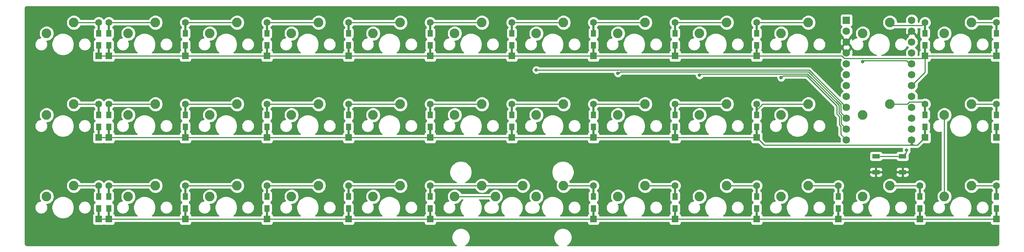
<source format=gbr>
%TF.GenerationSoftware,KiCad,Pcbnew,(5.1.9)-1*%
%TF.CreationDate,2021-06-01T10:03:10-07:00*%
%TF.ProjectId,dakkadakka,64616b6b-6164-4616-9b6b-612e6b696361,rev?*%
%TF.SameCoordinates,Original*%
%TF.FileFunction,Copper,L2,Bot*%
%TF.FilePolarity,Positive*%
%FSLAX46Y46*%
G04 Gerber Fmt 4.6, Leading zero omitted, Abs format (unit mm)*
G04 Created by KiCad (PCBNEW (5.1.9)-1) date 2021-06-01 10:03:10*
%MOMM*%
%LPD*%
G01*
G04 APERTURE LIST*
%TA.AperFunction,SMDPad,CuDef*%
%ADD10R,1.800000X1.100000*%
%TD*%
%TA.AperFunction,ComponentPad*%
%ADD11C,2.250000*%
%TD*%
%TA.AperFunction,ComponentPad*%
%ADD12R,1.600000X1.600000*%
%TD*%
%TA.AperFunction,ComponentPad*%
%ADD13C,1.600000*%
%TD*%
%TA.AperFunction,SMDPad,CuDef*%
%ADD14R,0.500000X2.900000*%
%TD*%
%TA.AperFunction,SMDPad,CuDef*%
%ADD15R,1.200000X1.600000*%
%TD*%
%TA.AperFunction,ComponentPad*%
%ADD16C,1.752600*%
%TD*%
%TA.AperFunction,ComponentPad*%
%ADD17R,1.752600X1.752600*%
%TD*%
%TA.AperFunction,ViaPad*%
%ADD18C,0.800000*%
%TD*%
%TA.AperFunction,Conductor*%
%ADD19C,0.250000*%
%TD*%
%TA.AperFunction,Conductor*%
%ADD20C,0.254000*%
%TD*%
%TA.AperFunction,Conductor*%
%ADD21C,0.100000*%
%TD*%
G04 APERTURE END LIST*
D10*
%TO.P,RESET1,2*%
%TO.N,RST*%
X245987704Y-76136003D03*
X239787704Y-76136003D03*
%TO.P,RESET1,1*%
%TO.N,GND*%
X245987704Y-79836003D03*
X239787704Y-79836003D03*
%TD*%
D11*
%TO.P,MX30a1,2*%
%TO.N,Net-(D30-Pad2)*%
X157321380Y-83026324D03*
%TO.P,MX30a1,1*%
%TO.N,C6*%
X150971380Y-85566324D03*
%TD*%
%TO.P,MX25,2*%
%TO.N,Net-(D25-Pad2)*%
X52546292Y-83026324D03*
%TO.P,MX25,1*%
%TO.N,C1*%
X46196292Y-85566324D03*
%TD*%
D12*
%TO.P,D36,1*%
%TO.N,R3*%
X267890850Y-90815698D03*
D13*
%TO.P,D36,2*%
%TO.N,Net-(D36-Pad2)*%
X267890850Y-83015698D03*
D14*
%TO.P,D36,1*%
%TO.N,R3*%
X267890850Y-89415698D03*
D15*
X267890850Y-88315698D03*
%TO.P,D36,2*%
%TO.N,Net-(D36-Pad2)*%
X267890850Y-85515698D03*
D14*
X267890850Y-84415698D03*
%TD*%
D12*
%TO.P,D35,1*%
%TO.N,R3*%
X250031460Y-90815698D03*
D13*
%TO.P,D35,2*%
%TO.N,Net-(D35-Pad2)*%
X250031460Y-83015698D03*
D14*
%TO.P,D35,1*%
%TO.N,R3*%
X250031460Y-89415698D03*
D15*
X250031460Y-88315698D03*
%TO.P,D35,2*%
%TO.N,Net-(D35-Pad2)*%
X250031460Y-85515698D03*
D14*
X250031460Y-84415698D03*
%TD*%
D12*
%TO.P,D34,1*%
%TO.N,R3*%
X230981444Y-90815698D03*
D13*
%TO.P,D34,2*%
%TO.N,Net-(D34-Pad2)*%
X230981444Y-83015698D03*
D14*
%TO.P,D34,1*%
%TO.N,R3*%
X230981444Y-89415698D03*
D15*
X230981444Y-88315698D03*
%TO.P,D34,2*%
%TO.N,Net-(D34-Pad2)*%
X230981444Y-85515698D03*
D14*
X230981444Y-84415698D03*
%TD*%
D12*
%TO.P,D33,1*%
%TO.N,R3*%
X211931428Y-90815698D03*
D13*
%TO.P,D33,2*%
%TO.N,Net-(D33-Pad2)*%
X211931428Y-83015698D03*
D14*
%TO.P,D33,1*%
%TO.N,R3*%
X211931428Y-89415698D03*
D15*
X211931428Y-88315698D03*
%TO.P,D33,2*%
%TO.N,Net-(D33-Pad2)*%
X211931428Y-85515698D03*
D14*
X211931428Y-84415698D03*
%TD*%
D12*
%TO.P,D32,1*%
%TO.N,R3*%
X192881412Y-90815698D03*
D13*
%TO.P,D32,2*%
%TO.N,Net-(D32-Pad2)*%
X192881412Y-83015698D03*
D14*
%TO.P,D32,1*%
%TO.N,R3*%
X192881412Y-89415698D03*
D15*
X192881412Y-88315698D03*
%TO.P,D32,2*%
%TO.N,Net-(D32-Pad2)*%
X192881412Y-85515698D03*
D14*
X192881412Y-84415698D03*
%TD*%
D12*
%TO.P,D31,1*%
%TO.N,R3*%
X173831396Y-90815698D03*
D13*
%TO.P,D31,2*%
%TO.N,Net-(D31-Pad2)*%
X173831396Y-83015698D03*
D14*
%TO.P,D31,1*%
%TO.N,R3*%
X173831396Y-89415698D03*
D15*
X173831396Y-88315698D03*
%TO.P,D31,2*%
%TO.N,Net-(D31-Pad2)*%
X173831396Y-85515698D03*
D14*
X173831396Y-84415698D03*
%TD*%
D12*
%TO.P,D30,1*%
%TO.N,R3*%
X135731364Y-90815698D03*
D13*
%TO.P,D30,2*%
%TO.N,Net-(D30-Pad2)*%
X135731364Y-83015698D03*
D14*
%TO.P,D30,1*%
%TO.N,R3*%
X135731364Y-89415698D03*
D15*
X135731364Y-88315698D03*
%TO.P,D30,2*%
%TO.N,Net-(D30-Pad2)*%
X135731364Y-85515698D03*
D14*
X135731364Y-84415698D03*
%TD*%
D12*
%TO.P,D29,1*%
%TO.N,R3*%
X116681348Y-90815698D03*
D13*
%TO.P,D29,2*%
%TO.N,Net-(D29-Pad2)*%
X116681348Y-83015698D03*
D14*
%TO.P,D29,1*%
%TO.N,R3*%
X116681348Y-89415698D03*
D15*
X116681348Y-88315698D03*
%TO.P,D29,2*%
%TO.N,Net-(D29-Pad2)*%
X116681348Y-85515698D03*
D14*
X116681348Y-84415698D03*
%TD*%
D12*
%TO.P,D28,1*%
%TO.N,R3*%
X97631332Y-90815698D03*
D13*
%TO.P,D28,2*%
%TO.N,Net-(D28-Pad2)*%
X97631332Y-83015698D03*
D14*
%TO.P,D28,1*%
%TO.N,R3*%
X97631332Y-89415698D03*
D15*
X97631332Y-88315698D03*
%TO.P,D28,2*%
%TO.N,Net-(D28-Pad2)*%
X97631332Y-85515698D03*
D14*
X97631332Y-84415698D03*
%TD*%
D12*
%TO.P,D27,1*%
%TO.N,R3*%
X78581316Y-90815698D03*
D13*
%TO.P,D27,2*%
%TO.N,Net-(D27-Pad2)*%
X78581316Y-83015698D03*
D14*
%TO.P,D27,1*%
%TO.N,R3*%
X78581316Y-89415698D03*
D15*
X78581316Y-88315698D03*
%TO.P,D27,2*%
%TO.N,Net-(D27-Pad2)*%
X78581316Y-85515698D03*
D14*
X78581316Y-84415698D03*
%TD*%
D12*
%TO.P,D26,1*%
%TO.N,R3*%
X60721926Y-90815698D03*
D13*
%TO.P,D26,2*%
%TO.N,Net-(D26-Pad2)*%
X60721926Y-83015698D03*
D14*
%TO.P,D26,1*%
%TO.N,R3*%
X60721926Y-89415698D03*
D15*
X60721926Y-88315698D03*
%TO.P,D26,2*%
%TO.N,Net-(D26-Pad2)*%
X60721926Y-85515698D03*
D14*
X60721926Y-84415698D03*
%TD*%
D12*
%TO.P,D25,1*%
%TO.N,R3*%
X58340674Y-90815698D03*
D13*
%TO.P,D25,2*%
%TO.N,Net-(D25-Pad2)*%
X58340674Y-83015698D03*
D14*
%TO.P,D25,1*%
%TO.N,R3*%
X58340674Y-89415698D03*
D15*
X58340674Y-88315698D03*
%TO.P,D25,2*%
%TO.N,Net-(D25-Pad2)*%
X58340674Y-85515698D03*
D14*
X58340674Y-84415698D03*
%TD*%
D12*
%TO.P,D24,1*%
%TO.N,R2*%
X267890850Y-71765682D03*
D13*
%TO.P,D24,2*%
%TO.N,Net-(D24-Pad2)*%
X267890850Y-63965682D03*
D14*
%TO.P,D24,1*%
%TO.N,R2*%
X267890850Y-70365682D03*
D15*
X267890850Y-69265682D03*
%TO.P,D24,2*%
%TO.N,Net-(D24-Pad2)*%
X267890850Y-66465682D03*
D14*
X267890850Y-65365682D03*
%TD*%
D12*
%TO.P,D23,1*%
%TO.N,R2*%
X251222086Y-71765682D03*
D13*
%TO.P,D23,2*%
%TO.N,Net-(D23-Pad2)*%
X251222086Y-63965682D03*
D14*
%TO.P,D23,1*%
%TO.N,R2*%
X251222086Y-70365682D03*
D15*
X251222086Y-69265682D03*
%TO.P,D23,2*%
%TO.N,Net-(D23-Pad2)*%
X251222086Y-66465682D03*
D14*
X251222086Y-65365682D03*
%TD*%
D12*
%TO.P,D22,1*%
%TO.N,R2*%
X211931428Y-71765682D03*
D13*
%TO.P,D22,2*%
%TO.N,Net-(D22-Pad2)*%
X211931428Y-63965682D03*
D14*
%TO.P,D22,1*%
%TO.N,R2*%
X211931428Y-70365682D03*
D15*
X211931428Y-69265682D03*
%TO.P,D22,2*%
%TO.N,Net-(D22-Pad2)*%
X211931428Y-66465682D03*
D14*
X211931428Y-65365682D03*
%TD*%
D12*
%TO.P,D21,1*%
%TO.N,R2*%
X192881412Y-71765682D03*
D13*
%TO.P,D21,2*%
%TO.N,Net-(D21-Pad2)*%
X192881412Y-63965682D03*
D14*
%TO.P,D21,1*%
%TO.N,R2*%
X192881412Y-70365682D03*
D15*
X192881412Y-69265682D03*
%TO.P,D21,2*%
%TO.N,Net-(D21-Pad2)*%
X192881412Y-66465682D03*
D14*
X192881412Y-65365682D03*
%TD*%
D12*
%TO.P,D20,1*%
%TO.N,R2*%
X173831396Y-71765682D03*
D13*
%TO.P,D20,2*%
%TO.N,Net-(D20-Pad2)*%
X173831396Y-63965682D03*
D14*
%TO.P,D20,1*%
%TO.N,R2*%
X173831396Y-70365682D03*
D15*
X173831396Y-69265682D03*
%TO.P,D20,2*%
%TO.N,Net-(D20-Pad2)*%
X173831396Y-66465682D03*
D14*
X173831396Y-65365682D03*
%TD*%
D12*
%TO.P,D19,1*%
%TO.N,R2*%
X154781380Y-71765682D03*
D13*
%TO.P,D19,2*%
%TO.N,Net-(D19-Pad2)*%
X154781380Y-63965682D03*
D14*
%TO.P,D19,1*%
%TO.N,R2*%
X154781380Y-70365682D03*
D15*
X154781380Y-69265682D03*
%TO.P,D19,2*%
%TO.N,Net-(D19-Pad2)*%
X154781380Y-66465682D03*
D14*
X154781380Y-65365682D03*
%TD*%
D12*
%TO.P,D18,1*%
%TO.N,R2*%
X135731364Y-71765682D03*
D13*
%TO.P,D18,2*%
%TO.N,Net-(D18-Pad2)*%
X135731364Y-63965682D03*
D14*
%TO.P,D18,1*%
%TO.N,R2*%
X135731364Y-70365682D03*
D15*
X135731364Y-69265682D03*
%TO.P,D18,2*%
%TO.N,Net-(D18-Pad2)*%
X135731364Y-66465682D03*
D14*
X135731364Y-65365682D03*
%TD*%
D12*
%TO.P,D17,1*%
%TO.N,R2*%
X116681348Y-71765682D03*
D13*
%TO.P,D17,2*%
%TO.N,Net-(D17-Pad2)*%
X116681348Y-63965682D03*
D14*
%TO.P,D17,1*%
%TO.N,R2*%
X116681348Y-70365682D03*
D15*
X116681348Y-69265682D03*
%TO.P,D17,2*%
%TO.N,Net-(D17-Pad2)*%
X116681348Y-66465682D03*
D14*
X116681348Y-65365682D03*
%TD*%
D12*
%TO.P,D16,1*%
%TO.N,R2*%
X97631332Y-71765682D03*
D13*
%TO.P,D16,2*%
%TO.N,Net-(D16-Pad2)*%
X97631332Y-63965682D03*
D14*
%TO.P,D16,1*%
%TO.N,R2*%
X97631332Y-70365682D03*
D15*
X97631332Y-69265682D03*
%TO.P,D16,2*%
%TO.N,Net-(D16-Pad2)*%
X97631332Y-66465682D03*
D14*
X97631332Y-65365682D03*
%TD*%
D12*
%TO.P,D15,1*%
%TO.N,R2*%
X78581316Y-71765682D03*
D13*
%TO.P,D15,2*%
%TO.N,Net-(D15-Pad2)*%
X78581316Y-63965682D03*
D14*
%TO.P,D15,1*%
%TO.N,R2*%
X78581316Y-70365682D03*
D15*
X78581316Y-69265682D03*
%TO.P,D15,2*%
%TO.N,Net-(D15-Pad2)*%
X78581316Y-66465682D03*
D14*
X78581316Y-65365682D03*
%TD*%
D12*
%TO.P,D14,1*%
%TO.N,R2*%
X60721926Y-71765682D03*
D13*
%TO.P,D14,2*%
%TO.N,Net-(D14-Pad2)*%
X60721926Y-63965682D03*
D14*
%TO.P,D14,1*%
%TO.N,R2*%
X60721926Y-70365682D03*
D15*
X60721926Y-69265682D03*
%TO.P,D14,2*%
%TO.N,Net-(D14-Pad2)*%
X60721926Y-66465682D03*
D14*
X60721926Y-65365682D03*
%TD*%
D12*
%TO.P,D13,1*%
%TO.N,R2*%
X58340674Y-71765682D03*
D13*
%TO.P,D13,2*%
%TO.N,Net-(D13-Pad2)*%
X58340674Y-63965682D03*
D14*
%TO.P,D13,1*%
%TO.N,R2*%
X58340674Y-70365682D03*
D15*
X58340674Y-69265682D03*
%TO.P,D13,2*%
%TO.N,Net-(D13-Pad2)*%
X58340674Y-66465682D03*
D14*
X58340674Y-65365682D03*
%TD*%
D12*
%TO.P,D12,1*%
%TO.N,R1*%
X267890850Y-52715666D03*
D13*
%TO.P,D12,2*%
%TO.N,Net-(D12-Pad2)*%
X267890850Y-44915666D03*
D14*
%TO.P,D12,1*%
%TO.N,R1*%
X267890850Y-51315666D03*
D15*
X267890850Y-50215666D03*
%TO.P,D12,2*%
%TO.N,Net-(D12-Pad2)*%
X267890850Y-47415666D03*
D14*
X267890850Y-46315666D03*
%TD*%
D12*
%TO.P,D11,1*%
%TO.N,R1*%
X251222086Y-52715666D03*
D13*
%TO.P,D11,2*%
%TO.N,Net-(D11-Pad2)*%
X251222086Y-44915666D03*
D14*
%TO.P,D11,1*%
%TO.N,R1*%
X251222086Y-51315666D03*
D15*
X251222086Y-50215666D03*
%TO.P,D11,2*%
%TO.N,Net-(D11-Pad2)*%
X251222086Y-47415666D03*
D14*
X251222086Y-46315666D03*
%TD*%
D12*
%TO.P,D10,1*%
%TO.N,R1*%
X211931428Y-52715666D03*
D13*
%TO.P,D10,2*%
%TO.N,Net-(D10-Pad2)*%
X211931428Y-44915666D03*
D14*
%TO.P,D10,1*%
%TO.N,R1*%
X211931428Y-51315666D03*
D15*
X211931428Y-50215666D03*
%TO.P,D10,2*%
%TO.N,Net-(D10-Pad2)*%
X211931428Y-47415666D03*
D14*
X211931428Y-46315666D03*
%TD*%
D12*
%TO.P,D9,1*%
%TO.N,R1*%
X192881412Y-52715666D03*
D13*
%TO.P,D9,2*%
%TO.N,Net-(D9-Pad2)*%
X192881412Y-44915666D03*
D14*
%TO.P,D9,1*%
%TO.N,R1*%
X192881412Y-51315666D03*
D15*
X192881412Y-50215666D03*
%TO.P,D9,2*%
%TO.N,Net-(D9-Pad2)*%
X192881412Y-47415666D03*
D14*
X192881412Y-46315666D03*
%TD*%
D12*
%TO.P,D8,1*%
%TO.N,R1*%
X173831396Y-52715666D03*
D13*
%TO.P,D8,2*%
%TO.N,Net-(D8-Pad2)*%
X173831396Y-44915666D03*
D14*
%TO.P,D8,1*%
%TO.N,R1*%
X173831396Y-51315666D03*
D15*
X173831396Y-50215666D03*
%TO.P,D8,2*%
%TO.N,Net-(D8-Pad2)*%
X173831396Y-47415666D03*
D14*
X173831396Y-46315666D03*
%TD*%
D12*
%TO.P,D7,1*%
%TO.N,R1*%
X154781380Y-52715666D03*
D13*
%TO.P,D7,2*%
%TO.N,Net-(D7-Pad2)*%
X154781380Y-44915666D03*
D14*
%TO.P,D7,1*%
%TO.N,R1*%
X154781380Y-51315666D03*
D15*
X154781380Y-50215666D03*
%TO.P,D7,2*%
%TO.N,Net-(D7-Pad2)*%
X154781380Y-47415666D03*
D14*
X154781380Y-46315666D03*
%TD*%
D12*
%TO.P,D6,1*%
%TO.N,R1*%
X135731364Y-52715666D03*
D13*
%TO.P,D6,2*%
%TO.N,Net-(D6-Pad2)*%
X135731364Y-44915666D03*
D14*
%TO.P,D6,1*%
%TO.N,R1*%
X135731364Y-51315666D03*
D15*
X135731364Y-50215666D03*
%TO.P,D6,2*%
%TO.N,Net-(D6-Pad2)*%
X135731364Y-47415666D03*
D14*
X135731364Y-46315666D03*
%TD*%
D12*
%TO.P,D5,1*%
%TO.N,R1*%
X116681348Y-52715666D03*
D13*
%TO.P,D5,2*%
%TO.N,Net-(D5-Pad2)*%
X116681348Y-44915666D03*
D14*
%TO.P,D5,1*%
%TO.N,R1*%
X116681348Y-51315666D03*
D15*
X116681348Y-50215666D03*
%TO.P,D5,2*%
%TO.N,Net-(D5-Pad2)*%
X116681348Y-47415666D03*
D14*
X116681348Y-46315666D03*
%TD*%
D12*
%TO.P,D4,1*%
%TO.N,R1*%
X97631332Y-52715666D03*
D13*
%TO.P,D4,2*%
%TO.N,Net-(D4-Pad2)*%
X97631332Y-44915666D03*
D14*
%TO.P,D4,1*%
%TO.N,R1*%
X97631332Y-51315666D03*
D15*
X97631332Y-50215666D03*
%TO.P,D4,2*%
%TO.N,Net-(D4-Pad2)*%
X97631332Y-47415666D03*
D14*
X97631332Y-46315666D03*
%TD*%
D12*
%TO.P,D3,1*%
%TO.N,R1*%
X78581316Y-52715666D03*
D13*
%TO.P,D3,2*%
%TO.N,Net-(D3-Pad2)*%
X78581316Y-44915666D03*
D14*
%TO.P,D3,1*%
%TO.N,R1*%
X78581316Y-51315666D03*
D15*
X78581316Y-50215666D03*
%TO.P,D3,2*%
%TO.N,Net-(D3-Pad2)*%
X78581316Y-47415666D03*
D14*
X78581316Y-46315666D03*
%TD*%
D12*
%TO.P,D2,1*%
%TO.N,R1*%
X60721926Y-52715666D03*
D13*
%TO.P,D2,2*%
%TO.N,Net-(D2-Pad2)*%
X60721926Y-44915666D03*
D14*
%TO.P,D2,1*%
%TO.N,R1*%
X60721926Y-51315666D03*
D15*
X60721926Y-50215666D03*
%TO.P,D2,2*%
%TO.N,Net-(D2-Pad2)*%
X60721926Y-47415666D03*
D14*
X60721926Y-46315666D03*
%TD*%
D12*
%TO.P,D1,1*%
%TO.N,R1*%
X58340674Y-52715666D03*
D13*
%TO.P,D1,2*%
%TO.N,Net-(D1-Pad2)*%
X58340674Y-44915666D03*
D14*
%TO.P,D1,1*%
%TO.N,R1*%
X58340674Y-51315666D03*
D15*
X58340674Y-50215666D03*
%TO.P,D1,2*%
%TO.N,Net-(D1-Pad2)*%
X58340674Y-47415666D03*
D14*
X58340674Y-46315666D03*
%TD*%
D16*
%TO.P,PM1,24*%
%TO.N,Net-(PM1-Pad24)*%
X248126452Y-44370674D03*
%TO.P,PM1,12*%
%TO.N,C10*%
X232886452Y-72310674D03*
%TO.P,PM1,23*%
%TO.N,GND*%
X248126452Y-46910674D03*
%TO.P,PM1,22*%
%TO.N,RST*%
X248126452Y-49450674D03*
%TO.P,PM1,21*%
%TO.N,Net-(PM1-Pad21)*%
X248126452Y-51990674D03*
%TO.P,PM1,20*%
%TO.N,C11*%
X248126452Y-54530674D03*
%TO.P,PM1,19*%
%TO.N,C12*%
X248126452Y-57070674D03*
%TO.P,PM1,18*%
%TO.N,R1*%
X248126452Y-59610674D03*
%TO.P,PM1,17*%
%TO.N,Net-(PM1-Pad17)*%
X248126452Y-62150674D03*
%TO.P,PM1,16*%
%TO.N,Net-(PM1-Pad16)*%
X248126452Y-64690674D03*
%TO.P,PM1,15*%
%TO.N,Net-(PM1-Pad15)*%
X248126452Y-67230674D03*
%TO.P,PM1,14*%
%TO.N,R3*%
X248126452Y-69770674D03*
%TO.P,PM1,13*%
%TO.N,R2*%
X248126452Y-72310674D03*
%TO.P,PM1,11*%
%TO.N,C9*%
X232886452Y-69770674D03*
%TO.P,PM1,10*%
%TO.N,C8*%
X232886452Y-67230674D03*
%TO.P,PM1,9*%
%TO.N,C7*%
X232886452Y-64690674D03*
%TO.P,PM1,8*%
%TO.N,C6*%
X232886452Y-62150674D03*
%TO.P,PM1,7*%
%TO.N,C5*%
X232886452Y-59610674D03*
%TO.P,PM1,6*%
%TO.N,C4*%
X232886452Y-57070674D03*
%TO.P,PM1,5*%
%TO.N,C3*%
X232886452Y-54530674D03*
%TO.P,PM1,4*%
%TO.N,GND*%
X232886452Y-51990674D03*
%TO.P,PM1,3*%
X232886452Y-49450674D03*
%TO.P,PM1,2*%
%TO.N,C2*%
X232886452Y-46910674D03*
D17*
%TO.P,PM1,1*%
%TO.N,C1*%
X232886452Y-44370674D03*
%TD*%
D11*
%TO.P,MX36,2*%
%TO.N,Net-(D36-Pad2)*%
X262096468Y-83026324D03*
%TO.P,MX36,1*%
%TO.N,C12*%
X255746468Y-85566324D03*
%TD*%
%TO.P,MX35,2*%
%TO.N,Net-(D35-Pad2)*%
X243046452Y-83026324D03*
%TO.P,MX35,1*%
%TO.N,C11*%
X236696452Y-85566324D03*
%TD*%
%TO.P,MX34,2*%
%TO.N,Net-(D34-Pad2)*%
X223996436Y-83026324D03*
%TO.P,MX34,1*%
%TO.N,C10*%
X217646436Y-85566324D03*
%TD*%
%TO.P,MX33,2*%
%TO.N,Net-(D33-Pad2)*%
X204946420Y-83026324D03*
%TO.P,MX33,1*%
%TO.N,C9*%
X198596420Y-85566324D03*
%TD*%
%TO.P,MX32,2*%
%TO.N,Net-(D32-Pad2)*%
X185896404Y-83026324D03*
%TO.P,MX32,1*%
%TO.N,C8*%
X179546404Y-85566324D03*
%TD*%
%TO.P,MX31,2*%
%TO.N,Net-(D31-Pad2)*%
X166846388Y-83026324D03*
%TO.P,MX31,1*%
%TO.N,C7*%
X160496388Y-85566324D03*
%TD*%
%TO.P,MX30,2*%
%TO.N,Net-(D30-Pad2)*%
X147796372Y-83026324D03*
%TO.P,MX30,1*%
%TO.N,C6*%
X141446372Y-85566324D03*
%TD*%
%TO.P,MX29,2*%
%TO.N,Net-(D29-Pad2)*%
X128746356Y-83026324D03*
%TO.P,MX29,1*%
%TO.N,C5*%
X122396356Y-85566324D03*
%TD*%
%TO.P,MX28,2*%
%TO.N,Net-(D28-Pad2)*%
X109696340Y-83026324D03*
%TO.P,MX28,1*%
%TO.N,C4*%
X103346340Y-85566324D03*
%TD*%
%TO.P,MX27,2*%
%TO.N,Net-(D27-Pad2)*%
X90646324Y-83026324D03*
%TO.P,MX27,1*%
%TO.N,C3*%
X84296324Y-85566324D03*
%TD*%
%TO.P,MX26,2*%
%TO.N,Net-(D26-Pad2)*%
X71596308Y-83026324D03*
%TO.P,MX26,1*%
%TO.N,C2*%
X65246308Y-85566324D03*
%TD*%
%TO.P,MX24,2*%
%TO.N,Net-(D24-Pad2)*%
X262096468Y-63976308D03*
%TO.P,MX24,1*%
%TO.N,C12*%
X255746468Y-66516308D03*
%TD*%
%TO.P,MX23,2*%
%TO.N,Net-(D23-Pad2)*%
X243046452Y-63976308D03*
%TO.P,MX23,1*%
%TO.N,C11*%
X236696452Y-66516308D03*
%TD*%
%TO.P,MX22,2*%
%TO.N,Net-(D22-Pad2)*%
X223996436Y-63976308D03*
%TO.P,MX22,1*%
%TO.N,C10*%
X217646436Y-66516308D03*
%TD*%
%TO.P,MX21,2*%
%TO.N,Net-(D21-Pad2)*%
X204946420Y-63976308D03*
%TO.P,MX21,1*%
%TO.N,C9*%
X198596420Y-66516308D03*
%TD*%
%TO.P,MX20,2*%
%TO.N,Net-(D20-Pad2)*%
X185896404Y-63976308D03*
%TO.P,MX20,1*%
%TO.N,C8*%
X179546404Y-66516308D03*
%TD*%
%TO.P,MX19,2*%
%TO.N,Net-(D19-Pad2)*%
X166846388Y-63976308D03*
%TO.P,MX19,1*%
%TO.N,C7*%
X160496388Y-66516308D03*
%TD*%
%TO.P,MX18,2*%
%TO.N,Net-(D18-Pad2)*%
X147796372Y-63976308D03*
%TO.P,MX18,1*%
%TO.N,C6*%
X141446372Y-66516308D03*
%TD*%
%TO.P,MX17,2*%
%TO.N,Net-(D17-Pad2)*%
X128746356Y-63976308D03*
%TO.P,MX17,1*%
%TO.N,C5*%
X122396356Y-66516308D03*
%TD*%
%TO.P,MX16,2*%
%TO.N,Net-(D16-Pad2)*%
X109696340Y-63976308D03*
%TO.P,MX16,1*%
%TO.N,C4*%
X103346340Y-66516308D03*
%TD*%
%TO.P,MX15,2*%
%TO.N,Net-(D15-Pad2)*%
X90646324Y-63976308D03*
%TO.P,MX15,1*%
%TO.N,C3*%
X84296324Y-66516308D03*
%TD*%
%TO.P,MX14,2*%
%TO.N,Net-(D14-Pad2)*%
X71596308Y-63976308D03*
%TO.P,MX14,1*%
%TO.N,C2*%
X65246308Y-66516308D03*
%TD*%
%TO.P,MX13,2*%
%TO.N,Net-(D13-Pad2)*%
X52546292Y-63976308D03*
%TO.P,MX13,1*%
%TO.N,C1*%
X46196292Y-66516308D03*
%TD*%
%TO.P,MX12,2*%
%TO.N,Net-(D12-Pad2)*%
X262096468Y-44926292D03*
%TO.P,MX12,1*%
%TO.N,C12*%
X255746468Y-47466292D03*
%TD*%
%TO.P,MX11,2*%
%TO.N,Net-(D11-Pad2)*%
X243046452Y-44926292D03*
%TO.P,MX11,1*%
%TO.N,C11*%
X236696452Y-47466292D03*
%TD*%
%TO.P,MX10,2*%
%TO.N,Net-(D10-Pad2)*%
X223996436Y-44926292D03*
%TO.P,MX10,1*%
%TO.N,C10*%
X217646436Y-47466292D03*
%TD*%
%TO.P,MX9,2*%
%TO.N,Net-(D9-Pad2)*%
X204946420Y-44926292D03*
%TO.P,MX9,1*%
%TO.N,C9*%
X198596420Y-47466292D03*
%TD*%
%TO.P,MX8,2*%
%TO.N,Net-(D8-Pad2)*%
X185896404Y-44926292D03*
%TO.P,MX8,1*%
%TO.N,C8*%
X179546404Y-47466292D03*
%TD*%
%TO.P,MX7,2*%
%TO.N,Net-(D7-Pad2)*%
X166846388Y-44926292D03*
%TO.P,MX7,1*%
%TO.N,C7*%
X160496388Y-47466292D03*
%TD*%
%TO.P,MX6,2*%
%TO.N,Net-(D6-Pad2)*%
X147796372Y-44926292D03*
%TO.P,MX6,1*%
%TO.N,C6*%
X141446372Y-47466292D03*
%TD*%
%TO.P,MX5,2*%
%TO.N,Net-(D5-Pad2)*%
X128746356Y-44926292D03*
%TO.P,MX5,1*%
%TO.N,C5*%
X122396356Y-47466292D03*
%TD*%
%TO.P,MX4,2*%
%TO.N,Net-(D4-Pad2)*%
X109696340Y-44926292D03*
%TO.P,MX4,1*%
%TO.N,C4*%
X103346340Y-47466292D03*
%TD*%
%TO.P,MX3,2*%
%TO.N,Net-(D3-Pad2)*%
X90646324Y-44926292D03*
%TO.P,MX3,1*%
%TO.N,C3*%
X84296324Y-47466292D03*
%TD*%
%TO.P,MX2,2*%
%TO.N,Net-(D2-Pad2)*%
X71596308Y-44926292D03*
%TO.P,MX2,1*%
%TO.N,C2*%
X65246308Y-47466292D03*
%TD*%
%TO.P,MX1,2*%
%TO.N,Net-(D1-Pad2)*%
X52546292Y-44926292D03*
%TO.P,MX1,1*%
%TO.N,C1*%
X46196292Y-47466292D03*
%TD*%
D18*
%TO.N,RST*%
X246925151Y-74694729D03*
%TO.N,C7*%
X160496388Y-55995432D03*
%TO.N,C8*%
X179546404Y-56759956D03*
%TO.N,C9*%
X198596420Y-57224760D03*
%TO.N,C10*%
X217646436Y-57793704D03*
%TO.N,C11*%
X236696452Y-54054373D03*
%TD*%
D19*
%TO.N,Net-(D1-Pad2)*%
X58330048Y-44926292D02*
X58340674Y-44915666D01*
X52546292Y-44926292D02*
X58330048Y-44926292D01*
%TO.N,R1*%
X58340674Y-52715666D02*
X60721926Y-52715666D01*
X60721926Y-52715666D02*
X78581316Y-52715666D01*
X78581316Y-52715666D02*
X97631332Y-52715666D01*
X97631332Y-52715666D02*
X116681348Y-52715666D01*
X116681348Y-52715666D02*
X135731364Y-52715666D01*
X135731364Y-52715666D02*
X154781380Y-52715666D01*
X173831396Y-52715666D02*
X154781380Y-52715666D01*
X192881412Y-52715666D02*
X173831396Y-52715666D01*
X211931428Y-52715666D02*
X192881412Y-52715666D01*
X267890850Y-52715666D02*
X251222086Y-52715666D01*
X250608379Y-53329373D02*
X251222086Y-52715666D01*
X232447225Y-53329373D02*
X250608379Y-53329373D01*
X231833518Y-52715666D02*
X232447225Y-53329373D01*
X211931428Y-52715666D02*
X231833518Y-52715666D01*
%TO.N,Net-(D2-Pad2)*%
X60732552Y-44926292D02*
X60721926Y-44915666D01*
X71596308Y-44926292D02*
X60732552Y-44926292D01*
%TO.N,Net-(D3-Pad2)*%
X78591942Y-44926292D02*
X78581316Y-44915666D01*
X90646324Y-44926292D02*
X78591942Y-44926292D01*
%TO.N,Net-(D4-Pad2)*%
X97641958Y-44926292D02*
X97631332Y-44915666D01*
X109696340Y-44926292D02*
X97641958Y-44926292D01*
%TO.N,Net-(D5-Pad2)*%
X116691974Y-44926292D02*
X116681348Y-44915666D01*
X128746356Y-44926292D02*
X116691974Y-44926292D01*
%TO.N,Net-(D6-Pad2)*%
X135741990Y-44926292D02*
X135731364Y-44915666D01*
X147796372Y-44926292D02*
X135741990Y-44926292D01*
%TO.N,Net-(D7-Pad2)*%
X154792006Y-44926292D02*
X154781380Y-44915666D01*
X166846388Y-44926292D02*
X154792006Y-44926292D01*
%TO.N,Net-(D8-Pad2)*%
X173842022Y-44926292D02*
X173831396Y-44915666D01*
X185896404Y-44926292D02*
X173842022Y-44926292D01*
%TO.N,Net-(D9-Pad2)*%
X192892038Y-44926292D02*
X192881412Y-44915666D01*
X204946420Y-44926292D02*
X192892038Y-44926292D01*
%TO.N,Net-(D10-Pad2)*%
X211942054Y-44926292D02*
X211931428Y-44915666D01*
X223996436Y-44926292D02*
X211942054Y-44926292D01*
%TO.N,Net-(D11-Pad2)*%
X250565777Y-45571975D02*
X251222086Y-44915666D01*
X243692135Y-45571975D02*
X250565777Y-45571975D01*
X243046452Y-44926292D02*
X243692135Y-45571975D01*
%TO.N,Net-(D12-Pad2)*%
X267880224Y-44926292D02*
X267890850Y-44915666D01*
X262096468Y-44926292D02*
X267880224Y-44926292D01*
%TO.N,Net-(D13-Pad2)*%
X58330048Y-63976308D02*
X58340674Y-63965682D01*
X52546292Y-63976308D02*
X58330048Y-63976308D01*
%TO.N,R2*%
X58340674Y-71765682D02*
X60721926Y-71765682D01*
X60721926Y-71765682D02*
X211931428Y-71765682D01*
X249475793Y-73511975D02*
X251222086Y-71765682D01*
X211931428Y-71765682D02*
X213677721Y-73511975D01*
%TO.N,Net-(D14-Pad2)*%
X60732552Y-63976308D02*
X60721926Y-63965682D01*
X71596308Y-63976308D02*
X60732552Y-63976308D01*
%TO.N,Net-(D15-Pad2)*%
X78591942Y-63976308D02*
X78581316Y-63965682D01*
X90646324Y-63976308D02*
X78591942Y-63976308D01*
%TO.N,Net-(D16-Pad2)*%
X97641958Y-63976308D02*
X97631332Y-63965682D01*
X109696340Y-63976308D02*
X97641958Y-63976308D01*
%TO.N,Net-(D17-Pad2)*%
X116691974Y-63976308D02*
X116681348Y-63965682D01*
X128746356Y-63976308D02*
X116691974Y-63976308D01*
%TO.N,Net-(D18-Pad2)*%
X135741990Y-63976308D02*
X135731364Y-63965682D01*
X147796372Y-63976308D02*
X135741990Y-63976308D01*
%TO.N,Net-(D19-Pad2)*%
X154792006Y-63976308D02*
X154781380Y-63965682D01*
X166846388Y-63976308D02*
X154792006Y-63976308D01*
%TO.N,Net-(D20-Pad2)*%
X173842022Y-63976308D02*
X173831396Y-63965682D01*
X185896404Y-63976308D02*
X173842022Y-63976308D01*
%TO.N,Net-(D21-Pad2)*%
X192892038Y-63976308D02*
X192881412Y-63965682D01*
X204946420Y-63976308D02*
X192892038Y-63976308D01*
%TO.N,Net-(D22-Pad2)*%
X213320802Y-63976308D02*
X211931428Y-65365682D01*
X223996436Y-63976308D02*
X213320802Y-63976308D01*
%TO.N,Net-(D23-Pad2)*%
X250745777Y-63489373D02*
X251222086Y-63965682D01*
X247549827Y-63489373D02*
X250745777Y-63489373D01*
X247062892Y-63976308D02*
X247549827Y-63489373D01*
X243046452Y-63976308D02*
X247062892Y-63976308D01*
%TO.N,Net-(D24-Pad2)*%
X267880224Y-63976308D02*
X267890850Y-63965682D01*
X262096468Y-63976308D02*
X267880224Y-63976308D01*
%TO.N,Net-(D25-Pad2)*%
X58330048Y-83026324D02*
X58340674Y-83015698D01*
X52546292Y-83026324D02*
X58330048Y-83026324D01*
%TO.N,R3*%
X58340674Y-90815698D02*
X267890850Y-90815698D01*
%TO.N,Net-(D26-Pad2)*%
X60732552Y-83026324D02*
X60721926Y-83015698D01*
X71596308Y-83026324D02*
X60732552Y-83026324D01*
%TO.N,Net-(D27-Pad2)*%
X78591942Y-83026324D02*
X78581316Y-83015698D01*
X90646324Y-83026324D02*
X78591942Y-83026324D01*
%TO.N,Net-(D28-Pad2)*%
X97641958Y-83026324D02*
X97631332Y-83015698D01*
X109696340Y-83026324D02*
X97641958Y-83026324D01*
%TO.N,Net-(D29-Pad2)*%
X116691974Y-83026324D02*
X116681348Y-83015698D01*
X128746356Y-83026324D02*
X116691974Y-83026324D01*
%TO.N,Net-(D30-Pad2)*%
X147796372Y-83026324D02*
X157321380Y-83026324D01*
X147785746Y-83015698D02*
X147796372Y-83026324D01*
X135731364Y-83015698D02*
X147785746Y-83015698D01*
%TO.N,Net-(D31-Pad2)*%
X173820770Y-83026324D02*
X173831396Y-83015698D01*
X166846388Y-83026324D02*
X173820770Y-83026324D01*
%TO.N,Net-(D32-Pad2)*%
X192870786Y-83026324D02*
X192881412Y-83015698D01*
X185896404Y-83026324D02*
X192870786Y-83026324D01*
%TO.N,Net-(D33-Pad2)*%
X211920802Y-83026324D02*
X211931428Y-83015698D01*
X204946420Y-83026324D02*
X211920802Y-83026324D01*
%TO.N,Net-(D34-Pad2)*%
X230970818Y-83026324D02*
X230981444Y-83015698D01*
X223996436Y-83026324D02*
X230970818Y-83026324D01*
%TO.N,Net-(D35-Pad2)*%
X250020834Y-83026324D02*
X250031460Y-83015698D01*
X243046452Y-83026324D02*
X250020834Y-83026324D01*
%TO.N,Net-(D36-Pad2)*%
X267880224Y-83026324D02*
X267890850Y-83015698D01*
X262096468Y-83026324D02*
X267880224Y-83026324D01*
%TO.N,RST*%
X246616717Y-76136003D02*
X246599434Y-76118720D01*
X246925151Y-75198556D02*
X245987704Y-76136003D01*
X246925151Y-74694729D02*
X246925151Y-75198556D01*
X239787704Y-76136003D02*
X245987704Y-76136003D01*
%TO.N,R1*%
X251222086Y-56515040D02*
X248126452Y-59610674D01*
X251222086Y-51315666D02*
X251222086Y-56515040D01*
%TO.N,R2*%
X248135845Y-72320067D02*
X248126452Y-72310674D01*
X248135845Y-73511975D02*
X248135845Y-72320067D01*
X248126452Y-72310674D02*
X248126452Y-73116098D01*
X247730575Y-73511975D02*
X248135845Y-73511975D01*
X248126452Y-73116098D02*
X247730575Y-73511975D01*
X213677721Y-73511975D02*
X247730575Y-73511975D01*
X248126452Y-73095052D02*
X248543375Y-73511975D01*
X248543375Y-73511975D02*
X249475793Y-73511975D01*
X248126452Y-72310674D02*
X248126452Y-73095052D01*
X248135845Y-73511975D02*
X248543375Y-73511975D01*
%TO.N,C6*%
X141446372Y-85566324D02*
X150971380Y-85566324D01*
%TO.N,C7*%
X224191210Y-55995432D02*
X232886452Y-64690674D01*
X160496388Y-55995432D02*
X224191210Y-55995432D01*
%TO.N,C8*%
X179546404Y-56759956D02*
X179752144Y-56759956D01*
X179752144Y-56759956D02*
X180066658Y-56445442D01*
X180066658Y-56445442D02*
X224004810Y-56445442D01*
X224004810Y-56445442D02*
X231581014Y-64021646D01*
X231581014Y-65925236D02*
X232886452Y-67230674D01*
X231581014Y-64021646D02*
X231581014Y-65925236D01*
%TO.N,C9*%
X198665000Y-57224760D02*
X198994308Y-56895452D01*
X198596420Y-57224760D02*
X198665000Y-57224760D01*
X198994308Y-56895452D02*
X223818410Y-56895452D01*
X231131004Y-64208046D02*
X231131004Y-66111636D01*
X223818410Y-56895452D02*
X231131004Y-64208046D01*
X231685151Y-68569373D02*
X232886452Y-69770674D01*
X231685151Y-66665783D02*
X231685151Y-68569373D01*
X231131004Y-66111636D02*
X231685151Y-66665783D01*
%TO.N,C10*%
X217646436Y-57793704D02*
X218094678Y-57345462D01*
X218094678Y-57345462D02*
X223632010Y-57345462D01*
X230680994Y-64394446D02*
X230680995Y-66298037D01*
X223632010Y-57345462D02*
X230680994Y-64394446D01*
X231235141Y-66852183D02*
X231235142Y-68755774D01*
X230680995Y-66298037D02*
X231235141Y-66852183D01*
X231235142Y-68755774D02*
X231581014Y-69101646D01*
X231581014Y-71005236D02*
X232886452Y-72310674D01*
X231581014Y-69101646D02*
X231581014Y-71005236D01*
%TO.N,C11*%
X247695134Y-54530674D02*
X246943843Y-53779383D01*
X248126452Y-54530674D02*
X247695134Y-54530674D01*
X236971442Y-53779383D02*
X236696452Y-54054373D01*
X246943843Y-53779383D02*
X236971442Y-53779383D01*
%TO.N,C12*%
X255746468Y-66516308D02*
X255746468Y-85566324D01*
%TD*%
D20*
%TO.N,GND*%
X267993301Y-41154494D02*
X268091849Y-41184247D01*
X268182741Y-41232576D01*
X268262517Y-41297640D01*
X268328136Y-41376958D01*
X268377097Y-41467511D01*
X268407537Y-41565846D01*
X268421476Y-41698467D01*
X268421476Y-43582226D01*
X268309424Y-43535813D01*
X268032185Y-43480666D01*
X267749515Y-43480666D01*
X267472276Y-43535813D01*
X267211123Y-43643986D01*
X266976091Y-43801029D01*
X266776213Y-44000907D01*
X266665707Y-44166292D01*
X263686676Y-44166292D01*
X263656160Y-44092619D01*
X263463549Y-43804357D01*
X263218403Y-43559211D01*
X262930141Y-43366600D01*
X262609841Y-43233928D01*
X262269813Y-43166292D01*
X261923123Y-43166292D01*
X261583095Y-43233928D01*
X261262795Y-43366600D01*
X260974533Y-43559211D01*
X260729387Y-43804357D01*
X260536776Y-44092619D01*
X260404104Y-44412919D01*
X260336468Y-44752947D01*
X260336468Y-45099637D01*
X260404104Y-45439665D01*
X260536776Y-45759965D01*
X260729387Y-46048227D01*
X260974533Y-46293373D01*
X261262795Y-46485984D01*
X261583095Y-46618656D01*
X261923123Y-46686292D01*
X262269813Y-46686292D01*
X262609841Y-46618656D01*
X262930141Y-46485984D01*
X263218403Y-46293373D01*
X263463549Y-46048227D01*
X263656160Y-45759965D01*
X263686676Y-45686292D01*
X266679907Y-45686292D01*
X266776213Y-45830425D01*
X266976091Y-46030303D01*
X267002778Y-46048135D01*
X267002778Y-46049625D01*
X266936356Y-46085129D01*
X266839665Y-46164481D01*
X266760313Y-46261172D01*
X266701348Y-46371486D01*
X266665038Y-46491184D01*
X266652778Y-46615666D01*
X266652778Y-48215666D01*
X266665038Y-48340148D01*
X266701348Y-48459846D01*
X266760313Y-48570160D01*
X266839665Y-48666851D01*
X266936356Y-48746203D01*
X267046670Y-48805168D01*
X267081277Y-48815666D01*
X267046670Y-48826164D01*
X266936356Y-48885129D01*
X266839665Y-48964481D01*
X266760313Y-49061172D01*
X266701348Y-49171486D01*
X266665038Y-49291184D01*
X266652778Y-49415666D01*
X266652778Y-51015666D01*
X266665038Y-51140148D01*
X266701348Y-51259846D01*
X266760313Y-51370160D01*
X266761547Y-51371664D01*
X266736356Y-51385129D01*
X266639665Y-51464481D01*
X266560313Y-51561172D01*
X266501348Y-51671486D01*
X266465038Y-51791184D01*
X266452778Y-51915666D01*
X266452778Y-51955666D01*
X261324920Y-51955666D01*
X261598468Y-51682118D01*
X261886169Y-51251543D01*
X262084341Y-50773114D01*
X262185368Y-50265216D01*
X262185368Y-49857570D01*
X263126468Y-49857570D01*
X263126468Y-50155014D01*
X263184497Y-50446743D01*
X263298324Y-50721545D01*
X263463575Y-50968861D01*
X263673899Y-51179185D01*
X263921215Y-51344436D01*
X264196017Y-51458263D01*
X264487746Y-51516292D01*
X264785190Y-51516292D01*
X265076919Y-51458263D01*
X265351721Y-51344436D01*
X265599037Y-51179185D01*
X265809361Y-50968861D01*
X265974612Y-50721545D01*
X266088439Y-50446743D01*
X266146468Y-50155014D01*
X266146468Y-49857570D01*
X266088439Y-49565841D01*
X265974612Y-49291039D01*
X265809361Y-49043723D01*
X265599037Y-48833399D01*
X265351721Y-48668148D01*
X265076919Y-48554321D01*
X264785190Y-48496292D01*
X264487746Y-48496292D01*
X264196017Y-48554321D01*
X263921215Y-48668148D01*
X263673899Y-48833399D01*
X263463575Y-49043723D01*
X263298324Y-49291039D01*
X263184497Y-49565841D01*
X263126468Y-49857570D01*
X262185368Y-49857570D01*
X262185368Y-49747368D01*
X262084341Y-49239470D01*
X261886169Y-48761041D01*
X261598468Y-48330466D01*
X261232294Y-47964292D01*
X260801719Y-47676591D01*
X260323290Y-47478419D01*
X259815392Y-47377392D01*
X259297544Y-47377392D01*
X258789646Y-47478419D01*
X258311217Y-47676591D01*
X257880642Y-47964292D01*
X257514468Y-48330466D01*
X257226767Y-48761041D01*
X257028595Y-49239470D01*
X256927568Y-49747368D01*
X256927568Y-50265216D01*
X257028595Y-50773114D01*
X257226767Y-51251543D01*
X257514468Y-51682118D01*
X257788016Y-51955666D01*
X252660158Y-51955666D01*
X252660158Y-51915666D01*
X252647898Y-51791184D01*
X252611588Y-51671486D01*
X252552623Y-51561172D01*
X252473271Y-51464481D01*
X252376580Y-51385129D01*
X252351389Y-51371664D01*
X252352623Y-51370160D01*
X252411588Y-51259846D01*
X252447898Y-51140148D01*
X252460158Y-51015666D01*
X252460158Y-49857570D01*
X252966468Y-49857570D01*
X252966468Y-50155014D01*
X253024497Y-50446743D01*
X253138324Y-50721545D01*
X253303575Y-50968861D01*
X253513899Y-51179185D01*
X253761215Y-51344436D01*
X254036017Y-51458263D01*
X254327746Y-51516292D01*
X254625190Y-51516292D01*
X254916919Y-51458263D01*
X255191721Y-51344436D01*
X255439037Y-51179185D01*
X255649361Y-50968861D01*
X255814612Y-50721545D01*
X255928439Y-50446743D01*
X255986468Y-50155014D01*
X255986468Y-49857570D01*
X255928439Y-49565841D01*
X255814612Y-49291039D01*
X255771350Y-49226292D01*
X255919813Y-49226292D01*
X256259841Y-49158656D01*
X256580141Y-49025984D01*
X256868403Y-48833373D01*
X257113549Y-48588227D01*
X257306160Y-48299965D01*
X257438832Y-47979665D01*
X257506468Y-47639637D01*
X257506468Y-47292947D01*
X257438832Y-46952919D01*
X257306160Y-46632619D01*
X257113549Y-46344357D01*
X256868403Y-46099211D01*
X256580141Y-45906600D01*
X256259841Y-45773928D01*
X255919813Y-45706292D01*
X255573123Y-45706292D01*
X255233095Y-45773928D01*
X254912795Y-45906600D01*
X254624533Y-46099211D01*
X254379387Y-46344357D01*
X254186776Y-46632619D01*
X254054104Y-46952919D01*
X253986468Y-47292947D01*
X253986468Y-47639637D01*
X254054104Y-47979665D01*
X254186776Y-48299965D01*
X254319106Y-48498011D01*
X254036017Y-48554321D01*
X253761215Y-48668148D01*
X253513899Y-48833399D01*
X253303575Y-49043723D01*
X253138324Y-49291039D01*
X253024497Y-49565841D01*
X252966468Y-49857570D01*
X252460158Y-49857570D01*
X252460158Y-49415666D01*
X252447898Y-49291184D01*
X252411588Y-49171486D01*
X252352623Y-49061172D01*
X252273271Y-48964481D01*
X252176580Y-48885129D01*
X252066266Y-48826164D01*
X252031659Y-48815666D01*
X252066266Y-48805168D01*
X252176580Y-48746203D01*
X252273271Y-48666851D01*
X252352623Y-48570160D01*
X252411588Y-48459846D01*
X252447898Y-48340148D01*
X252460158Y-48215666D01*
X252460158Y-46615666D01*
X252447898Y-46491184D01*
X252411588Y-46371486D01*
X252352623Y-46261172D01*
X252273271Y-46164481D01*
X252176580Y-46085129D01*
X252110158Y-46049625D01*
X252110158Y-46048135D01*
X252136845Y-46030303D01*
X252336723Y-45830425D01*
X252493766Y-45595393D01*
X252601939Y-45334240D01*
X252657086Y-45057001D01*
X252657086Y-44774331D01*
X252601939Y-44497092D01*
X252493766Y-44235939D01*
X252336723Y-44000907D01*
X252136845Y-43801029D01*
X251901813Y-43643986D01*
X251640660Y-43535813D01*
X251363421Y-43480666D01*
X251080751Y-43480666D01*
X250803512Y-43535813D01*
X250542359Y-43643986D01*
X250307327Y-43801029D01*
X250107449Y-44000907D01*
X249950406Y-44235939D01*
X249842233Y-44497092D01*
X249787086Y-44774331D01*
X249787086Y-44811975D01*
X249579479Y-44811975D01*
X249579674Y-44811504D01*
X249637752Y-44519524D01*
X249637752Y-44221824D01*
X249579674Y-43929844D01*
X249465749Y-43654805D01*
X249300356Y-43407276D01*
X249089850Y-43196770D01*
X248842321Y-43031377D01*
X248567282Y-42917452D01*
X248275302Y-42859374D01*
X247977602Y-42859374D01*
X247685622Y-42917452D01*
X247410583Y-43031377D01*
X247163054Y-43196770D01*
X246952548Y-43407276D01*
X246787155Y-43654805D01*
X246673230Y-43929844D01*
X246615152Y-44221824D01*
X246615152Y-44519524D01*
X246673230Y-44811504D01*
X246673425Y-44811975D01*
X244806452Y-44811975D01*
X244806452Y-44752947D01*
X244738816Y-44412919D01*
X244606144Y-44092619D01*
X244413533Y-43804357D01*
X244168387Y-43559211D01*
X243880125Y-43366600D01*
X243559825Y-43233928D01*
X243219797Y-43166292D01*
X242873107Y-43166292D01*
X242533079Y-43233928D01*
X242212779Y-43366600D01*
X241924517Y-43559211D01*
X241679371Y-43804357D01*
X241486760Y-44092619D01*
X241354088Y-44412919D01*
X241286452Y-44752947D01*
X241286452Y-45099637D01*
X241354088Y-45439665D01*
X241486760Y-45759965D01*
X241679371Y-46048227D01*
X241924517Y-46293373D01*
X242212779Y-46485984D01*
X242533079Y-46618656D01*
X242873107Y-46686292D01*
X243219797Y-46686292D01*
X243559825Y-46618656D01*
X243880125Y-46485984D01*
X244110615Y-46331975D01*
X246727942Y-46331975D01*
X246698995Y-46392453D01*
X246625323Y-46680893D01*
X246609339Y-46978165D01*
X246651656Y-47272841D01*
X246750650Y-47553601D01*
X246827523Y-47697420D01*
X247079283Y-47778237D01*
X247946847Y-46910674D01*
X247932704Y-46896532D01*
X248112310Y-46716927D01*
X248126452Y-46731069D01*
X248140595Y-46716927D01*
X248320200Y-46896532D01*
X248306057Y-46910674D01*
X249173621Y-47778237D01*
X249425381Y-47697420D01*
X249553909Y-47428895D01*
X249627581Y-47140455D01*
X249643565Y-46843183D01*
X249601248Y-46548507D01*
X249524900Y-46331975D01*
X250053703Y-46331975D01*
X250032584Y-46371486D01*
X249996274Y-46491184D01*
X249984014Y-46615666D01*
X249984014Y-48215666D01*
X249996274Y-48340148D01*
X250032584Y-48459846D01*
X250091549Y-48570160D01*
X250170901Y-48666851D01*
X250267592Y-48746203D01*
X250377906Y-48805168D01*
X250412513Y-48815666D01*
X250377906Y-48826164D01*
X250267592Y-48885129D01*
X250170901Y-48964481D01*
X250091549Y-49061172D01*
X250032584Y-49171486D01*
X249996274Y-49291184D01*
X249984014Y-49415666D01*
X249984014Y-51015666D01*
X249996274Y-51140148D01*
X250032584Y-51259846D01*
X250091549Y-51370160D01*
X250092783Y-51371664D01*
X250067592Y-51385129D01*
X249970901Y-51464481D01*
X249891549Y-51561172D01*
X249832584Y-51671486D01*
X249796274Y-51791184D01*
X249784014Y-51915666D01*
X249784014Y-52569373D01*
X249522567Y-52569373D01*
X249579674Y-52431504D01*
X249637752Y-52139524D01*
X249637752Y-51841824D01*
X249579674Y-51549844D01*
X249465749Y-51274805D01*
X249300356Y-51027276D01*
X249089850Y-50816770D01*
X248946032Y-50720674D01*
X249089850Y-50624578D01*
X249300356Y-50414072D01*
X249465749Y-50166543D01*
X249579674Y-49891504D01*
X249637752Y-49599524D01*
X249637752Y-49301824D01*
X249579674Y-49009844D01*
X249465749Y-48734805D01*
X249300356Y-48487276D01*
X249089850Y-48276770D01*
X248926643Y-48167719D01*
X248994015Y-47957843D01*
X248126452Y-47090279D01*
X247258889Y-47957843D01*
X247326261Y-48167719D01*
X247163054Y-48276770D01*
X246952548Y-48487276D01*
X246787155Y-48734805D01*
X246688530Y-48972908D01*
X246549021Y-48833399D01*
X246301705Y-48668148D01*
X246026903Y-48554321D01*
X245735174Y-48496292D01*
X245437730Y-48496292D01*
X245146001Y-48554321D01*
X244871199Y-48668148D01*
X244623883Y-48833399D01*
X244413559Y-49043723D01*
X244248308Y-49291039D01*
X244134481Y-49565841D01*
X244076452Y-49857570D01*
X244076452Y-50155014D01*
X244134481Y-50446743D01*
X244248308Y-50721545D01*
X244413559Y-50968861D01*
X244623883Y-51179185D01*
X244871199Y-51344436D01*
X245146001Y-51458263D01*
X245437730Y-51516292D01*
X245735174Y-51516292D01*
X246026903Y-51458263D01*
X246301705Y-51344436D01*
X246549021Y-51179185D01*
X246759345Y-50968861D01*
X246924596Y-50721545D01*
X247022840Y-50484364D01*
X247163054Y-50624578D01*
X247306872Y-50720674D01*
X247163054Y-50816770D01*
X246952548Y-51027276D01*
X246787155Y-51274805D01*
X246673230Y-51549844D01*
X246615152Y-51841824D01*
X246615152Y-52139524D01*
X246673230Y-52431504D01*
X246730337Y-52569373D01*
X241096271Y-52569373D01*
X241273274Y-52534165D01*
X241751703Y-52335993D01*
X242182278Y-52048292D01*
X242548452Y-51682118D01*
X242836153Y-51251543D01*
X243034325Y-50773114D01*
X243135352Y-50265216D01*
X243135352Y-49747368D01*
X243034325Y-49239470D01*
X242836153Y-48761041D01*
X242548452Y-48330466D01*
X242182278Y-47964292D01*
X241751703Y-47676591D01*
X241273274Y-47478419D01*
X240765376Y-47377392D01*
X240247528Y-47377392D01*
X239739630Y-47478419D01*
X239261201Y-47676591D01*
X238830626Y-47964292D01*
X238464452Y-48330466D01*
X238176751Y-48761041D01*
X237978579Y-49239470D01*
X237877552Y-49747368D01*
X237877552Y-50265216D01*
X237978579Y-50773114D01*
X238176751Y-51251543D01*
X238464452Y-51682118D01*
X238830626Y-52048292D01*
X239261201Y-52335993D01*
X239739630Y-52534165D01*
X239916633Y-52569373D01*
X234284962Y-52569373D01*
X234313909Y-52508895D01*
X234387581Y-52220455D01*
X234403565Y-51923183D01*
X234361248Y-51628507D01*
X234262254Y-51347747D01*
X234185381Y-51203928D01*
X233933621Y-51123111D01*
X233066057Y-51990674D01*
X233080200Y-52004816D01*
X232900595Y-52184422D01*
X232886452Y-52170279D01*
X232872310Y-52184422D01*
X232692705Y-52004817D01*
X232706847Y-51990674D01*
X231839283Y-51123111D01*
X231587523Y-51203928D01*
X231458995Y-51472453D01*
X231385323Y-51760893D01*
X231374850Y-51955666D01*
X223224888Y-51955666D01*
X223498436Y-51682118D01*
X223786137Y-51251543D01*
X223984309Y-50773114D01*
X224085336Y-50265216D01*
X224085336Y-49857570D01*
X225026436Y-49857570D01*
X225026436Y-50155014D01*
X225084465Y-50446743D01*
X225198292Y-50721545D01*
X225363543Y-50968861D01*
X225573867Y-51179185D01*
X225821183Y-51344436D01*
X226095985Y-51458263D01*
X226387714Y-51516292D01*
X226685158Y-51516292D01*
X226976887Y-51458263D01*
X227251689Y-51344436D01*
X227499005Y-51179185D01*
X227709329Y-50968861D01*
X227874580Y-50721545D01*
X227967240Y-50497843D01*
X232018889Y-50497843D01*
X232090420Y-50720674D01*
X232018889Y-50943505D01*
X232886452Y-51811069D01*
X233754015Y-50943505D01*
X233682484Y-50720674D01*
X233754015Y-50497843D01*
X232886452Y-49630279D01*
X232018889Y-50497843D01*
X227967240Y-50497843D01*
X227988407Y-50446743D01*
X228046436Y-50155014D01*
X228046436Y-49857570D01*
X227988407Y-49565841D01*
X227968659Y-49518165D01*
X231369339Y-49518165D01*
X231411656Y-49812841D01*
X231510650Y-50093601D01*
X231587523Y-50237420D01*
X231839283Y-50318237D01*
X232706847Y-49450674D01*
X233066057Y-49450674D01*
X233933621Y-50318237D01*
X233948001Y-50313621D01*
X233974481Y-50446743D01*
X234088308Y-50721545D01*
X234253559Y-50968861D01*
X234463883Y-51179185D01*
X234711199Y-51344436D01*
X234986001Y-51458263D01*
X235277730Y-51516292D01*
X235575174Y-51516292D01*
X235866903Y-51458263D01*
X236141705Y-51344436D01*
X236389021Y-51179185D01*
X236599345Y-50968861D01*
X236764596Y-50721545D01*
X236878423Y-50446743D01*
X236936452Y-50155014D01*
X236936452Y-49857570D01*
X236878423Y-49565841D01*
X236764596Y-49291039D01*
X236721334Y-49226292D01*
X236869797Y-49226292D01*
X237209825Y-49158656D01*
X237530125Y-49025984D01*
X237818387Y-48833373D01*
X238063533Y-48588227D01*
X238256144Y-48299965D01*
X238388816Y-47979665D01*
X238456452Y-47639637D01*
X238456452Y-47292947D01*
X238388816Y-46952919D01*
X238256144Y-46632619D01*
X238063533Y-46344357D01*
X237818387Y-46099211D01*
X237530125Y-45906600D01*
X237209825Y-45773928D01*
X236869797Y-45706292D01*
X236523107Y-45706292D01*
X236183079Y-45773928D01*
X235862779Y-45906600D01*
X235574517Y-46099211D01*
X235329371Y-46344357D01*
X235136760Y-46632619D01*
X235004088Y-46952919D01*
X234936452Y-47292947D01*
X234936452Y-47639637D01*
X235004088Y-47979665D01*
X235136760Y-48299965D01*
X235269090Y-48498011D01*
X234986001Y-48554321D01*
X234711199Y-48668148D01*
X234463883Y-48833399D01*
X234321501Y-48975781D01*
X234262254Y-48807747D01*
X234185381Y-48663928D01*
X233933621Y-48583111D01*
X233066057Y-49450674D01*
X232706847Y-49450674D01*
X231839283Y-48583111D01*
X231587523Y-48663928D01*
X231458995Y-48932453D01*
X231385323Y-49220893D01*
X231369339Y-49518165D01*
X227968659Y-49518165D01*
X227874580Y-49291039D01*
X227709329Y-49043723D01*
X227499005Y-48833399D01*
X227251689Y-48668148D01*
X226976887Y-48554321D01*
X226685158Y-48496292D01*
X226387714Y-48496292D01*
X226095985Y-48554321D01*
X225821183Y-48668148D01*
X225573867Y-48833399D01*
X225363543Y-49043723D01*
X225198292Y-49291039D01*
X225084465Y-49565841D01*
X225026436Y-49857570D01*
X224085336Y-49857570D01*
X224085336Y-49747368D01*
X223984309Y-49239470D01*
X223786137Y-48761041D01*
X223498436Y-48330466D01*
X223132262Y-47964292D01*
X222701687Y-47676591D01*
X222223258Y-47478419D01*
X221715360Y-47377392D01*
X221197512Y-47377392D01*
X220689614Y-47478419D01*
X220211185Y-47676591D01*
X219780610Y-47964292D01*
X219414436Y-48330466D01*
X219126735Y-48761041D01*
X218928563Y-49239470D01*
X218827536Y-49747368D01*
X218827536Y-50265216D01*
X218928563Y-50773114D01*
X219126735Y-51251543D01*
X219414436Y-51682118D01*
X219687984Y-51955666D01*
X213369500Y-51955666D01*
X213369500Y-51915666D01*
X213357240Y-51791184D01*
X213320930Y-51671486D01*
X213261965Y-51561172D01*
X213182613Y-51464481D01*
X213085922Y-51385129D01*
X213060731Y-51371664D01*
X213061965Y-51370160D01*
X213120930Y-51259846D01*
X213157240Y-51140148D01*
X213169500Y-51015666D01*
X213169500Y-49857570D01*
X214866436Y-49857570D01*
X214866436Y-50155014D01*
X214924465Y-50446743D01*
X215038292Y-50721545D01*
X215203543Y-50968861D01*
X215413867Y-51179185D01*
X215661183Y-51344436D01*
X215935985Y-51458263D01*
X216227714Y-51516292D01*
X216525158Y-51516292D01*
X216816887Y-51458263D01*
X217091689Y-51344436D01*
X217339005Y-51179185D01*
X217549329Y-50968861D01*
X217714580Y-50721545D01*
X217828407Y-50446743D01*
X217886436Y-50155014D01*
X217886436Y-49857570D01*
X217828407Y-49565841D01*
X217714580Y-49291039D01*
X217671318Y-49226292D01*
X217819781Y-49226292D01*
X218159809Y-49158656D01*
X218480109Y-49025984D01*
X218768371Y-48833373D01*
X219013517Y-48588227D01*
X219206128Y-48299965D01*
X219338800Y-47979665D01*
X219406436Y-47639637D01*
X219406436Y-47292947D01*
X219338800Y-46952919D01*
X219206128Y-46632619D01*
X219013517Y-46344357D01*
X218768371Y-46099211D01*
X218480109Y-45906600D01*
X218159809Y-45773928D01*
X217819781Y-45706292D01*
X217473091Y-45706292D01*
X217133063Y-45773928D01*
X216812763Y-45906600D01*
X216524501Y-46099211D01*
X216279355Y-46344357D01*
X216086744Y-46632619D01*
X215954072Y-46952919D01*
X215886436Y-47292947D01*
X215886436Y-47639637D01*
X215954072Y-47979665D01*
X216086744Y-48299965D01*
X216219074Y-48498011D01*
X215935985Y-48554321D01*
X215661183Y-48668148D01*
X215413867Y-48833399D01*
X215203543Y-49043723D01*
X215038292Y-49291039D01*
X214924465Y-49565841D01*
X214866436Y-49857570D01*
X213169500Y-49857570D01*
X213169500Y-49415666D01*
X213157240Y-49291184D01*
X213120930Y-49171486D01*
X213061965Y-49061172D01*
X212982613Y-48964481D01*
X212885922Y-48885129D01*
X212775608Y-48826164D01*
X212741001Y-48815666D01*
X212775608Y-48805168D01*
X212885922Y-48746203D01*
X212982613Y-48666851D01*
X213061965Y-48570160D01*
X213120930Y-48459846D01*
X213157240Y-48340148D01*
X213169500Y-48215666D01*
X213169500Y-46615666D01*
X213157240Y-46491184D01*
X213120930Y-46371486D01*
X213061965Y-46261172D01*
X212982613Y-46164481D01*
X212885922Y-46085129D01*
X212819500Y-46049625D01*
X212819500Y-46048135D01*
X212846187Y-46030303D01*
X213046065Y-45830425D01*
X213142371Y-45686292D01*
X222406228Y-45686292D01*
X222436744Y-45759965D01*
X222629355Y-46048227D01*
X222874501Y-46293373D01*
X223162763Y-46485984D01*
X223483063Y-46618656D01*
X223823091Y-46686292D01*
X224169781Y-46686292D01*
X224509809Y-46618656D01*
X224830109Y-46485984D01*
X225118371Y-46293373D01*
X225363517Y-46048227D01*
X225556128Y-45759965D01*
X225688800Y-45439665D01*
X225756436Y-45099637D01*
X225756436Y-44752947D01*
X225688800Y-44412919D01*
X225556128Y-44092619D01*
X225363517Y-43804357D01*
X225118371Y-43559211D01*
X225021336Y-43494374D01*
X231372080Y-43494374D01*
X231372080Y-45246974D01*
X231384340Y-45371456D01*
X231420650Y-45491154D01*
X231479615Y-45601468D01*
X231558967Y-45698159D01*
X231655658Y-45777511D01*
X231765972Y-45836476D01*
X231809994Y-45849830D01*
X231712548Y-45947276D01*
X231547155Y-46194805D01*
X231433230Y-46469844D01*
X231375152Y-46761824D01*
X231375152Y-47059524D01*
X231433230Y-47351504D01*
X231547155Y-47626543D01*
X231712548Y-47874072D01*
X231923054Y-48084578D01*
X232086261Y-48193629D01*
X232018889Y-48403505D01*
X232886452Y-49271069D01*
X233754015Y-48403505D01*
X233686643Y-48193629D01*
X233849850Y-48084578D01*
X234060356Y-47874072D01*
X234225749Y-47626543D01*
X234339674Y-47351504D01*
X234397752Y-47059524D01*
X234397752Y-46761824D01*
X234339674Y-46469844D01*
X234225749Y-46194805D01*
X234060356Y-45947276D01*
X233962910Y-45849830D01*
X234006932Y-45836476D01*
X234117246Y-45777511D01*
X234213937Y-45698159D01*
X234293289Y-45601468D01*
X234352254Y-45491154D01*
X234388564Y-45371456D01*
X234400824Y-45246974D01*
X234400824Y-43494374D01*
X234388564Y-43369892D01*
X234352254Y-43250194D01*
X234293289Y-43139880D01*
X234213937Y-43043189D01*
X234117246Y-42963837D01*
X234006932Y-42904872D01*
X233887234Y-42868562D01*
X233762752Y-42856302D01*
X232010152Y-42856302D01*
X231885670Y-42868562D01*
X231765972Y-42904872D01*
X231655658Y-42963837D01*
X231558967Y-43043189D01*
X231479615Y-43139880D01*
X231420650Y-43250194D01*
X231384340Y-43369892D01*
X231372080Y-43494374D01*
X225021336Y-43494374D01*
X224830109Y-43366600D01*
X224509809Y-43233928D01*
X224169781Y-43166292D01*
X223823091Y-43166292D01*
X223483063Y-43233928D01*
X223162763Y-43366600D01*
X222874501Y-43559211D01*
X222629355Y-43804357D01*
X222436744Y-44092619D01*
X222406228Y-44166292D01*
X213156571Y-44166292D01*
X213046065Y-44000907D01*
X212846187Y-43801029D01*
X212611155Y-43643986D01*
X212350002Y-43535813D01*
X212072763Y-43480666D01*
X211790093Y-43480666D01*
X211512854Y-43535813D01*
X211251701Y-43643986D01*
X211016669Y-43801029D01*
X210816791Y-44000907D01*
X210659748Y-44235939D01*
X210551575Y-44497092D01*
X210496428Y-44774331D01*
X210496428Y-45057001D01*
X210551575Y-45334240D01*
X210659748Y-45595393D01*
X210816791Y-45830425D01*
X211016669Y-46030303D01*
X211043356Y-46048135D01*
X211043356Y-46049625D01*
X210976934Y-46085129D01*
X210880243Y-46164481D01*
X210800891Y-46261172D01*
X210741926Y-46371486D01*
X210705616Y-46491184D01*
X210693356Y-46615666D01*
X210693356Y-48215666D01*
X210705616Y-48340148D01*
X210741926Y-48459846D01*
X210800891Y-48570160D01*
X210880243Y-48666851D01*
X210976934Y-48746203D01*
X211087248Y-48805168D01*
X211121855Y-48815666D01*
X211087248Y-48826164D01*
X210976934Y-48885129D01*
X210880243Y-48964481D01*
X210800891Y-49061172D01*
X210741926Y-49171486D01*
X210705616Y-49291184D01*
X210693356Y-49415666D01*
X210693356Y-51015666D01*
X210705616Y-51140148D01*
X210741926Y-51259846D01*
X210800891Y-51370160D01*
X210802125Y-51371664D01*
X210776934Y-51385129D01*
X210680243Y-51464481D01*
X210600891Y-51561172D01*
X210541926Y-51671486D01*
X210505616Y-51791184D01*
X210493356Y-51915666D01*
X210493356Y-51955666D01*
X204174872Y-51955666D01*
X204448420Y-51682118D01*
X204736121Y-51251543D01*
X204934293Y-50773114D01*
X205035320Y-50265216D01*
X205035320Y-49857570D01*
X205976420Y-49857570D01*
X205976420Y-50155014D01*
X206034449Y-50446743D01*
X206148276Y-50721545D01*
X206313527Y-50968861D01*
X206523851Y-51179185D01*
X206771167Y-51344436D01*
X207045969Y-51458263D01*
X207337698Y-51516292D01*
X207635142Y-51516292D01*
X207926871Y-51458263D01*
X208201673Y-51344436D01*
X208448989Y-51179185D01*
X208659313Y-50968861D01*
X208824564Y-50721545D01*
X208938391Y-50446743D01*
X208996420Y-50155014D01*
X208996420Y-49857570D01*
X208938391Y-49565841D01*
X208824564Y-49291039D01*
X208659313Y-49043723D01*
X208448989Y-48833399D01*
X208201673Y-48668148D01*
X207926871Y-48554321D01*
X207635142Y-48496292D01*
X207337698Y-48496292D01*
X207045969Y-48554321D01*
X206771167Y-48668148D01*
X206523851Y-48833399D01*
X206313527Y-49043723D01*
X206148276Y-49291039D01*
X206034449Y-49565841D01*
X205976420Y-49857570D01*
X205035320Y-49857570D01*
X205035320Y-49747368D01*
X204934293Y-49239470D01*
X204736121Y-48761041D01*
X204448420Y-48330466D01*
X204082246Y-47964292D01*
X203651671Y-47676591D01*
X203173242Y-47478419D01*
X202665344Y-47377392D01*
X202147496Y-47377392D01*
X201639598Y-47478419D01*
X201161169Y-47676591D01*
X200730594Y-47964292D01*
X200364420Y-48330466D01*
X200076719Y-48761041D01*
X199878547Y-49239470D01*
X199777520Y-49747368D01*
X199777520Y-50265216D01*
X199878547Y-50773114D01*
X200076719Y-51251543D01*
X200364420Y-51682118D01*
X200637968Y-51955666D01*
X194319484Y-51955666D01*
X194319484Y-51915666D01*
X194307224Y-51791184D01*
X194270914Y-51671486D01*
X194211949Y-51561172D01*
X194132597Y-51464481D01*
X194035906Y-51385129D01*
X194010715Y-51371664D01*
X194011949Y-51370160D01*
X194070914Y-51259846D01*
X194107224Y-51140148D01*
X194119484Y-51015666D01*
X194119484Y-49857570D01*
X195816420Y-49857570D01*
X195816420Y-50155014D01*
X195874449Y-50446743D01*
X195988276Y-50721545D01*
X196153527Y-50968861D01*
X196363851Y-51179185D01*
X196611167Y-51344436D01*
X196885969Y-51458263D01*
X197177698Y-51516292D01*
X197475142Y-51516292D01*
X197766871Y-51458263D01*
X198041673Y-51344436D01*
X198288989Y-51179185D01*
X198499313Y-50968861D01*
X198664564Y-50721545D01*
X198778391Y-50446743D01*
X198836420Y-50155014D01*
X198836420Y-49857570D01*
X198778391Y-49565841D01*
X198664564Y-49291039D01*
X198621302Y-49226292D01*
X198769765Y-49226292D01*
X199109793Y-49158656D01*
X199430093Y-49025984D01*
X199718355Y-48833373D01*
X199963501Y-48588227D01*
X200156112Y-48299965D01*
X200288784Y-47979665D01*
X200356420Y-47639637D01*
X200356420Y-47292947D01*
X200288784Y-46952919D01*
X200156112Y-46632619D01*
X199963501Y-46344357D01*
X199718355Y-46099211D01*
X199430093Y-45906600D01*
X199109793Y-45773928D01*
X198769765Y-45706292D01*
X198423075Y-45706292D01*
X198083047Y-45773928D01*
X197762747Y-45906600D01*
X197474485Y-46099211D01*
X197229339Y-46344357D01*
X197036728Y-46632619D01*
X196904056Y-46952919D01*
X196836420Y-47292947D01*
X196836420Y-47639637D01*
X196904056Y-47979665D01*
X197036728Y-48299965D01*
X197169058Y-48498011D01*
X196885969Y-48554321D01*
X196611167Y-48668148D01*
X196363851Y-48833399D01*
X196153527Y-49043723D01*
X195988276Y-49291039D01*
X195874449Y-49565841D01*
X195816420Y-49857570D01*
X194119484Y-49857570D01*
X194119484Y-49415666D01*
X194107224Y-49291184D01*
X194070914Y-49171486D01*
X194011949Y-49061172D01*
X193932597Y-48964481D01*
X193835906Y-48885129D01*
X193725592Y-48826164D01*
X193690985Y-48815666D01*
X193725592Y-48805168D01*
X193835906Y-48746203D01*
X193932597Y-48666851D01*
X194011949Y-48570160D01*
X194070914Y-48459846D01*
X194107224Y-48340148D01*
X194119484Y-48215666D01*
X194119484Y-46615666D01*
X194107224Y-46491184D01*
X194070914Y-46371486D01*
X194011949Y-46261172D01*
X193932597Y-46164481D01*
X193835906Y-46085129D01*
X193769484Y-46049625D01*
X193769484Y-46048135D01*
X193796171Y-46030303D01*
X193996049Y-45830425D01*
X194092355Y-45686292D01*
X203356212Y-45686292D01*
X203386728Y-45759965D01*
X203579339Y-46048227D01*
X203824485Y-46293373D01*
X204112747Y-46485984D01*
X204433047Y-46618656D01*
X204773075Y-46686292D01*
X205119765Y-46686292D01*
X205459793Y-46618656D01*
X205780093Y-46485984D01*
X206068355Y-46293373D01*
X206313501Y-46048227D01*
X206506112Y-45759965D01*
X206638784Y-45439665D01*
X206706420Y-45099637D01*
X206706420Y-44752947D01*
X206638784Y-44412919D01*
X206506112Y-44092619D01*
X206313501Y-43804357D01*
X206068355Y-43559211D01*
X205780093Y-43366600D01*
X205459793Y-43233928D01*
X205119765Y-43166292D01*
X204773075Y-43166292D01*
X204433047Y-43233928D01*
X204112747Y-43366600D01*
X203824485Y-43559211D01*
X203579339Y-43804357D01*
X203386728Y-44092619D01*
X203356212Y-44166292D01*
X194106555Y-44166292D01*
X193996049Y-44000907D01*
X193796171Y-43801029D01*
X193561139Y-43643986D01*
X193299986Y-43535813D01*
X193022747Y-43480666D01*
X192740077Y-43480666D01*
X192462838Y-43535813D01*
X192201685Y-43643986D01*
X191966653Y-43801029D01*
X191766775Y-44000907D01*
X191609732Y-44235939D01*
X191501559Y-44497092D01*
X191446412Y-44774331D01*
X191446412Y-45057001D01*
X191501559Y-45334240D01*
X191609732Y-45595393D01*
X191766775Y-45830425D01*
X191966653Y-46030303D01*
X191993340Y-46048135D01*
X191993340Y-46049625D01*
X191926918Y-46085129D01*
X191830227Y-46164481D01*
X191750875Y-46261172D01*
X191691910Y-46371486D01*
X191655600Y-46491184D01*
X191643340Y-46615666D01*
X191643340Y-48215666D01*
X191655600Y-48340148D01*
X191691910Y-48459846D01*
X191750875Y-48570160D01*
X191830227Y-48666851D01*
X191926918Y-48746203D01*
X192037232Y-48805168D01*
X192071839Y-48815666D01*
X192037232Y-48826164D01*
X191926918Y-48885129D01*
X191830227Y-48964481D01*
X191750875Y-49061172D01*
X191691910Y-49171486D01*
X191655600Y-49291184D01*
X191643340Y-49415666D01*
X191643340Y-51015666D01*
X191655600Y-51140148D01*
X191691910Y-51259846D01*
X191750875Y-51370160D01*
X191752109Y-51371664D01*
X191726918Y-51385129D01*
X191630227Y-51464481D01*
X191550875Y-51561172D01*
X191491910Y-51671486D01*
X191455600Y-51791184D01*
X191443340Y-51915666D01*
X191443340Y-51955666D01*
X185124856Y-51955666D01*
X185398404Y-51682118D01*
X185686105Y-51251543D01*
X185884277Y-50773114D01*
X185985304Y-50265216D01*
X185985304Y-49857570D01*
X186926404Y-49857570D01*
X186926404Y-50155014D01*
X186984433Y-50446743D01*
X187098260Y-50721545D01*
X187263511Y-50968861D01*
X187473835Y-51179185D01*
X187721151Y-51344436D01*
X187995953Y-51458263D01*
X188287682Y-51516292D01*
X188585126Y-51516292D01*
X188876855Y-51458263D01*
X189151657Y-51344436D01*
X189398973Y-51179185D01*
X189609297Y-50968861D01*
X189774548Y-50721545D01*
X189888375Y-50446743D01*
X189946404Y-50155014D01*
X189946404Y-49857570D01*
X189888375Y-49565841D01*
X189774548Y-49291039D01*
X189609297Y-49043723D01*
X189398973Y-48833399D01*
X189151657Y-48668148D01*
X188876855Y-48554321D01*
X188585126Y-48496292D01*
X188287682Y-48496292D01*
X187995953Y-48554321D01*
X187721151Y-48668148D01*
X187473835Y-48833399D01*
X187263511Y-49043723D01*
X187098260Y-49291039D01*
X186984433Y-49565841D01*
X186926404Y-49857570D01*
X185985304Y-49857570D01*
X185985304Y-49747368D01*
X185884277Y-49239470D01*
X185686105Y-48761041D01*
X185398404Y-48330466D01*
X185032230Y-47964292D01*
X184601655Y-47676591D01*
X184123226Y-47478419D01*
X183615328Y-47377392D01*
X183097480Y-47377392D01*
X182589582Y-47478419D01*
X182111153Y-47676591D01*
X181680578Y-47964292D01*
X181314404Y-48330466D01*
X181026703Y-48761041D01*
X180828531Y-49239470D01*
X180727504Y-49747368D01*
X180727504Y-50265216D01*
X180828531Y-50773114D01*
X181026703Y-51251543D01*
X181314404Y-51682118D01*
X181587952Y-51955666D01*
X175269468Y-51955666D01*
X175269468Y-51915666D01*
X175257208Y-51791184D01*
X175220898Y-51671486D01*
X175161933Y-51561172D01*
X175082581Y-51464481D01*
X174985890Y-51385129D01*
X174960699Y-51371664D01*
X174961933Y-51370160D01*
X175020898Y-51259846D01*
X175057208Y-51140148D01*
X175069468Y-51015666D01*
X175069468Y-49857570D01*
X176766404Y-49857570D01*
X176766404Y-50155014D01*
X176824433Y-50446743D01*
X176938260Y-50721545D01*
X177103511Y-50968861D01*
X177313835Y-51179185D01*
X177561151Y-51344436D01*
X177835953Y-51458263D01*
X178127682Y-51516292D01*
X178425126Y-51516292D01*
X178716855Y-51458263D01*
X178991657Y-51344436D01*
X179238973Y-51179185D01*
X179449297Y-50968861D01*
X179614548Y-50721545D01*
X179728375Y-50446743D01*
X179786404Y-50155014D01*
X179786404Y-49857570D01*
X179728375Y-49565841D01*
X179614548Y-49291039D01*
X179571286Y-49226292D01*
X179719749Y-49226292D01*
X180059777Y-49158656D01*
X180380077Y-49025984D01*
X180668339Y-48833373D01*
X180913485Y-48588227D01*
X181106096Y-48299965D01*
X181238768Y-47979665D01*
X181306404Y-47639637D01*
X181306404Y-47292947D01*
X181238768Y-46952919D01*
X181106096Y-46632619D01*
X180913485Y-46344357D01*
X180668339Y-46099211D01*
X180380077Y-45906600D01*
X180059777Y-45773928D01*
X179719749Y-45706292D01*
X179373059Y-45706292D01*
X179033031Y-45773928D01*
X178712731Y-45906600D01*
X178424469Y-46099211D01*
X178179323Y-46344357D01*
X177986712Y-46632619D01*
X177854040Y-46952919D01*
X177786404Y-47292947D01*
X177786404Y-47639637D01*
X177854040Y-47979665D01*
X177986712Y-48299965D01*
X178119042Y-48498011D01*
X177835953Y-48554321D01*
X177561151Y-48668148D01*
X177313835Y-48833399D01*
X177103511Y-49043723D01*
X176938260Y-49291039D01*
X176824433Y-49565841D01*
X176766404Y-49857570D01*
X175069468Y-49857570D01*
X175069468Y-49415666D01*
X175057208Y-49291184D01*
X175020898Y-49171486D01*
X174961933Y-49061172D01*
X174882581Y-48964481D01*
X174785890Y-48885129D01*
X174675576Y-48826164D01*
X174640969Y-48815666D01*
X174675576Y-48805168D01*
X174785890Y-48746203D01*
X174882581Y-48666851D01*
X174961933Y-48570160D01*
X175020898Y-48459846D01*
X175057208Y-48340148D01*
X175069468Y-48215666D01*
X175069468Y-46615666D01*
X175057208Y-46491184D01*
X175020898Y-46371486D01*
X174961933Y-46261172D01*
X174882581Y-46164481D01*
X174785890Y-46085129D01*
X174719468Y-46049625D01*
X174719468Y-46048135D01*
X174746155Y-46030303D01*
X174946033Y-45830425D01*
X175042339Y-45686292D01*
X184306196Y-45686292D01*
X184336712Y-45759965D01*
X184529323Y-46048227D01*
X184774469Y-46293373D01*
X185062731Y-46485984D01*
X185383031Y-46618656D01*
X185723059Y-46686292D01*
X186069749Y-46686292D01*
X186409777Y-46618656D01*
X186730077Y-46485984D01*
X187018339Y-46293373D01*
X187263485Y-46048227D01*
X187456096Y-45759965D01*
X187588768Y-45439665D01*
X187656404Y-45099637D01*
X187656404Y-44752947D01*
X187588768Y-44412919D01*
X187456096Y-44092619D01*
X187263485Y-43804357D01*
X187018339Y-43559211D01*
X186730077Y-43366600D01*
X186409777Y-43233928D01*
X186069749Y-43166292D01*
X185723059Y-43166292D01*
X185383031Y-43233928D01*
X185062731Y-43366600D01*
X184774469Y-43559211D01*
X184529323Y-43804357D01*
X184336712Y-44092619D01*
X184306196Y-44166292D01*
X175056539Y-44166292D01*
X174946033Y-44000907D01*
X174746155Y-43801029D01*
X174511123Y-43643986D01*
X174249970Y-43535813D01*
X173972731Y-43480666D01*
X173690061Y-43480666D01*
X173412822Y-43535813D01*
X173151669Y-43643986D01*
X172916637Y-43801029D01*
X172716759Y-44000907D01*
X172559716Y-44235939D01*
X172451543Y-44497092D01*
X172396396Y-44774331D01*
X172396396Y-45057001D01*
X172451543Y-45334240D01*
X172559716Y-45595393D01*
X172716759Y-45830425D01*
X172916637Y-46030303D01*
X172943324Y-46048135D01*
X172943324Y-46049625D01*
X172876902Y-46085129D01*
X172780211Y-46164481D01*
X172700859Y-46261172D01*
X172641894Y-46371486D01*
X172605584Y-46491184D01*
X172593324Y-46615666D01*
X172593324Y-48215666D01*
X172605584Y-48340148D01*
X172641894Y-48459846D01*
X172700859Y-48570160D01*
X172780211Y-48666851D01*
X172876902Y-48746203D01*
X172987216Y-48805168D01*
X173021823Y-48815666D01*
X172987216Y-48826164D01*
X172876902Y-48885129D01*
X172780211Y-48964481D01*
X172700859Y-49061172D01*
X172641894Y-49171486D01*
X172605584Y-49291184D01*
X172593324Y-49415666D01*
X172593324Y-51015666D01*
X172605584Y-51140148D01*
X172641894Y-51259846D01*
X172700859Y-51370160D01*
X172702093Y-51371664D01*
X172676902Y-51385129D01*
X172580211Y-51464481D01*
X172500859Y-51561172D01*
X172441894Y-51671486D01*
X172405584Y-51791184D01*
X172393324Y-51915666D01*
X172393324Y-51955666D01*
X166074840Y-51955666D01*
X166348388Y-51682118D01*
X166636089Y-51251543D01*
X166834261Y-50773114D01*
X166935288Y-50265216D01*
X166935288Y-49857570D01*
X167876388Y-49857570D01*
X167876388Y-50155014D01*
X167934417Y-50446743D01*
X168048244Y-50721545D01*
X168213495Y-50968861D01*
X168423819Y-51179185D01*
X168671135Y-51344436D01*
X168945937Y-51458263D01*
X169237666Y-51516292D01*
X169535110Y-51516292D01*
X169826839Y-51458263D01*
X170101641Y-51344436D01*
X170348957Y-51179185D01*
X170559281Y-50968861D01*
X170724532Y-50721545D01*
X170838359Y-50446743D01*
X170896388Y-50155014D01*
X170896388Y-49857570D01*
X170838359Y-49565841D01*
X170724532Y-49291039D01*
X170559281Y-49043723D01*
X170348957Y-48833399D01*
X170101641Y-48668148D01*
X169826839Y-48554321D01*
X169535110Y-48496292D01*
X169237666Y-48496292D01*
X168945937Y-48554321D01*
X168671135Y-48668148D01*
X168423819Y-48833399D01*
X168213495Y-49043723D01*
X168048244Y-49291039D01*
X167934417Y-49565841D01*
X167876388Y-49857570D01*
X166935288Y-49857570D01*
X166935288Y-49747368D01*
X166834261Y-49239470D01*
X166636089Y-48761041D01*
X166348388Y-48330466D01*
X165982214Y-47964292D01*
X165551639Y-47676591D01*
X165073210Y-47478419D01*
X164565312Y-47377392D01*
X164047464Y-47377392D01*
X163539566Y-47478419D01*
X163061137Y-47676591D01*
X162630562Y-47964292D01*
X162264388Y-48330466D01*
X161976687Y-48761041D01*
X161778515Y-49239470D01*
X161677488Y-49747368D01*
X161677488Y-50265216D01*
X161778515Y-50773114D01*
X161976687Y-51251543D01*
X162264388Y-51682118D01*
X162537936Y-51955666D01*
X156219452Y-51955666D01*
X156219452Y-51915666D01*
X156207192Y-51791184D01*
X156170882Y-51671486D01*
X156111917Y-51561172D01*
X156032565Y-51464481D01*
X155935874Y-51385129D01*
X155910683Y-51371664D01*
X155911917Y-51370160D01*
X155970882Y-51259846D01*
X156007192Y-51140148D01*
X156019452Y-51015666D01*
X156019452Y-49857570D01*
X157716388Y-49857570D01*
X157716388Y-50155014D01*
X157774417Y-50446743D01*
X157888244Y-50721545D01*
X158053495Y-50968861D01*
X158263819Y-51179185D01*
X158511135Y-51344436D01*
X158785937Y-51458263D01*
X159077666Y-51516292D01*
X159375110Y-51516292D01*
X159666839Y-51458263D01*
X159941641Y-51344436D01*
X160188957Y-51179185D01*
X160399281Y-50968861D01*
X160564532Y-50721545D01*
X160678359Y-50446743D01*
X160736388Y-50155014D01*
X160736388Y-49857570D01*
X160678359Y-49565841D01*
X160564532Y-49291039D01*
X160521270Y-49226292D01*
X160669733Y-49226292D01*
X161009761Y-49158656D01*
X161330061Y-49025984D01*
X161618323Y-48833373D01*
X161863469Y-48588227D01*
X162056080Y-48299965D01*
X162188752Y-47979665D01*
X162256388Y-47639637D01*
X162256388Y-47292947D01*
X162188752Y-46952919D01*
X162056080Y-46632619D01*
X161863469Y-46344357D01*
X161618323Y-46099211D01*
X161330061Y-45906600D01*
X161009761Y-45773928D01*
X160669733Y-45706292D01*
X160323043Y-45706292D01*
X159983015Y-45773928D01*
X159662715Y-45906600D01*
X159374453Y-46099211D01*
X159129307Y-46344357D01*
X158936696Y-46632619D01*
X158804024Y-46952919D01*
X158736388Y-47292947D01*
X158736388Y-47639637D01*
X158804024Y-47979665D01*
X158936696Y-48299965D01*
X159069026Y-48498011D01*
X158785937Y-48554321D01*
X158511135Y-48668148D01*
X158263819Y-48833399D01*
X158053495Y-49043723D01*
X157888244Y-49291039D01*
X157774417Y-49565841D01*
X157716388Y-49857570D01*
X156019452Y-49857570D01*
X156019452Y-49415666D01*
X156007192Y-49291184D01*
X155970882Y-49171486D01*
X155911917Y-49061172D01*
X155832565Y-48964481D01*
X155735874Y-48885129D01*
X155625560Y-48826164D01*
X155590953Y-48815666D01*
X155625560Y-48805168D01*
X155735874Y-48746203D01*
X155832565Y-48666851D01*
X155911917Y-48570160D01*
X155970882Y-48459846D01*
X156007192Y-48340148D01*
X156019452Y-48215666D01*
X156019452Y-46615666D01*
X156007192Y-46491184D01*
X155970882Y-46371486D01*
X155911917Y-46261172D01*
X155832565Y-46164481D01*
X155735874Y-46085129D01*
X155669452Y-46049625D01*
X155669452Y-46048135D01*
X155696139Y-46030303D01*
X155896017Y-45830425D01*
X155992323Y-45686292D01*
X165256180Y-45686292D01*
X165286696Y-45759965D01*
X165479307Y-46048227D01*
X165724453Y-46293373D01*
X166012715Y-46485984D01*
X166333015Y-46618656D01*
X166673043Y-46686292D01*
X167019733Y-46686292D01*
X167359761Y-46618656D01*
X167680061Y-46485984D01*
X167968323Y-46293373D01*
X168213469Y-46048227D01*
X168406080Y-45759965D01*
X168538752Y-45439665D01*
X168606388Y-45099637D01*
X168606388Y-44752947D01*
X168538752Y-44412919D01*
X168406080Y-44092619D01*
X168213469Y-43804357D01*
X167968323Y-43559211D01*
X167680061Y-43366600D01*
X167359761Y-43233928D01*
X167019733Y-43166292D01*
X166673043Y-43166292D01*
X166333015Y-43233928D01*
X166012715Y-43366600D01*
X165724453Y-43559211D01*
X165479307Y-43804357D01*
X165286696Y-44092619D01*
X165256180Y-44166292D01*
X156006523Y-44166292D01*
X155896017Y-44000907D01*
X155696139Y-43801029D01*
X155461107Y-43643986D01*
X155199954Y-43535813D01*
X154922715Y-43480666D01*
X154640045Y-43480666D01*
X154362806Y-43535813D01*
X154101653Y-43643986D01*
X153866621Y-43801029D01*
X153666743Y-44000907D01*
X153509700Y-44235939D01*
X153401527Y-44497092D01*
X153346380Y-44774331D01*
X153346380Y-45057001D01*
X153401527Y-45334240D01*
X153509700Y-45595393D01*
X153666743Y-45830425D01*
X153866621Y-46030303D01*
X153893308Y-46048135D01*
X153893308Y-46049625D01*
X153826886Y-46085129D01*
X153730195Y-46164481D01*
X153650843Y-46261172D01*
X153591878Y-46371486D01*
X153555568Y-46491184D01*
X153543308Y-46615666D01*
X153543308Y-48215666D01*
X153555568Y-48340148D01*
X153591878Y-48459846D01*
X153650843Y-48570160D01*
X153730195Y-48666851D01*
X153826886Y-48746203D01*
X153937200Y-48805168D01*
X153971807Y-48815666D01*
X153937200Y-48826164D01*
X153826886Y-48885129D01*
X153730195Y-48964481D01*
X153650843Y-49061172D01*
X153591878Y-49171486D01*
X153555568Y-49291184D01*
X153543308Y-49415666D01*
X153543308Y-51015666D01*
X153555568Y-51140148D01*
X153591878Y-51259846D01*
X153650843Y-51370160D01*
X153652077Y-51371664D01*
X153626886Y-51385129D01*
X153530195Y-51464481D01*
X153450843Y-51561172D01*
X153391878Y-51671486D01*
X153355568Y-51791184D01*
X153343308Y-51915666D01*
X153343308Y-51955666D01*
X147024824Y-51955666D01*
X147298372Y-51682118D01*
X147586073Y-51251543D01*
X147784245Y-50773114D01*
X147885272Y-50265216D01*
X147885272Y-49857570D01*
X148826372Y-49857570D01*
X148826372Y-50155014D01*
X148884401Y-50446743D01*
X148998228Y-50721545D01*
X149163479Y-50968861D01*
X149373803Y-51179185D01*
X149621119Y-51344436D01*
X149895921Y-51458263D01*
X150187650Y-51516292D01*
X150485094Y-51516292D01*
X150776823Y-51458263D01*
X151051625Y-51344436D01*
X151298941Y-51179185D01*
X151509265Y-50968861D01*
X151674516Y-50721545D01*
X151788343Y-50446743D01*
X151846372Y-50155014D01*
X151846372Y-49857570D01*
X151788343Y-49565841D01*
X151674516Y-49291039D01*
X151509265Y-49043723D01*
X151298941Y-48833399D01*
X151051625Y-48668148D01*
X150776823Y-48554321D01*
X150485094Y-48496292D01*
X150187650Y-48496292D01*
X149895921Y-48554321D01*
X149621119Y-48668148D01*
X149373803Y-48833399D01*
X149163479Y-49043723D01*
X148998228Y-49291039D01*
X148884401Y-49565841D01*
X148826372Y-49857570D01*
X147885272Y-49857570D01*
X147885272Y-49747368D01*
X147784245Y-49239470D01*
X147586073Y-48761041D01*
X147298372Y-48330466D01*
X146932198Y-47964292D01*
X146501623Y-47676591D01*
X146023194Y-47478419D01*
X145515296Y-47377392D01*
X144997448Y-47377392D01*
X144489550Y-47478419D01*
X144011121Y-47676591D01*
X143580546Y-47964292D01*
X143214372Y-48330466D01*
X142926671Y-48761041D01*
X142728499Y-49239470D01*
X142627472Y-49747368D01*
X142627472Y-50265216D01*
X142728499Y-50773114D01*
X142926671Y-51251543D01*
X143214372Y-51682118D01*
X143487920Y-51955666D01*
X137169436Y-51955666D01*
X137169436Y-51915666D01*
X137157176Y-51791184D01*
X137120866Y-51671486D01*
X137061901Y-51561172D01*
X136982549Y-51464481D01*
X136885858Y-51385129D01*
X136860667Y-51371664D01*
X136861901Y-51370160D01*
X136920866Y-51259846D01*
X136957176Y-51140148D01*
X136969436Y-51015666D01*
X136969436Y-49857570D01*
X138666372Y-49857570D01*
X138666372Y-50155014D01*
X138724401Y-50446743D01*
X138838228Y-50721545D01*
X139003479Y-50968861D01*
X139213803Y-51179185D01*
X139461119Y-51344436D01*
X139735921Y-51458263D01*
X140027650Y-51516292D01*
X140325094Y-51516292D01*
X140616823Y-51458263D01*
X140891625Y-51344436D01*
X141138941Y-51179185D01*
X141349265Y-50968861D01*
X141514516Y-50721545D01*
X141628343Y-50446743D01*
X141686372Y-50155014D01*
X141686372Y-49857570D01*
X141628343Y-49565841D01*
X141514516Y-49291039D01*
X141471254Y-49226292D01*
X141619717Y-49226292D01*
X141959745Y-49158656D01*
X142280045Y-49025984D01*
X142568307Y-48833373D01*
X142813453Y-48588227D01*
X143006064Y-48299965D01*
X143138736Y-47979665D01*
X143206372Y-47639637D01*
X143206372Y-47292947D01*
X143138736Y-46952919D01*
X143006064Y-46632619D01*
X142813453Y-46344357D01*
X142568307Y-46099211D01*
X142280045Y-45906600D01*
X141959745Y-45773928D01*
X141619717Y-45706292D01*
X141273027Y-45706292D01*
X140932999Y-45773928D01*
X140612699Y-45906600D01*
X140324437Y-46099211D01*
X140079291Y-46344357D01*
X139886680Y-46632619D01*
X139754008Y-46952919D01*
X139686372Y-47292947D01*
X139686372Y-47639637D01*
X139754008Y-47979665D01*
X139886680Y-48299965D01*
X140019010Y-48498011D01*
X139735921Y-48554321D01*
X139461119Y-48668148D01*
X139213803Y-48833399D01*
X139003479Y-49043723D01*
X138838228Y-49291039D01*
X138724401Y-49565841D01*
X138666372Y-49857570D01*
X136969436Y-49857570D01*
X136969436Y-49415666D01*
X136957176Y-49291184D01*
X136920866Y-49171486D01*
X136861901Y-49061172D01*
X136782549Y-48964481D01*
X136685858Y-48885129D01*
X136575544Y-48826164D01*
X136540937Y-48815666D01*
X136575544Y-48805168D01*
X136685858Y-48746203D01*
X136782549Y-48666851D01*
X136861901Y-48570160D01*
X136920866Y-48459846D01*
X136957176Y-48340148D01*
X136969436Y-48215666D01*
X136969436Y-46615666D01*
X136957176Y-46491184D01*
X136920866Y-46371486D01*
X136861901Y-46261172D01*
X136782549Y-46164481D01*
X136685858Y-46085129D01*
X136619436Y-46049625D01*
X136619436Y-46048135D01*
X136646123Y-46030303D01*
X136846001Y-45830425D01*
X136942307Y-45686292D01*
X146206164Y-45686292D01*
X146236680Y-45759965D01*
X146429291Y-46048227D01*
X146674437Y-46293373D01*
X146962699Y-46485984D01*
X147282999Y-46618656D01*
X147623027Y-46686292D01*
X147969717Y-46686292D01*
X148309745Y-46618656D01*
X148630045Y-46485984D01*
X148918307Y-46293373D01*
X149163453Y-46048227D01*
X149356064Y-45759965D01*
X149488736Y-45439665D01*
X149556372Y-45099637D01*
X149556372Y-44752947D01*
X149488736Y-44412919D01*
X149356064Y-44092619D01*
X149163453Y-43804357D01*
X148918307Y-43559211D01*
X148630045Y-43366600D01*
X148309745Y-43233928D01*
X147969717Y-43166292D01*
X147623027Y-43166292D01*
X147282999Y-43233928D01*
X146962699Y-43366600D01*
X146674437Y-43559211D01*
X146429291Y-43804357D01*
X146236680Y-44092619D01*
X146206164Y-44166292D01*
X136956507Y-44166292D01*
X136846001Y-44000907D01*
X136646123Y-43801029D01*
X136411091Y-43643986D01*
X136149938Y-43535813D01*
X135872699Y-43480666D01*
X135590029Y-43480666D01*
X135312790Y-43535813D01*
X135051637Y-43643986D01*
X134816605Y-43801029D01*
X134616727Y-44000907D01*
X134459684Y-44235939D01*
X134351511Y-44497092D01*
X134296364Y-44774331D01*
X134296364Y-45057001D01*
X134351511Y-45334240D01*
X134459684Y-45595393D01*
X134616727Y-45830425D01*
X134816605Y-46030303D01*
X134843292Y-46048135D01*
X134843292Y-46049625D01*
X134776870Y-46085129D01*
X134680179Y-46164481D01*
X134600827Y-46261172D01*
X134541862Y-46371486D01*
X134505552Y-46491184D01*
X134493292Y-46615666D01*
X134493292Y-48215666D01*
X134505552Y-48340148D01*
X134541862Y-48459846D01*
X134600827Y-48570160D01*
X134680179Y-48666851D01*
X134776870Y-48746203D01*
X134887184Y-48805168D01*
X134921791Y-48815666D01*
X134887184Y-48826164D01*
X134776870Y-48885129D01*
X134680179Y-48964481D01*
X134600827Y-49061172D01*
X134541862Y-49171486D01*
X134505552Y-49291184D01*
X134493292Y-49415666D01*
X134493292Y-51015666D01*
X134505552Y-51140148D01*
X134541862Y-51259846D01*
X134600827Y-51370160D01*
X134602061Y-51371664D01*
X134576870Y-51385129D01*
X134480179Y-51464481D01*
X134400827Y-51561172D01*
X134341862Y-51671486D01*
X134305552Y-51791184D01*
X134293292Y-51915666D01*
X134293292Y-51955666D01*
X127974808Y-51955666D01*
X128248356Y-51682118D01*
X128536057Y-51251543D01*
X128734229Y-50773114D01*
X128835256Y-50265216D01*
X128835256Y-49857570D01*
X129776356Y-49857570D01*
X129776356Y-50155014D01*
X129834385Y-50446743D01*
X129948212Y-50721545D01*
X130113463Y-50968861D01*
X130323787Y-51179185D01*
X130571103Y-51344436D01*
X130845905Y-51458263D01*
X131137634Y-51516292D01*
X131435078Y-51516292D01*
X131726807Y-51458263D01*
X132001609Y-51344436D01*
X132248925Y-51179185D01*
X132459249Y-50968861D01*
X132624500Y-50721545D01*
X132738327Y-50446743D01*
X132796356Y-50155014D01*
X132796356Y-49857570D01*
X132738327Y-49565841D01*
X132624500Y-49291039D01*
X132459249Y-49043723D01*
X132248925Y-48833399D01*
X132001609Y-48668148D01*
X131726807Y-48554321D01*
X131435078Y-48496292D01*
X131137634Y-48496292D01*
X130845905Y-48554321D01*
X130571103Y-48668148D01*
X130323787Y-48833399D01*
X130113463Y-49043723D01*
X129948212Y-49291039D01*
X129834385Y-49565841D01*
X129776356Y-49857570D01*
X128835256Y-49857570D01*
X128835256Y-49747368D01*
X128734229Y-49239470D01*
X128536057Y-48761041D01*
X128248356Y-48330466D01*
X127882182Y-47964292D01*
X127451607Y-47676591D01*
X126973178Y-47478419D01*
X126465280Y-47377392D01*
X125947432Y-47377392D01*
X125439534Y-47478419D01*
X124961105Y-47676591D01*
X124530530Y-47964292D01*
X124164356Y-48330466D01*
X123876655Y-48761041D01*
X123678483Y-49239470D01*
X123577456Y-49747368D01*
X123577456Y-50265216D01*
X123678483Y-50773114D01*
X123876655Y-51251543D01*
X124164356Y-51682118D01*
X124437904Y-51955666D01*
X118119420Y-51955666D01*
X118119420Y-51915666D01*
X118107160Y-51791184D01*
X118070850Y-51671486D01*
X118011885Y-51561172D01*
X117932533Y-51464481D01*
X117835842Y-51385129D01*
X117810651Y-51371664D01*
X117811885Y-51370160D01*
X117870850Y-51259846D01*
X117907160Y-51140148D01*
X117919420Y-51015666D01*
X117919420Y-49857570D01*
X119616356Y-49857570D01*
X119616356Y-50155014D01*
X119674385Y-50446743D01*
X119788212Y-50721545D01*
X119953463Y-50968861D01*
X120163787Y-51179185D01*
X120411103Y-51344436D01*
X120685905Y-51458263D01*
X120977634Y-51516292D01*
X121275078Y-51516292D01*
X121566807Y-51458263D01*
X121841609Y-51344436D01*
X122088925Y-51179185D01*
X122299249Y-50968861D01*
X122464500Y-50721545D01*
X122578327Y-50446743D01*
X122636356Y-50155014D01*
X122636356Y-49857570D01*
X122578327Y-49565841D01*
X122464500Y-49291039D01*
X122421238Y-49226292D01*
X122569701Y-49226292D01*
X122909729Y-49158656D01*
X123230029Y-49025984D01*
X123518291Y-48833373D01*
X123763437Y-48588227D01*
X123956048Y-48299965D01*
X124088720Y-47979665D01*
X124156356Y-47639637D01*
X124156356Y-47292947D01*
X124088720Y-46952919D01*
X123956048Y-46632619D01*
X123763437Y-46344357D01*
X123518291Y-46099211D01*
X123230029Y-45906600D01*
X122909729Y-45773928D01*
X122569701Y-45706292D01*
X122223011Y-45706292D01*
X121882983Y-45773928D01*
X121562683Y-45906600D01*
X121274421Y-46099211D01*
X121029275Y-46344357D01*
X120836664Y-46632619D01*
X120703992Y-46952919D01*
X120636356Y-47292947D01*
X120636356Y-47639637D01*
X120703992Y-47979665D01*
X120836664Y-48299965D01*
X120968994Y-48498011D01*
X120685905Y-48554321D01*
X120411103Y-48668148D01*
X120163787Y-48833399D01*
X119953463Y-49043723D01*
X119788212Y-49291039D01*
X119674385Y-49565841D01*
X119616356Y-49857570D01*
X117919420Y-49857570D01*
X117919420Y-49415666D01*
X117907160Y-49291184D01*
X117870850Y-49171486D01*
X117811885Y-49061172D01*
X117732533Y-48964481D01*
X117635842Y-48885129D01*
X117525528Y-48826164D01*
X117490921Y-48815666D01*
X117525528Y-48805168D01*
X117635842Y-48746203D01*
X117732533Y-48666851D01*
X117811885Y-48570160D01*
X117870850Y-48459846D01*
X117907160Y-48340148D01*
X117919420Y-48215666D01*
X117919420Y-46615666D01*
X117907160Y-46491184D01*
X117870850Y-46371486D01*
X117811885Y-46261172D01*
X117732533Y-46164481D01*
X117635842Y-46085129D01*
X117569420Y-46049625D01*
X117569420Y-46048135D01*
X117596107Y-46030303D01*
X117795985Y-45830425D01*
X117892291Y-45686292D01*
X127156148Y-45686292D01*
X127186664Y-45759965D01*
X127379275Y-46048227D01*
X127624421Y-46293373D01*
X127912683Y-46485984D01*
X128232983Y-46618656D01*
X128573011Y-46686292D01*
X128919701Y-46686292D01*
X129259729Y-46618656D01*
X129580029Y-46485984D01*
X129868291Y-46293373D01*
X130113437Y-46048227D01*
X130306048Y-45759965D01*
X130438720Y-45439665D01*
X130506356Y-45099637D01*
X130506356Y-44752947D01*
X130438720Y-44412919D01*
X130306048Y-44092619D01*
X130113437Y-43804357D01*
X129868291Y-43559211D01*
X129580029Y-43366600D01*
X129259729Y-43233928D01*
X128919701Y-43166292D01*
X128573011Y-43166292D01*
X128232983Y-43233928D01*
X127912683Y-43366600D01*
X127624421Y-43559211D01*
X127379275Y-43804357D01*
X127186664Y-44092619D01*
X127156148Y-44166292D01*
X117906491Y-44166292D01*
X117795985Y-44000907D01*
X117596107Y-43801029D01*
X117361075Y-43643986D01*
X117099922Y-43535813D01*
X116822683Y-43480666D01*
X116540013Y-43480666D01*
X116262774Y-43535813D01*
X116001621Y-43643986D01*
X115766589Y-43801029D01*
X115566711Y-44000907D01*
X115409668Y-44235939D01*
X115301495Y-44497092D01*
X115246348Y-44774331D01*
X115246348Y-45057001D01*
X115301495Y-45334240D01*
X115409668Y-45595393D01*
X115566711Y-45830425D01*
X115766589Y-46030303D01*
X115793276Y-46048135D01*
X115793276Y-46049625D01*
X115726854Y-46085129D01*
X115630163Y-46164481D01*
X115550811Y-46261172D01*
X115491846Y-46371486D01*
X115455536Y-46491184D01*
X115443276Y-46615666D01*
X115443276Y-48215666D01*
X115455536Y-48340148D01*
X115491846Y-48459846D01*
X115550811Y-48570160D01*
X115630163Y-48666851D01*
X115726854Y-48746203D01*
X115837168Y-48805168D01*
X115871775Y-48815666D01*
X115837168Y-48826164D01*
X115726854Y-48885129D01*
X115630163Y-48964481D01*
X115550811Y-49061172D01*
X115491846Y-49171486D01*
X115455536Y-49291184D01*
X115443276Y-49415666D01*
X115443276Y-51015666D01*
X115455536Y-51140148D01*
X115491846Y-51259846D01*
X115550811Y-51370160D01*
X115552045Y-51371664D01*
X115526854Y-51385129D01*
X115430163Y-51464481D01*
X115350811Y-51561172D01*
X115291846Y-51671486D01*
X115255536Y-51791184D01*
X115243276Y-51915666D01*
X115243276Y-51955666D01*
X108924792Y-51955666D01*
X109198340Y-51682118D01*
X109486041Y-51251543D01*
X109684213Y-50773114D01*
X109785240Y-50265216D01*
X109785240Y-49857570D01*
X110726340Y-49857570D01*
X110726340Y-50155014D01*
X110784369Y-50446743D01*
X110898196Y-50721545D01*
X111063447Y-50968861D01*
X111273771Y-51179185D01*
X111521087Y-51344436D01*
X111795889Y-51458263D01*
X112087618Y-51516292D01*
X112385062Y-51516292D01*
X112676791Y-51458263D01*
X112951593Y-51344436D01*
X113198909Y-51179185D01*
X113409233Y-50968861D01*
X113574484Y-50721545D01*
X113688311Y-50446743D01*
X113746340Y-50155014D01*
X113746340Y-49857570D01*
X113688311Y-49565841D01*
X113574484Y-49291039D01*
X113409233Y-49043723D01*
X113198909Y-48833399D01*
X112951593Y-48668148D01*
X112676791Y-48554321D01*
X112385062Y-48496292D01*
X112087618Y-48496292D01*
X111795889Y-48554321D01*
X111521087Y-48668148D01*
X111273771Y-48833399D01*
X111063447Y-49043723D01*
X110898196Y-49291039D01*
X110784369Y-49565841D01*
X110726340Y-49857570D01*
X109785240Y-49857570D01*
X109785240Y-49747368D01*
X109684213Y-49239470D01*
X109486041Y-48761041D01*
X109198340Y-48330466D01*
X108832166Y-47964292D01*
X108401591Y-47676591D01*
X107923162Y-47478419D01*
X107415264Y-47377392D01*
X106897416Y-47377392D01*
X106389518Y-47478419D01*
X105911089Y-47676591D01*
X105480514Y-47964292D01*
X105114340Y-48330466D01*
X104826639Y-48761041D01*
X104628467Y-49239470D01*
X104527440Y-49747368D01*
X104527440Y-50265216D01*
X104628467Y-50773114D01*
X104826639Y-51251543D01*
X105114340Y-51682118D01*
X105387888Y-51955666D01*
X99069404Y-51955666D01*
X99069404Y-51915666D01*
X99057144Y-51791184D01*
X99020834Y-51671486D01*
X98961869Y-51561172D01*
X98882517Y-51464481D01*
X98785826Y-51385129D01*
X98760635Y-51371664D01*
X98761869Y-51370160D01*
X98820834Y-51259846D01*
X98857144Y-51140148D01*
X98869404Y-51015666D01*
X98869404Y-49857570D01*
X100566340Y-49857570D01*
X100566340Y-50155014D01*
X100624369Y-50446743D01*
X100738196Y-50721545D01*
X100903447Y-50968861D01*
X101113771Y-51179185D01*
X101361087Y-51344436D01*
X101635889Y-51458263D01*
X101927618Y-51516292D01*
X102225062Y-51516292D01*
X102516791Y-51458263D01*
X102791593Y-51344436D01*
X103038909Y-51179185D01*
X103249233Y-50968861D01*
X103414484Y-50721545D01*
X103528311Y-50446743D01*
X103586340Y-50155014D01*
X103586340Y-49857570D01*
X103528311Y-49565841D01*
X103414484Y-49291039D01*
X103371222Y-49226292D01*
X103519685Y-49226292D01*
X103859713Y-49158656D01*
X104180013Y-49025984D01*
X104468275Y-48833373D01*
X104713421Y-48588227D01*
X104906032Y-48299965D01*
X105038704Y-47979665D01*
X105106340Y-47639637D01*
X105106340Y-47292947D01*
X105038704Y-46952919D01*
X104906032Y-46632619D01*
X104713421Y-46344357D01*
X104468275Y-46099211D01*
X104180013Y-45906600D01*
X103859713Y-45773928D01*
X103519685Y-45706292D01*
X103172995Y-45706292D01*
X102832967Y-45773928D01*
X102512667Y-45906600D01*
X102224405Y-46099211D01*
X101979259Y-46344357D01*
X101786648Y-46632619D01*
X101653976Y-46952919D01*
X101586340Y-47292947D01*
X101586340Y-47639637D01*
X101653976Y-47979665D01*
X101786648Y-48299965D01*
X101918978Y-48498011D01*
X101635889Y-48554321D01*
X101361087Y-48668148D01*
X101113771Y-48833399D01*
X100903447Y-49043723D01*
X100738196Y-49291039D01*
X100624369Y-49565841D01*
X100566340Y-49857570D01*
X98869404Y-49857570D01*
X98869404Y-49415666D01*
X98857144Y-49291184D01*
X98820834Y-49171486D01*
X98761869Y-49061172D01*
X98682517Y-48964481D01*
X98585826Y-48885129D01*
X98475512Y-48826164D01*
X98440905Y-48815666D01*
X98475512Y-48805168D01*
X98585826Y-48746203D01*
X98682517Y-48666851D01*
X98761869Y-48570160D01*
X98820834Y-48459846D01*
X98857144Y-48340148D01*
X98869404Y-48215666D01*
X98869404Y-46615666D01*
X98857144Y-46491184D01*
X98820834Y-46371486D01*
X98761869Y-46261172D01*
X98682517Y-46164481D01*
X98585826Y-46085129D01*
X98519404Y-46049625D01*
X98519404Y-46048135D01*
X98546091Y-46030303D01*
X98745969Y-45830425D01*
X98842275Y-45686292D01*
X108106132Y-45686292D01*
X108136648Y-45759965D01*
X108329259Y-46048227D01*
X108574405Y-46293373D01*
X108862667Y-46485984D01*
X109182967Y-46618656D01*
X109522995Y-46686292D01*
X109869685Y-46686292D01*
X110209713Y-46618656D01*
X110530013Y-46485984D01*
X110818275Y-46293373D01*
X111063421Y-46048227D01*
X111256032Y-45759965D01*
X111388704Y-45439665D01*
X111456340Y-45099637D01*
X111456340Y-44752947D01*
X111388704Y-44412919D01*
X111256032Y-44092619D01*
X111063421Y-43804357D01*
X110818275Y-43559211D01*
X110530013Y-43366600D01*
X110209713Y-43233928D01*
X109869685Y-43166292D01*
X109522995Y-43166292D01*
X109182967Y-43233928D01*
X108862667Y-43366600D01*
X108574405Y-43559211D01*
X108329259Y-43804357D01*
X108136648Y-44092619D01*
X108106132Y-44166292D01*
X98856475Y-44166292D01*
X98745969Y-44000907D01*
X98546091Y-43801029D01*
X98311059Y-43643986D01*
X98049906Y-43535813D01*
X97772667Y-43480666D01*
X97489997Y-43480666D01*
X97212758Y-43535813D01*
X96951605Y-43643986D01*
X96716573Y-43801029D01*
X96516695Y-44000907D01*
X96359652Y-44235939D01*
X96251479Y-44497092D01*
X96196332Y-44774331D01*
X96196332Y-45057001D01*
X96251479Y-45334240D01*
X96359652Y-45595393D01*
X96516695Y-45830425D01*
X96716573Y-46030303D01*
X96743260Y-46048135D01*
X96743260Y-46049625D01*
X96676838Y-46085129D01*
X96580147Y-46164481D01*
X96500795Y-46261172D01*
X96441830Y-46371486D01*
X96405520Y-46491184D01*
X96393260Y-46615666D01*
X96393260Y-48215666D01*
X96405520Y-48340148D01*
X96441830Y-48459846D01*
X96500795Y-48570160D01*
X96580147Y-48666851D01*
X96676838Y-48746203D01*
X96787152Y-48805168D01*
X96821759Y-48815666D01*
X96787152Y-48826164D01*
X96676838Y-48885129D01*
X96580147Y-48964481D01*
X96500795Y-49061172D01*
X96441830Y-49171486D01*
X96405520Y-49291184D01*
X96393260Y-49415666D01*
X96393260Y-51015666D01*
X96405520Y-51140148D01*
X96441830Y-51259846D01*
X96500795Y-51370160D01*
X96502029Y-51371664D01*
X96476838Y-51385129D01*
X96380147Y-51464481D01*
X96300795Y-51561172D01*
X96241830Y-51671486D01*
X96205520Y-51791184D01*
X96193260Y-51915666D01*
X96193260Y-51955666D01*
X89874776Y-51955666D01*
X90148324Y-51682118D01*
X90436025Y-51251543D01*
X90634197Y-50773114D01*
X90735224Y-50265216D01*
X90735224Y-49857570D01*
X91676324Y-49857570D01*
X91676324Y-50155014D01*
X91734353Y-50446743D01*
X91848180Y-50721545D01*
X92013431Y-50968861D01*
X92223755Y-51179185D01*
X92471071Y-51344436D01*
X92745873Y-51458263D01*
X93037602Y-51516292D01*
X93335046Y-51516292D01*
X93626775Y-51458263D01*
X93901577Y-51344436D01*
X94148893Y-51179185D01*
X94359217Y-50968861D01*
X94524468Y-50721545D01*
X94638295Y-50446743D01*
X94696324Y-50155014D01*
X94696324Y-49857570D01*
X94638295Y-49565841D01*
X94524468Y-49291039D01*
X94359217Y-49043723D01*
X94148893Y-48833399D01*
X93901577Y-48668148D01*
X93626775Y-48554321D01*
X93335046Y-48496292D01*
X93037602Y-48496292D01*
X92745873Y-48554321D01*
X92471071Y-48668148D01*
X92223755Y-48833399D01*
X92013431Y-49043723D01*
X91848180Y-49291039D01*
X91734353Y-49565841D01*
X91676324Y-49857570D01*
X90735224Y-49857570D01*
X90735224Y-49747368D01*
X90634197Y-49239470D01*
X90436025Y-48761041D01*
X90148324Y-48330466D01*
X89782150Y-47964292D01*
X89351575Y-47676591D01*
X88873146Y-47478419D01*
X88365248Y-47377392D01*
X87847400Y-47377392D01*
X87339502Y-47478419D01*
X86861073Y-47676591D01*
X86430498Y-47964292D01*
X86064324Y-48330466D01*
X85776623Y-48761041D01*
X85578451Y-49239470D01*
X85477424Y-49747368D01*
X85477424Y-50265216D01*
X85578451Y-50773114D01*
X85776623Y-51251543D01*
X86064324Y-51682118D01*
X86337872Y-51955666D01*
X80019388Y-51955666D01*
X80019388Y-51915666D01*
X80007128Y-51791184D01*
X79970818Y-51671486D01*
X79911853Y-51561172D01*
X79832501Y-51464481D01*
X79735810Y-51385129D01*
X79710619Y-51371664D01*
X79711853Y-51370160D01*
X79770818Y-51259846D01*
X79807128Y-51140148D01*
X79819388Y-51015666D01*
X79819388Y-49857570D01*
X81516324Y-49857570D01*
X81516324Y-50155014D01*
X81574353Y-50446743D01*
X81688180Y-50721545D01*
X81853431Y-50968861D01*
X82063755Y-51179185D01*
X82311071Y-51344436D01*
X82585873Y-51458263D01*
X82877602Y-51516292D01*
X83175046Y-51516292D01*
X83466775Y-51458263D01*
X83741577Y-51344436D01*
X83988893Y-51179185D01*
X84199217Y-50968861D01*
X84364468Y-50721545D01*
X84478295Y-50446743D01*
X84536324Y-50155014D01*
X84536324Y-49857570D01*
X84478295Y-49565841D01*
X84364468Y-49291039D01*
X84321206Y-49226292D01*
X84469669Y-49226292D01*
X84809697Y-49158656D01*
X85129997Y-49025984D01*
X85418259Y-48833373D01*
X85663405Y-48588227D01*
X85856016Y-48299965D01*
X85988688Y-47979665D01*
X86056324Y-47639637D01*
X86056324Y-47292947D01*
X85988688Y-46952919D01*
X85856016Y-46632619D01*
X85663405Y-46344357D01*
X85418259Y-46099211D01*
X85129997Y-45906600D01*
X84809697Y-45773928D01*
X84469669Y-45706292D01*
X84122979Y-45706292D01*
X83782951Y-45773928D01*
X83462651Y-45906600D01*
X83174389Y-46099211D01*
X82929243Y-46344357D01*
X82736632Y-46632619D01*
X82603960Y-46952919D01*
X82536324Y-47292947D01*
X82536324Y-47639637D01*
X82603960Y-47979665D01*
X82736632Y-48299965D01*
X82868962Y-48498011D01*
X82585873Y-48554321D01*
X82311071Y-48668148D01*
X82063755Y-48833399D01*
X81853431Y-49043723D01*
X81688180Y-49291039D01*
X81574353Y-49565841D01*
X81516324Y-49857570D01*
X79819388Y-49857570D01*
X79819388Y-49415666D01*
X79807128Y-49291184D01*
X79770818Y-49171486D01*
X79711853Y-49061172D01*
X79632501Y-48964481D01*
X79535810Y-48885129D01*
X79425496Y-48826164D01*
X79390889Y-48815666D01*
X79425496Y-48805168D01*
X79535810Y-48746203D01*
X79632501Y-48666851D01*
X79711853Y-48570160D01*
X79770818Y-48459846D01*
X79807128Y-48340148D01*
X79819388Y-48215666D01*
X79819388Y-46615666D01*
X79807128Y-46491184D01*
X79770818Y-46371486D01*
X79711853Y-46261172D01*
X79632501Y-46164481D01*
X79535810Y-46085129D01*
X79469388Y-46049625D01*
X79469388Y-46048135D01*
X79496075Y-46030303D01*
X79695953Y-45830425D01*
X79792259Y-45686292D01*
X89056116Y-45686292D01*
X89086632Y-45759965D01*
X89279243Y-46048227D01*
X89524389Y-46293373D01*
X89812651Y-46485984D01*
X90132951Y-46618656D01*
X90472979Y-46686292D01*
X90819669Y-46686292D01*
X91159697Y-46618656D01*
X91479997Y-46485984D01*
X91768259Y-46293373D01*
X92013405Y-46048227D01*
X92206016Y-45759965D01*
X92338688Y-45439665D01*
X92406324Y-45099637D01*
X92406324Y-44752947D01*
X92338688Y-44412919D01*
X92206016Y-44092619D01*
X92013405Y-43804357D01*
X91768259Y-43559211D01*
X91479997Y-43366600D01*
X91159697Y-43233928D01*
X90819669Y-43166292D01*
X90472979Y-43166292D01*
X90132951Y-43233928D01*
X89812651Y-43366600D01*
X89524389Y-43559211D01*
X89279243Y-43804357D01*
X89086632Y-44092619D01*
X89056116Y-44166292D01*
X79806459Y-44166292D01*
X79695953Y-44000907D01*
X79496075Y-43801029D01*
X79261043Y-43643986D01*
X78999890Y-43535813D01*
X78722651Y-43480666D01*
X78439981Y-43480666D01*
X78162742Y-43535813D01*
X77901589Y-43643986D01*
X77666557Y-43801029D01*
X77466679Y-44000907D01*
X77309636Y-44235939D01*
X77201463Y-44497092D01*
X77146316Y-44774331D01*
X77146316Y-45057001D01*
X77201463Y-45334240D01*
X77309636Y-45595393D01*
X77466679Y-45830425D01*
X77666557Y-46030303D01*
X77693244Y-46048135D01*
X77693244Y-46049625D01*
X77626822Y-46085129D01*
X77530131Y-46164481D01*
X77450779Y-46261172D01*
X77391814Y-46371486D01*
X77355504Y-46491184D01*
X77343244Y-46615666D01*
X77343244Y-48215666D01*
X77355504Y-48340148D01*
X77391814Y-48459846D01*
X77450779Y-48570160D01*
X77530131Y-48666851D01*
X77626822Y-48746203D01*
X77737136Y-48805168D01*
X77771743Y-48815666D01*
X77737136Y-48826164D01*
X77626822Y-48885129D01*
X77530131Y-48964481D01*
X77450779Y-49061172D01*
X77391814Y-49171486D01*
X77355504Y-49291184D01*
X77343244Y-49415666D01*
X77343244Y-51015666D01*
X77355504Y-51140148D01*
X77391814Y-51259846D01*
X77450779Y-51370160D01*
X77452013Y-51371664D01*
X77426822Y-51385129D01*
X77330131Y-51464481D01*
X77250779Y-51561172D01*
X77191814Y-51671486D01*
X77155504Y-51791184D01*
X77143244Y-51915666D01*
X77143244Y-51955666D01*
X70824760Y-51955666D01*
X71098308Y-51682118D01*
X71386009Y-51251543D01*
X71584181Y-50773114D01*
X71685208Y-50265216D01*
X71685208Y-49857570D01*
X72626308Y-49857570D01*
X72626308Y-50155014D01*
X72684337Y-50446743D01*
X72798164Y-50721545D01*
X72963415Y-50968861D01*
X73173739Y-51179185D01*
X73421055Y-51344436D01*
X73695857Y-51458263D01*
X73987586Y-51516292D01*
X74285030Y-51516292D01*
X74576759Y-51458263D01*
X74851561Y-51344436D01*
X75098877Y-51179185D01*
X75309201Y-50968861D01*
X75474452Y-50721545D01*
X75588279Y-50446743D01*
X75646308Y-50155014D01*
X75646308Y-49857570D01*
X75588279Y-49565841D01*
X75474452Y-49291039D01*
X75309201Y-49043723D01*
X75098877Y-48833399D01*
X74851561Y-48668148D01*
X74576759Y-48554321D01*
X74285030Y-48496292D01*
X73987586Y-48496292D01*
X73695857Y-48554321D01*
X73421055Y-48668148D01*
X73173739Y-48833399D01*
X72963415Y-49043723D01*
X72798164Y-49291039D01*
X72684337Y-49565841D01*
X72626308Y-49857570D01*
X71685208Y-49857570D01*
X71685208Y-49747368D01*
X71584181Y-49239470D01*
X71386009Y-48761041D01*
X71098308Y-48330466D01*
X70732134Y-47964292D01*
X70301559Y-47676591D01*
X69823130Y-47478419D01*
X69315232Y-47377392D01*
X68797384Y-47377392D01*
X68289486Y-47478419D01*
X67811057Y-47676591D01*
X67380482Y-47964292D01*
X67014308Y-48330466D01*
X66726607Y-48761041D01*
X66528435Y-49239470D01*
X66427408Y-49747368D01*
X66427408Y-50265216D01*
X66528435Y-50773114D01*
X66726607Y-51251543D01*
X67014308Y-51682118D01*
X67287856Y-51955666D01*
X62159998Y-51955666D01*
X62159998Y-51915666D01*
X62147738Y-51791184D01*
X62111428Y-51671486D01*
X62052463Y-51561172D01*
X61973111Y-51464481D01*
X61876420Y-51385129D01*
X61851229Y-51371664D01*
X61852463Y-51370160D01*
X61911428Y-51259846D01*
X61947738Y-51140148D01*
X61959998Y-51015666D01*
X61959998Y-49857570D01*
X62466308Y-49857570D01*
X62466308Y-50155014D01*
X62524337Y-50446743D01*
X62638164Y-50721545D01*
X62803415Y-50968861D01*
X63013739Y-51179185D01*
X63261055Y-51344436D01*
X63535857Y-51458263D01*
X63827586Y-51516292D01*
X64125030Y-51516292D01*
X64416759Y-51458263D01*
X64691561Y-51344436D01*
X64938877Y-51179185D01*
X65149201Y-50968861D01*
X65314452Y-50721545D01*
X65428279Y-50446743D01*
X65486308Y-50155014D01*
X65486308Y-49857570D01*
X65428279Y-49565841D01*
X65314452Y-49291039D01*
X65271190Y-49226292D01*
X65419653Y-49226292D01*
X65759681Y-49158656D01*
X66079981Y-49025984D01*
X66368243Y-48833373D01*
X66613389Y-48588227D01*
X66806000Y-48299965D01*
X66938672Y-47979665D01*
X67006308Y-47639637D01*
X67006308Y-47292947D01*
X66938672Y-46952919D01*
X66806000Y-46632619D01*
X66613389Y-46344357D01*
X66368243Y-46099211D01*
X66079981Y-45906600D01*
X65759681Y-45773928D01*
X65419653Y-45706292D01*
X65072963Y-45706292D01*
X64732935Y-45773928D01*
X64412635Y-45906600D01*
X64124373Y-46099211D01*
X63879227Y-46344357D01*
X63686616Y-46632619D01*
X63553944Y-46952919D01*
X63486308Y-47292947D01*
X63486308Y-47639637D01*
X63553944Y-47979665D01*
X63686616Y-48299965D01*
X63818946Y-48498011D01*
X63535857Y-48554321D01*
X63261055Y-48668148D01*
X63013739Y-48833399D01*
X62803415Y-49043723D01*
X62638164Y-49291039D01*
X62524337Y-49565841D01*
X62466308Y-49857570D01*
X61959998Y-49857570D01*
X61959998Y-49415666D01*
X61947738Y-49291184D01*
X61911428Y-49171486D01*
X61852463Y-49061172D01*
X61773111Y-48964481D01*
X61676420Y-48885129D01*
X61566106Y-48826164D01*
X61531499Y-48815666D01*
X61566106Y-48805168D01*
X61676420Y-48746203D01*
X61773111Y-48666851D01*
X61852463Y-48570160D01*
X61911428Y-48459846D01*
X61947738Y-48340148D01*
X61959998Y-48215666D01*
X61959998Y-46615666D01*
X61947738Y-46491184D01*
X61911428Y-46371486D01*
X61852463Y-46261172D01*
X61773111Y-46164481D01*
X61676420Y-46085129D01*
X61609998Y-46049625D01*
X61609998Y-46048135D01*
X61636685Y-46030303D01*
X61836563Y-45830425D01*
X61932869Y-45686292D01*
X70006100Y-45686292D01*
X70036616Y-45759965D01*
X70229227Y-46048227D01*
X70474373Y-46293373D01*
X70762635Y-46485984D01*
X71082935Y-46618656D01*
X71422963Y-46686292D01*
X71769653Y-46686292D01*
X72109681Y-46618656D01*
X72429981Y-46485984D01*
X72718243Y-46293373D01*
X72963389Y-46048227D01*
X73156000Y-45759965D01*
X73288672Y-45439665D01*
X73356308Y-45099637D01*
X73356308Y-44752947D01*
X73288672Y-44412919D01*
X73156000Y-44092619D01*
X72963389Y-43804357D01*
X72718243Y-43559211D01*
X72429981Y-43366600D01*
X72109681Y-43233928D01*
X71769653Y-43166292D01*
X71422963Y-43166292D01*
X71082935Y-43233928D01*
X70762635Y-43366600D01*
X70474373Y-43559211D01*
X70229227Y-43804357D01*
X70036616Y-44092619D01*
X70006100Y-44166292D01*
X61947069Y-44166292D01*
X61836563Y-44000907D01*
X61636685Y-43801029D01*
X61401653Y-43643986D01*
X61140500Y-43535813D01*
X60863261Y-43480666D01*
X60580591Y-43480666D01*
X60303352Y-43535813D01*
X60042199Y-43643986D01*
X59807167Y-43801029D01*
X59607289Y-44000907D01*
X59531300Y-44114633D01*
X59455311Y-44000907D01*
X59255433Y-43801029D01*
X59020401Y-43643986D01*
X58759248Y-43535813D01*
X58482009Y-43480666D01*
X58199339Y-43480666D01*
X57922100Y-43535813D01*
X57660947Y-43643986D01*
X57425915Y-43801029D01*
X57226037Y-44000907D01*
X57115531Y-44166292D01*
X54136500Y-44166292D01*
X54105984Y-44092619D01*
X53913373Y-43804357D01*
X53668227Y-43559211D01*
X53379965Y-43366600D01*
X53059665Y-43233928D01*
X52719637Y-43166292D01*
X52372947Y-43166292D01*
X52032919Y-43233928D01*
X51712619Y-43366600D01*
X51424357Y-43559211D01*
X51179211Y-43804357D01*
X50986600Y-44092619D01*
X50853928Y-44412919D01*
X50786292Y-44752947D01*
X50786292Y-45099637D01*
X50853928Y-45439665D01*
X50986600Y-45759965D01*
X51179211Y-46048227D01*
X51424357Y-46293373D01*
X51712619Y-46485984D01*
X52032919Y-46618656D01*
X52372947Y-46686292D01*
X52719637Y-46686292D01*
X53059665Y-46618656D01*
X53379965Y-46485984D01*
X53668227Y-46293373D01*
X53913373Y-46048227D01*
X54105984Y-45759965D01*
X54136500Y-45686292D01*
X57129731Y-45686292D01*
X57226037Y-45830425D01*
X57425915Y-46030303D01*
X57452602Y-46048135D01*
X57452602Y-46049625D01*
X57386180Y-46085129D01*
X57289489Y-46164481D01*
X57210137Y-46261172D01*
X57151172Y-46371486D01*
X57114862Y-46491184D01*
X57102602Y-46615666D01*
X57102602Y-48215666D01*
X57114862Y-48340148D01*
X57151172Y-48459846D01*
X57210137Y-48570160D01*
X57289489Y-48666851D01*
X57386180Y-48746203D01*
X57496494Y-48805168D01*
X57531101Y-48815666D01*
X57496494Y-48826164D01*
X57386180Y-48885129D01*
X57289489Y-48964481D01*
X57210137Y-49061172D01*
X57151172Y-49171486D01*
X57114862Y-49291184D01*
X57102602Y-49415666D01*
X57102602Y-51015666D01*
X57114862Y-51140148D01*
X57151172Y-51259846D01*
X57210137Y-51370160D01*
X57211371Y-51371664D01*
X57186180Y-51385129D01*
X57089489Y-51464481D01*
X57010137Y-51561172D01*
X56951172Y-51671486D01*
X56914862Y-51791184D01*
X56902602Y-51915666D01*
X56902602Y-53515666D01*
X56914862Y-53640148D01*
X56951172Y-53759846D01*
X57010137Y-53870160D01*
X57089489Y-53966851D01*
X57186180Y-54046203D01*
X57296494Y-54105168D01*
X57416192Y-54141478D01*
X57540674Y-54153738D01*
X59140674Y-54153738D01*
X59265156Y-54141478D01*
X59384854Y-54105168D01*
X59495168Y-54046203D01*
X59531300Y-54016550D01*
X59567432Y-54046203D01*
X59677746Y-54105168D01*
X59797444Y-54141478D01*
X59921926Y-54153738D01*
X61521926Y-54153738D01*
X61646408Y-54141478D01*
X61766106Y-54105168D01*
X61876420Y-54046203D01*
X61973111Y-53966851D01*
X62052463Y-53870160D01*
X62111428Y-53759846D01*
X62147738Y-53640148D01*
X62159998Y-53515666D01*
X62159998Y-53475666D01*
X77143244Y-53475666D01*
X77143244Y-53515666D01*
X77155504Y-53640148D01*
X77191814Y-53759846D01*
X77250779Y-53870160D01*
X77330131Y-53966851D01*
X77426822Y-54046203D01*
X77537136Y-54105168D01*
X77656834Y-54141478D01*
X77781316Y-54153738D01*
X79381316Y-54153738D01*
X79505798Y-54141478D01*
X79625496Y-54105168D01*
X79735810Y-54046203D01*
X79832501Y-53966851D01*
X79911853Y-53870160D01*
X79970818Y-53759846D01*
X80007128Y-53640148D01*
X80019388Y-53515666D01*
X80019388Y-53475666D01*
X96193260Y-53475666D01*
X96193260Y-53515666D01*
X96205520Y-53640148D01*
X96241830Y-53759846D01*
X96300795Y-53870160D01*
X96380147Y-53966851D01*
X96476838Y-54046203D01*
X96587152Y-54105168D01*
X96706850Y-54141478D01*
X96831332Y-54153738D01*
X98431332Y-54153738D01*
X98555814Y-54141478D01*
X98675512Y-54105168D01*
X98785826Y-54046203D01*
X98882517Y-53966851D01*
X98961869Y-53870160D01*
X99020834Y-53759846D01*
X99057144Y-53640148D01*
X99069404Y-53515666D01*
X99069404Y-53475666D01*
X115243276Y-53475666D01*
X115243276Y-53515666D01*
X115255536Y-53640148D01*
X115291846Y-53759846D01*
X115350811Y-53870160D01*
X115430163Y-53966851D01*
X115526854Y-54046203D01*
X115637168Y-54105168D01*
X115756866Y-54141478D01*
X115881348Y-54153738D01*
X117481348Y-54153738D01*
X117605830Y-54141478D01*
X117725528Y-54105168D01*
X117835842Y-54046203D01*
X117932533Y-53966851D01*
X118011885Y-53870160D01*
X118070850Y-53759846D01*
X118107160Y-53640148D01*
X118119420Y-53515666D01*
X118119420Y-53475666D01*
X134293292Y-53475666D01*
X134293292Y-53515666D01*
X134305552Y-53640148D01*
X134341862Y-53759846D01*
X134400827Y-53870160D01*
X134480179Y-53966851D01*
X134576870Y-54046203D01*
X134687184Y-54105168D01*
X134806882Y-54141478D01*
X134931364Y-54153738D01*
X136531364Y-54153738D01*
X136655846Y-54141478D01*
X136775544Y-54105168D01*
X136885858Y-54046203D01*
X136982549Y-53966851D01*
X137061901Y-53870160D01*
X137120866Y-53759846D01*
X137157176Y-53640148D01*
X137169436Y-53515666D01*
X137169436Y-53475666D01*
X153343308Y-53475666D01*
X153343308Y-53515666D01*
X153355568Y-53640148D01*
X153391878Y-53759846D01*
X153450843Y-53870160D01*
X153530195Y-53966851D01*
X153626886Y-54046203D01*
X153737200Y-54105168D01*
X153856898Y-54141478D01*
X153981380Y-54153738D01*
X155581380Y-54153738D01*
X155705862Y-54141478D01*
X155825560Y-54105168D01*
X155935874Y-54046203D01*
X156032565Y-53966851D01*
X156111917Y-53870160D01*
X156170882Y-53759846D01*
X156207192Y-53640148D01*
X156219452Y-53515666D01*
X156219452Y-53475666D01*
X172393324Y-53475666D01*
X172393324Y-53515666D01*
X172405584Y-53640148D01*
X172441894Y-53759846D01*
X172500859Y-53870160D01*
X172580211Y-53966851D01*
X172676902Y-54046203D01*
X172787216Y-54105168D01*
X172906914Y-54141478D01*
X173031396Y-54153738D01*
X174631396Y-54153738D01*
X174755878Y-54141478D01*
X174875576Y-54105168D01*
X174985890Y-54046203D01*
X175082581Y-53966851D01*
X175161933Y-53870160D01*
X175220898Y-53759846D01*
X175257208Y-53640148D01*
X175269468Y-53515666D01*
X175269468Y-53475666D01*
X191443340Y-53475666D01*
X191443340Y-53515666D01*
X191455600Y-53640148D01*
X191491910Y-53759846D01*
X191550875Y-53870160D01*
X191630227Y-53966851D01*
X191726918Y-54046203D01*
X191837232Y-54105168D01*
X191956930Y-54141478D01*
X192081412Y-54153738D01*
X193681412Y-54153738D01*
X193805894Y-54141478D01*
X193925592Y-54105168D01*
X194035906Y-54046203D01*
X194132597Y-53966851D01*
X194211949Y-53870160D01*
X194270914Y-53759846D01*
X194307224Y-53640148D01*
X194319484Y-53515666D01*
X194319484Y-53475666D01*
X210493356Y-53475666D01*
X210493356Y-53515666D01*
X210505616Y-53640148D01*
X210541926Y-53759846D01*
X210600891Y-53870160D01*
X210680243Y-53966851D01*
X210776934Y-54046203D01*
X210887248Y-54105168D01*
X211006946Y-54141478D01*
X211131428Y-54153738D01*
X212731428Y-54153738D01*
X212855910Y-54141478D01*
X212975608Y-54105168D01*
X213085922Y-54046203D01*
X213182613Y-53966851D01*
X213261965Y-53870160D01*
X213320930Y-53759846D01*
X213357240Y-53640148D01*
X213369500Y-53515666D01*
X213369500Y-53475666D01*
X231518717Y-53475666D01*
X231671604Y-53628553D01*
X231547155Y-53814805D01*
X231433230Y-54089844D01*
X231375152Y-54381824D01*
X231375152Y-54679524D01*
X231433230Y-54971504D01*
X231547155Y-55246543D01*
X231712548Y-55494072D01*
X231923054Y-55704578D01*
X232066872Y-55800674D01*
X231923054Y-55896770D01*
X231712548Y-56107276D01*
X231547155Y-56354805D01*
X231433230Y-56629844D01*
X231375152Y-56921824D01*
X231375152Y-57219524D01*
X231433230Y-57511504D01*
X231547155Y-57786543D01*
X231712548Y-58034072D01*
X231923054Y-58244578D01*
X232066872Y-58340674D01*
X231923054Y-58436770D01*
X231712548Y-58647276D01*
X231547155Y-58894805D01*
X231433230Y-59169844D01*
X231375152Y-59461824D01*
X231375152Y-59759524D01*
X231433230Y-60051504D01*
X231547155Y-60326543D01*
X231712548Y-60574072D01*
X231923054Y-60784578D01*
X232066872Y-60880674D01*
X231923054Y-60976770D01*
X231712548Y-61187276D01*
X231547155Y-61434805D01*
X231433230Y-61709844D01*
X231375152Y-62001824D01*
X231375152Y-62104572D01*
X224755014Y-55484435D01*
X224731211Y-55455431D01*
X224615486Y-55360458D01*
X224483457Y-55289886D01*
X224340196Y-55246429D01*
X224228543Y-55235432D01*
X224228532Y-55235432D01*
X224191210Y-55231756D01*
X224153888Y-55235432D01*
X161200099Y-55235432D01*
X161156162Y-55191495D01*
X160986644Y-55078227D01*
X160798286Y-55000206D01*
X160598327Y-54960432D01*
X160394449Y-54960432D01*
X160194490Y-55000206D01*
X160006132Y-55078227D01*
X159836614Y-55191495D01*
X159692451Y-55335658D01*
X159579183Y-55505176D01*
X159501162Y-55693534D01*
X159461388Y-55893493D01*
X159461388Y-56097371D01*
X159501162Y-56297330D01*
X159579183Y-56485688D01*
X159692451Y-56655206D01*
X159836614Y-56799369D01*
X160006132Y-56912637D01*
X160194490Y-56990658D01*
X160394449Y-57030432D01*
X160598327Y-57030432D01*
X160798286Y-56990658D01*
X160986644Y-56912637D01*
X161156162Y-56799369D01*
X161200099Y-56755432D01*
X178511404Y-56755432D01*
X178511404Y-56861895D01*
X178551178Y-57061854D01*
X178629199Y-57250212D01*
X178742467Y-57419730D01*
X178886630Y-57563893D01*
X179056148Y-57677161D01*
X179244506Y-57755182D01*
X179444465Y-57794956D01*
X179648343Y-57794956D01*
X179848302Y-57755182D01*
X180036660Y-57677161D01*
X180206178Y-57563893D01*
X180350341Y-57419730D01*
X180463609Y-57250212D01*
X180482153Y-57205442D01*
X197561420Y-57205442D01*
X197561420Y-57326699D01*
X197601194Y-57526658D01*
X197679215Y-57715016D01*
X197792483Y-57884534D01*
X197936646Y-58028697D01*
X198106164Y-58141965D01*
X198294522Y-58219986D01*
X198494481Y-58259760D01*
X198698359Y-58259760D01*
X198898318Y-58219986D01*
X199086676Y-58141965D01*
X199256194Y-58028697D01*
X199400357Y-57884534D01*
X199513625Y-57715016D01*
X199538297Y-57655452D01*
X216618659Y-57655452D01*
X216611436Y-57691765D01*
X216611436Y-57895643D01*
X216651210Y-58095602D01*
X216729231Y-58283960D01*
X216842499Y-58453478D01*
X216986662Y-58597641D01*
X217156180Y-58710909D01*
X217344538Y-58788930D01*
X217544497Y-58828704D01*
X217748375Y-58828704D01*
X217948334Y-58788930D01*
X218136692Y-58710909D01*
X218306210Y-58597641D01*
X218450373Y-58453478D01*
X218563641Y-58283960D01*
X218637578Y-58105462D01*
X223317209Y-58105462D01*
X229920994Y-64709248D01*
X229920996Y-66260705D01*
X229917319Y-66298037D01*
X229931993Y-66447022D01*
X229975449Y-66590283D01*
X230046021Y-66722313D01*
X230101443Y-66789844D01*
X230140995Y-66838038D01*
X230169993Y-66861836D01*
X230475141Y-67166985D01*
X230475143Y-68718442D01*
X230471466Y-68755774D01*
X230475143Y-68793106D01*
X230475143Y-68793107D01*
X230486140Y-68904760D01*
X230489453Y-68915682D01*
X230529596Y-69048020D01*
X230600168Y-69180050D01*
X230658094Y-69250632D01*
X230695142Y-69295775D01*
X230724140Y-69319573D01*
X230821014Y-69416447D01*
X230821015Y-70967904D01*
X230817338Y-71005236D01*
X230832012Y-71154221D01*
X230875468Y-71297482D01*
X230946040Y-71429512D01*
X230982088Y-71473436D01*
X231041014Y-71545237D01*
X231070012Y-71569035D01*
X231422876Y-71921899D01*
X231375152Y-72161824D01*
X231375152Y-72459524D01*
X231433230Y-72751504D01*
X231433425Y-72751975D01*
X213992523Y-72751975D01*
X213369500Y-72128952D01*
X213369500Y-70965682D01*
X213357240Y-70841200D01*
X213320930Y-70721502D01*
X213261965Y-70611188D01*
X213182613Y-70514497D01*
X213085922Y-70435145D01*
X213060731Y-70421680D01*
X213061965Y-70420176D01*
X213120930Y-70309862D01*
X213157240Y-70190164D01*
X213169500Y-70065682D01*
X213169500Y-68907586D01*
X214866436Y-68907586D01*
X214866436Y-69205030D01*
X214924465Y-69496759D01*
X215038292Y-69771561D01*
X215203543Y-70018877D01*
X215413867Y-70229201D01*
X215661183Y-70394452D01*
X215935985Y-70508279D01*
X216227714Y-70566308D01*
X216525158Y-70566308D01*
X216816887Y-70508279D01*
X217091689Y-70394452D01*
X217339005Y-70229201D01*
X217549329Y-70018877D01*
X217714580Y-69771561D01*
X217828407Y-69496759D01*
X217886436Y-69205030D01*
X217886436Y-68907586D01*
X217864516Y-68797384D01*
X218827536Y-68797384D01*
X218827536Y-69315232D01*
X218928563Y-69823130D01*
X219126735Y-70301559D01*
X219414436Y-70732134D01*
X219780610Y-71098308D01*
X220211185Y-71386009D01*
X220689614Y-71584181D01*
X221197512Y-71685208D01*
X221715360Y-71685208D01*
X222223258Y-71584181D01*
X222701687Y-71386009D01*
X223132262Y-71098308D01*
X223498436Y-70732134D01*
X223786137Y-70301559D01*
X223984309Y-69823130D01*
X224085336Y-69315232D01*
X224085336Y-68907586D01*
X225026436Y-68907586D01*
X225026436Y-69205030D01*
X225084465Y-69496759D01*
X225198292Y-69771561D01*
X225363543Y-70018877D01*
X225573867Y-70229201D01*
X225821183Y-70394452D01*
X226095985Y-70508279D01*
X226387714Y-70566308D01*
X226685158Y-70566308D01*
X226976887Y-70508279D01*
X227251689Y-70394452D01*
X227499005Y-70229201D01*
X227709329Y-70018877D01*
X227874580Y-69771561D01*
X227988407Y-69496759D01*
X228046436Y-69205030D01*
X228046436Y-68907586D01*
X227988407Y-68615857D01*
X227874580Y-68341055D01*
X227709329Y-68093739D01*
X227499005Y-67883415D01*
X227251689Y-67718164D01*
X226976887Y-67604337D01*
X226685158Y-67546308D01*
X226387714Y-67546308D01*
X226095985Y-67604337D01*
X225821183Y-67718164D01*
X225573867Y-67883415D01*
X225363543Y-68093739D01*
X225198292Y-68341055D01*
X225084465Y-68615857D01*
X225026436Y-68907586D01*
X224085336Y-68907586D01*
X224085336Y-68797384D01*
X223984309Y-68289486D01*
X223786137Y-67811057D01*
X223498436Y-67380482D01*
X223132262Y-67014308D01*
X222701687Y-66726607D01*
X222223258Y-66528435D01*
X221715360Y-66427408D01*
X221197512Y-66427408D01*
X220689614Y-66528435D01*
X220211185Y-66726607D01*
X219780610Y-67014308D01*
X219414436Y-67380482D01*
X219126735Y-67811057D01*
X218928563Y-68289486D01*
X218827536Y-68797384D01*
X217864516Y-68797384D01*
X217828407Y-68615857D01*
X217714580Y-68341055D01*
X217671318Y-68276308D01*
X217819781Y-68276308D01*
X218159809Y-68208672D01*
X218480109Y-68076000D01*
X218768371Y-67883389D01*
X219013517Y-67638243D01*
X219206128Y-67349981D01*
X219338800Y-67029681D01*
X219406436Y-66689653D01*
X219406436Y-66342963D01*
X219338800Y-66002935D01*
X219206128Y-65682635D01*
X219013517Y-65394373D01*
X218768371Y-65149227D01*
X218480109Y-64956616D01*
X218159809Y-64823944D01*
X217819781Y-64756308D01*
X217473091Y-64756308D01*
X217133063Y-64823944D01*
X216812763Y-64956616D01*
X216524501Y-65149227D01*
X216279355Y-65394373D01*
X216086744Y-65682635D01*
X215954072Y-66002935D01*
X215886436Y-66342963D01*
X215886436Y-66689653D01*
X215954072Y-67029681D01*
X216086744Y-67349981D01*
X216219074Y-67548027D01*
X215935985Y-67604337D01*
X215661183Y-67718164D01*
X215413867Y-67883415D01*
X215203543Y-68093739D01*
X215038292Y-68341055D01*
X214924465Y-68615857D01*
X214866436Y-68907586D01*
X213169500Y-68907586D01*
X213169500Y-68465682D01*
X213157240Y-68341200D01*
X213120930Y-68221502D01*
X213061965Y-68111188D01*
X212982613Y-68014497D01*
X212885922Y-67935145D01*
X212775608Y-67876180D01*
X212741001Y-67865682D01*
X212775608Y-67855184D01*
X212885922Y-67796219D01*
X212982613Y-67716867D01*
X213061965Y-67620176D01*
X213120930Y-67509862D01*
X213157240Y-67390164D01*
X213169500Y-67265682D01*
X213169500Y-65665682D01*
X213157240Y-65541200D01*
X213120930Y-65421502D01*
X213061965Y-65311188D01*
X213061405Y-65310506D01*
X213635604Y-64736308D01*
X222406228Y-64736308D01*
X222436744Y-64809981D01*
X222629355Y-65098243D01*
X222874501Y-65343389D01*
X223162763Y-65536000D01*
X223483063Y-65668672D01*
X223823091Y-65736308D01*
X224169781Y-65736308D01*
X224509809Y-65668672D01*
X224830109Y-65536000D01*
X225118371Y-65343389D01*
X225363517Y-65098243D01*
X225556128Y-64809981D01*
X225688800Y-64489681D01*
X225756436Y-64149653D01*
X225756436Y-63802963D01*
X225688800Y-63462935D01*
X225556128Y-63142635D01*
X225363517Y-62854373D01*
X225118371Y-62609227D01*
X224830109Y-62416616D01*
X224509809Y-62283944D01*
X224169781Y-62216308D01*
X223823091Y-62216308D01*
X223483063Y-62283944D01*
X223162763Y-62416616D01*
X222874501Y-62609227D01*
X222629355Y-62854373D01*
X222436744Y-63142635D01*
X222406228Y-63216308D01*
X213358135Y-63216308D01*
X213320802Y-63212631D01*
X213283469Y-63216308D01*
X213171816Y-63227305D01*
X213165250Y-63229297D01*
X213046065Y-63050923D01*
X212846187Y-62851045D01*
X212611155Y-62694002D01*
X212350002Y-62585829D01*
X212072763Y-62530682D01*
X211790093Y-62530682D01*
X211512854Y-62585829D01*
X211251701Y-62694002D01*
X211016669Y-62851045D01*
X210816791Y-63050923D01*
X210659748Y-63285955D01*
X210551575Y-63547108D01*
X210496428Y-63824347D01*
X210496428Y-64107017D01*
X210551575Y-64384256D01*
X210659748Y-64645409D01*
X210816791Y-64880441D01*
X211016669Y-65080319D01*
X211043356Y-65098151D01*
X211043356Y-65099641D01*
X210976934Y-65135145D01*
X210880243Y-65214497D01*
X210800891Y-65311188D01*
X210741926Y-65421502D01*
X210705616Y-65541200D01*
X210693356Y-65665682D01*
X210693356Y-67265682D01*
X210705616Y-67390164D01*
X210741926Y-67509862D01*
X210800891Y-67620176D01*
X210880243Y-67716867D01*
X210976934Y-67796219D01*
X211087248Y-67855184D01*
X211121855Y-67865682D01*
X211087248Y-67876180D01*
X210976934Y-67935145D01*
X210880243Y-68014497D01*
X210800891Y-68111188D01*
X210741926Y-68221502D01*
X210705616Y-68341200D01*
X210693356Y-68465682D01*
X210693356Y-70065682D01*
X210705616Y-70190164D01*
X210741926Y-70309862D01*
X210800891Y-70420176D01*
X210802125Y-70421680D01*
X210776934Y-70435145D01*
X210680243Y-70514497D01*
X210600891Y-70611188D01*
X210541926Y-70721502D01*
X210505616Y-70841200D01*
X210493356Y-70965682D01*
X210493356Y-71005682D01*
X204174872Y-71005682D01*
X204448420Y-70732134D01*
X204736121Y-70301559D01*
X204934293Y-69823130D01*
X205035320Y-69315232D01*
X205035320Y-68907586D01*
X205976420Y-68907586D01*
X205976420Y-69205030D01*
X206034449Y-69496759D01*
X206148276Y-69771561D01*
X206313527Y-70018877D01*
X206523851Y-70229201D01*
X206771167Y-70394452D01*
X207045969Y-70508279D01*
X207337698Y-70566308D01*
X207635142Y-70566308D01*
X207926871Y-70508279D01*
X208201673Y-70394452D01*
X208448989Y-70229201D01*
X208659313Y-70018877D01*
X208824564Y-69771561D01*
X208938391Y-69496759D01*
X208996420Y-69205030D01*
X208996420Y-68907586D01*
X208938391Y-68615857D01*
X208824564Y-68341055D01*
X208659313Y-68093739D01*
X208448989Y-67883415D01*
X208201673Y-67718164D01*
X207926871Y-67604337D01*
X207635142Y-67546308D01*
X207337698Y-67546308D01*
X207045969Y-67604337D01*
X206771167Y-67718164D01*
X206523851Y-67883415D01*
X206313527Y-68093739D01*
X206148276Y-68341055D01*
X206034449Y-68615857D01*
X205976420Y-68907586D01*
X205035320Y-68907586D01*
X205035320Y-68797384D01*
X204934293Y-68289486D01*
X204736121Y-67811057D01*
X204448420Y-67380482D01*
X204082246Y-67014308D01*
X203651671Y-66726607D01*
X203173242Y-66528435D01*
X202665344Y-66427408D01*
X202147496Y-66427408D01*
X201639598Y-66528435D01*
X201161169Y-66726607D01*
X200730594Y-67014308D01*
X200364420Y-67380482D01*
X200076719Y-67811057D01*
X199878547Y-68289486D01*
X199777520Y-68797384D01*
X199777520Y-69315232D01*
X199878547Y-69823130D01*
X200076719Y-70301559D01*
X200364420Y-70732134D01*
X200637968Y-71005682D01*
X194319484Y-71005682D01*
X194319484Y-70965682D01*
X194307224Y-70841200D01*
X194270914Y-70721502D01*
X194211949Y-70611188D01*
X194132597Y-70514497D01*
X194035906Y-70435145D01*
X194010715Y-70421680D01*
X194011949Y-70420176D01*
X194070914Y-70309862D01*
X194107224Y-70190164D01*
X194119484Y-70065682D01*
X194119484Y-68907586D01*
X195816420Y-68907586D01*
X195816420Y-69205030D01*
X195874449Y-69496759D01*
X195988276Y-69771561D01*
X196153527Y-70018877D01*
X196363851Y-70229201D01*
X196611167Y-70394452D01*
X196885969Y-70508279D01*
X197177698Y-70566308D01*
X197475142Y-70566308D01*
X197766871Y-70508279D01*
X198041673Y-70394452D01*
X198288989Y-70229201D01*
X198499313Y-70018877D01*
X198664564Y-69771561D01*
X198778391Y-69496759D01*
X198836420Y-69205030D01*
X198836420Y-68907586D01*
X198778391Y-68615857D01*
X198664564Y-68341055D01*
X198621302Y-68276308D01*
X198769765Y-68276308D01*
X199109793Y-68208672D01*
X199430093Y-68076000D01*
X199718355Y-67883389D01*
X199963501Y-67638243D01*
X200156112Y-67349981D01*
X200288784Y-67029681D01*
X200356420Y-66689653D01*
X200356420Y-66342963D01*
X200288784Y-66002935D01*
X200156112Y-65682635D01*
X199963501Y-65394373D01*
X199718355Y-65149227D01*
X199430093Y-64956616D01*
X199109793Y-64823944D01*
X198769765Y-64756308D01*
X198423075Y-64756308D01*
X198083047Y-64823944D01*
X197762747Y-64956616D01*
X197474485Y-65149227D01*
X197229339Y-65394373D01*
X197036728Y-65682635D01*
X196904056Y-66002935D01*
X196836420Y-66342963D01*
X196836420Y-66689653D01*
X196904056Y-67029681D01*
X197036728Y-67349981D01*
X197169058Y-67548027D01*
X196885969Y-67604337D01*
X196611167Y-67718164D01*
X196363851Y-67883415D01*
X196153527Y-68093739D01*
X195988276Y-68341055D01*
X195874449Y-68615857D01*
X195816420Y-68907586D01*
X194119484Y-68907586D01*
X194119484Y-68465682D01*
X194107224Y-68341200D01*
X194070914Y-68221502D01*
X194011949Y-68111188D01*
X193932597Y-68014497D01*
X193835906Y-67935145D01*
X193725592Y-67876180D01*
X193690985Y-67865682D01*
X193725592Y-67855184D01*
X193835906Y-67796219D01*
X193932597Y-67716867D01*
X194011949Y-67620176D01*
X194070914Y-67509862D01*
X194107224Y-67390164D01*
X194119484Y-67265682D01*
X194119484Y-65665682D01*
X194107224Y-65541200D01*
X194070914Y-65421502D01*
X194011949Y-65311188D01*
X193932597Y-65214497D01*
X193835906Y-65135145D01*
X193769484Y-65099641D01*
X193769484Y-65098151D01*
X193796171Y-65080319D01*
X193996049Y-64880441D01*
X194092355Y-64736308D01*
X203356212Y-64736308D01*
X203386728Y-64809981D01*
X203579339Y-65098243D01*
X203824485Y-65343389D01*
X204112747Y-65536000D01*
X204433047Y-65668672D01*
X204773075Y-65736308D01*
X205119765Y-65736308D01*
X205459793Y-65668672D01*
X205780093Y-65536000D01*
X206068355Y-65343389D01*
X206313501Y-65098243D01*
X206506112Y-64809981D01*
X206638784Y-64489681D01*
X206706420Y-64149653D01*
X206706420Y-63802963D01*
X206638784Y-63462935D01*
X206506112Y-63142635D01*
X206313501Y-62854373D01*
X206068355Y-62609227D01*
X205780093Y-62416616D01*
X205459793Y-62283944D01*
X205119765Y-62216308D01*
X204773075Y-62216308D01*
X204433047Y-62283944D01*
X204112747Y-62416616D01*
X203824485Y-62609227D01*
X203579339Y-62854373D01*
X203386728Y-63142635D01*
X203356212Y-63216308D01*
X194106555Y-63216308D01*
X193996049Y-63050923D01*
X193796171Y-62851045D01*
X193561139Y-62694002D01*
X193299986Y-62585829D01*
X193022747Y-62530682D01*
X192740077Y-62530682D01*
X192462838Y-62585829D01*
X192201685Y-62694002D01*
X191966653Y-62851045D01*
X191766775Y-63050923D01*
X191609732Y-63285955D01*
X191501559Y-63547108D01*
X191446412Y-63824347D01*
X191446412Y-64107017D01*
X191501559Y-64384256D01*
X191609732Y-64645409D01*
X191766775Y-64880441D01*
X191966653Y-65080319D01*
X191993340Y-65098151D01*
X191993340Y-65099641D01*
X191926918Y-65135145D01*
X191830227Y-65214497D01*
X191750875Y-65311188D01*
X191691910Y-65421502D01*
X191655600Y-65541200D01*
X191643340Y-65665682D01*
X191643340Y-67265682D01*
X191655600Y-67390164D01*
X191691910Y-67509862D01*
X191750875Y-67620176D01*
X191830227Y-67716867D01*
X191926918Y-67796219D01*
X192037232Y-67855184D01*
X192071839Y-67865682D01*
X192037232Y-67876180D01*
X191926918Y-67935145D01*
X191830227Y-68014497D01*
X191750875Y-68111188D01*
X191691910Y-68221502D01*
X191655600Y-68341200D01*
X191643340Y-68465682D01*
X191643340Y-70065682D01*
X191655600Y-70190164D01*
X191691910Y-70309862D01*
X191750875Y-70420176D01*
X191752109Y-70421680D01*
X191726918Y-70435145D01*
X191630227Y-70514497D01*
X191550875Y-70611188D01*
X191491910Y-70721502D01*
X191455600Y-70841200D01*
X191443340Y-70965682D01*
X191443340Y-71005682D01*
X185124856Y-71005682D01*
X185398404Y-70732134D01*
X185686105Y-70301559D01*
X185884277Y-69823130D01*
X185985304Y-69315232D01*
X185985304Y-68907586D01*
X186926404Y-68907586D01*
X186926404Y-69205030D01*
X186984433Y-69496759D01*
X187098260Y-69771561D01*
X187263511Y-70018877D01*
X187473835Y-70229201D01*
X187721151Y-70394452D01*
X187995953Y-70508279D01*
X188287682Y-70566308D01*
X188585126Y-70566308D01*
X188876855Y-70508279D01*
X189151657Y-70394452D01*
X189398973Y-70229201D01*
X189609297Y-70018877D01*
X189774548Y-69771561D01*
X189888375Y-69496759D01*
X189946404Y-69205030D01*
X189946404Y-68907586D01*
X189888375Y-68615857D01*
X189774548Y-68341055D01*
X189609297Y-68093739D01*
X189398973Y-67883415D01*
X189151657Y-67718164D01*
X188876855Y-67604337D01*
X188585126Y-67546308D01*
X188287682Y-67546308D01*
X187995953Y-67604337D01*
X187721151Y-67718164D01*
X187473835Y-67883415D01*
X187263511Y-68093739D01*
X187098260Y-68341055D01*
X186984433Y-68615857D01*
X186926404Y-68907586D01*
X185985304Y-68907586D01*
X185985304Y-68797384D01*
X185884277Y-68289486D01*
X185686105Y-67811057D01*
X185398404Y-67380482D01*
X185032230Y-67014308D01*
X184601655Y-66726607D01*
X184123226Y-66528435D01*
X183615328Y-66427408D01*
X183097480Y-66427408D01*
X182589582Y-66528435D01*
X182111153Y-66726607D01*
X181680578Y-67014308D01*
X181314404Y-67380482D01*
X181026703Y-67811057D01*
X180828531Y-68289486D01*
X180727504Y-68797384D01*
X180727504Y-69315232D01*
X180828531Y-69823130D01*
X181026703Y-70301559D01*
X181314404Y-70732134D01*
X181587952Y-71005682D01*
X175269468Y-71005682D01*
X175269468Y-70965682D01*
X175257208Y-70841200D01*
X175220898Y-70721502D01*
X175161933Y-70611188D01*
X175082581Y-70514497D01*
X174985890Y-70435145D01*
X174960699Y-70421680D01*
X174961933Y-70420176D01*
X175020898Y-70309862D01*
X175057208Y-70190164D01*
X175069468Y-70065682D01*
X175069468Y-68907586D01*
X176766404Y-68907586D01*
X176766404Y-69205030D01*
X176824433Y-69496759D01*
X176938260Y-69771561D01*
X177103511Y-70018877D01*
X177313835Y-70229201D01*
X177561151Y-70394452D01*
X177835953Y-70508279D01*
X178127682Y-70566308D01*
X178425126Y-70566308D01*
X178716855Y-70508279D01*
X178991657Y-70394452D01*
X179238973Y-70229201D01*
X179449297Y-70018877D01*
X179614548Y-69771561D01*
X179728375Y-69496759D01*
X179786404Y-69205030D01*
X179786404Y-68907586D01*
X179728375Y-68615857D01*
X179614548Y-68341055D01*
X179571286Y-68276308D01*
X179719749Y-68276308D01*
X180059777Y-68208672D01*
X180380077Y-68076000D01*
X180668339Y-67883389D01*
X180913485Y-67638243D01*
X181106096Y-67349981D01*
X181238768Y-67029681D01*
X181306404Y-66689653D01*
X181306404Y-66342963D01*
X181238768Y-66002935D01*
X181106096Y-65682635D01*
X180913485Y-65394373D01*
X180668339Y-65149227D01*
X180380077Y-64956616D01*
X180059777Y-64823944D01*
X179719749Y-64756308D01*
X179373059Y-64756308D01*
X179033031Y-64823944D01*
X178712731Y-64956616D01*
X178424469Y-65149227D01*
X178179323Y-65394373D01*
X177986712Y-65682635D01*
X177854040Y-66002935D01*
X177786404Y-66342963D01*
X177786404Y-66689653D01*
X177854040Y-67029681D01*
X177986712Y-67349981D01*
X178119042Y-67548027D01*
X177835953Y-67604337D01*
X177561151Y-67718164D01*
X177313835Y-67883415D01*
X177103511Y-68093739D01*
X176938260Y-68341055D01*
X176824433Y-68615857D01*
X176766404Y-68907586D01*
X175069468Y-68907586D01*
X175069468Y-68465682D01*
X175057208Y-68341200D01*
X175020898Y-68221502D01*
X174961933Y-68111188D01*
X174882581Y-68014497D01*
X174785890Y-67935145D01*
X174675576Y-67876180D01*
X174640969Y-67865682D01*
X174675576Y-67855184D01*
X174785890Y-67796219D01*
X174882581Y-67716867D01*
X174961933Y-67620176D01*
X175020898Y-67509862D01*
X175057208Y-67390164D01*
X175069468Y-67265682D01*
X175069468Y-65665682D01*
X175057208Y-65541200D01*
X175020898Y-65421502D01*
X174961933Y-65311188D01*
X174882581Y-65214497D01*
X174785890Y-65135145D01*
X174719468Y-65099641D01*
X174719468Y-65098151D01*
X174746155Y-65080319D01*
X174946033Y-64880441D01*
X175042339Y-64736308D01*
X184306196Y-64736308D01*
X184336712Y-64809981D01*
X184529323Y-65098243D01*
X184774469Y-65343389D01*
X185062731Y-65536000D01*
X185383031Y-65668672D01*
X185723059Y-65736308D01*
X186069749Y-65736308D01*
X186409777Y-65668672D01*
X186730077Y-65536000D01*
X187018339Y-65343389D01*
X187263485Y-65098243D01*
X187456096Y-64809981D01*
X187588768Y-64489681D01*
X187656404Y-64149653D01*
X187656404Y-63802963D01*
X187588768Y-63462935D01*
X187456096Y-63142635D01*
X187263485Y-62854373D01*
X187018339Y-62609227D01*
X186730077Y-62416616D01*
X186409777Y-62283944D01*
X186069749Y-62216308D01*
X185723059Y-62216308D01*
X185383031Y-62283944D01*
X185062731Y-62416616D01*
X184774469Y-62609227D01*
X184529323Y-62854373D01*
X184336712Y-63142635D01*
X184306196Y-63216308D01*
X175056539Y-63216308D01*
X174946033Y-63050923D01*
X174746155Y-62851045D01*
X174511123Y-62694002D01*
X174249970Y-62585829D01*
X173972731Y-62530682D01*
X173690061Y-62530682D01*
X173412822Y-62585829D01*
X173151669Y-62694002D01*
X172916637Y-62851045D01*
X172716759Y-63050923D01*
X172559716Y-63285955D01*
X172451543Y-63547108D01*
X172396396Y-63824347D01*
X172396396Y-64107017D01*
X172451543Y-64384256D01*
X172559716Y-64645409D01*
X172716759Y-64880441D01*
X172916637Y-65080319D01*
X172943324Y-65098151D01*
X172943324Y-65099641D01*
X172876902Y-65135145D01*
X172780211Y-65214497D01*
X172700859Y-65311188D01*
X172641894Y-65421502D01*
X172605584Y-65541200D01*
X172593324Y-65665682D01*
X172593324Y-67265682D01*
X172605584Y-67390164D01*
X172641894Y-67509862D01*
X172700859Y-67620176D01*
X172780211Y-67716867D01*
X172876902Y-67796219D01*
X172987216Y-67855184D01*
X173021823Y-67865682D01*
X172987216Y-67876180D01*
X172876902Y-67935145D01*
X172780211Y-68014497D01*
X172700859Y-68111188D01*
X172641894Y-68221502D01*
X172605584Y-68341200D01*
X172593324Y-68465682D01*
X172593324Y-70065682D01*
X172605584Y-70190164D01*
X172641894Y-70309862D01*
X172700859Y-70420176D01*
X172702093Y-70421680D01*
X172676902Y-70435145D01*
X172580211Y-70514497D01*
X172500859Y-70611188D01*
X172441894Y-70721502D01*
X172405584Y-70841200D01*
X172393324Y-70965682D01*
X172393324Y-71005682D01*
X166074840Y-71005682D01*
X166348388Y-70732134D01*
X166636089Y-70301559D01*
X166834261Y-69823130D01*
X166935288Y-69315232D01*
X166935288Y-68907586D01*
X167876388Y-68907586D01*
X167876388Y-69205030D01*
X167934417Y-69496759D01*
X168048244Y-69771561D01*
X168213495Y-70018877D01*
X168423819Y-70229201D01*
X168671135Y-70394452D01*
X168945937Y-70508279D01*
X169237666Y-70566308D01*
X169535110Y-70566308D01*
X169826839Y-70508279D01*
X170101641Y-70394452D01*
X170348957Y-70229201D01*
X170559281Y-70018877D01*
X170724532Y-69771561D01*
X170838359Y-69496759D01*
X170896388Y-69205030D01*
X170896388Y-68907586D01*
X170838359Y-68615857D01*
X170724532Y-68341055D01*
X170559281Y-68093739D01*
X170348957Y-67883415D01*
X170101641Y-67718164D01*
X169826839Y-67604337D01*
X169535110Y-67546308D01*
X169237666Y-67546308D01*
X168945937Y-67604337D01*
X168671135Y-67718164D01*
X168423819Y-67883415D01*
X168213495Y-68093739D01*
X168048244Y-68341055D01*
X167934417Y-68615857D01*
X167876388Y-68907586D01*
X166935288Y-68907586D01*
X166935288Y-68797384D01*
X166834261Y-68289486D01*
X166636089Y-67811057D01*
X166348388Y-67380482D01*
X165982214Y-67014308D01*
X165551639Y-66726607D01*
X165073210Y-66528435D01*
X164565312Y-66427408D01*
X164047464Y-66427408D01*
X163539566Y-66528435D01*
X163061137Y-66726607D01*
X162630562Y-67014308D01*
X162264388Y-67380482D01*
X161976687Y-67811057D01*
X161778515Y-68289486D01*
X161677488Y-68797384D01*
X161677488Y-69315232D01*
X161778515Y-69823130D01*
X161976687Y-70301559D01*
X162264388Y-70732134D01*
X162537936Y-71005682D01*
X156219452Y-71005682D01*
X156219452Y-70965682D01*
X156207192Y-70841200D01*
X156170882Y-70721502D01*
X156111917Y-70611188D01*
X156032565Y-70514497D01*
X155935874Y-70435145D01*
X155910683Y-70421680D01*
X155911917Y-70420176D01*
X155970882Y-70309862D01*
X156007192Y-70190164D01*
X156019452Y-70065682D01*
X156019452Y-68907586D01*
X157716388Y-68907586D01*
X157716388Y-69205030D01*
X157774417Y-69496759D01*
X157888244Y-69771561D01*
X158053495Y-70018877D01*
X158263819Y-70229201D01*
X158511135Y-70394452D01*
X158785937Y-70508279D01*
X159077666Y-70566308D01*
X159375110Y-70566308D01*
X159666839Y-70508279D01*
X159941641Y-70394452D01*
X160188957Y-70229201D01*
X160399281Y-70018877D01*
X160564532Y-69771561D01*
X160678359Y-69496759D01*
X160736388Y-69205030D01*
X160736388Y-68907586D01*
X160678359Y-68615857D01*
X160564532Y-68341055D01*
X160521270Y-68276308D01*
X160669733Y-68276308D01*
X161009761Y-68208672D01*
X161330061Y-68076000D01*
X161618323Y-67883389D01*
X161863469Y-67638243D01*
X162056080Y-67349981D01*
X162188752Y-67029681D01*
X162256388Y-66689653D01*
X162256388Y-66342963D01*
X162188752Y-66002935D01*
X162056080Y-65682635D01*
X161863469Y-65394373D01*
X161618323Y-65149227D01*
X161330061Y-64956616D01*
X161009761Y-64823944D01*
X160669733Y-64756308D01*
X160323043Y-64756308D01*
X159983015Y-64823944D01*
X159662715Y-64956616D01*
X159374453Y-65149227D01*
X159129307Y-65394373D01*
X158936696Y-65682635D01*
X158804024Y-66002935D01*
X158736388Y-66342963D01*
X158736388Y-66689653D01*
X158804024Y-67029681D01*
X158936696Y-67349981D01*
X159069026Y-67548027D01*
X158785937Y-67604337D01*
X158511135Y-67718164D01*
X158263819Y-67883415D01*
X158053495Y-68093739D01*
X157888244Y-68341055D01*
X157774417Y-68615857D01*
X157716388Y-68907586D01*
X156019452Y-68907586D01*
X156019452Y-68465682D01*
X156007192Y-68341200D01*
X155970882Y-68221502D01*
X155911917Y-68111188D01*
X155832565Y-68014497D01*
X155735874Y-67935145D01*
X155625560Y-67876180D01*
X155590953Y-67865682D01*
X155625560Y-67855184D01*
X155735874Y-67796219D01*
X155832565Y-67716867D01*
X155911917Y-67620176D01*
X155970882Y-67509862D01*
X156007192Y-67390164D01*
X156019452Y-67265682D01*
X156019452Y-65665682D01*
X156007192Y-65541200D01*
X155970882Y-65421502D01*
X155911917Y-65311188D01*
X155832565Y-65214497D01*
X155735874Y-65135145D01*
X155669452Y-65099641D01*
X155669452Y-65098151D01*
X155696139Y-65080319D01*
X155896017Y-64880441D01*
X155992323Y-64736308D01*
X165256180Y-64736308D01*
X165286696Y-64809981D01*
X165479307Y-65098243D01*
X165724453Y-65343389D01*
X166012715Y-65536000D01*
X166333015Y-65668672D01*
X166673043Y-65736308D01*
X167019733Y-65736308D01*
X167359761Y-65668672D01*
X167680061Y-65536000D01*
X167968323Y-65343389D01*
X168213469Y-65098243D01*
X168406080Y-64809981D01*
X168538752Y-64489681D01*
X168606388Y-64149653D01*
X168606388Y-63802963D01*
X168538752Y-63462935D01*
X168406080Y-63142635D01*
X168213469Y-62854373D01*
X167968323Y-62609227D01*
X167680061Y-62416616D01*
X167359761Y-62283944D01*
X167019733Y-62216308D01*
X166673043Y-62216308D01*
X166333015Y-62283944D01*
X166012715Y-62416616D01*
X165724453Y-62609227D01*
X165479307Y-62854373D01*
X165286696Y-63142635D01*
X165256180Y-63216308D01*
X156006523Y-63216308D01*
X155896017Y-63050923D01*
X155696139Y-62851045D01*
X155461107Y-62694002D01*
X155199954Y-62585829D01*
X154922715Y-62530682D01*
X154640045Y-62530682D01*
X154362806Y-62585829D01*
X154101653Y-62694002D01*
X153866621Y-62851045D01*
X153666743Y-63050923D01*
X153509700Y-63285955D01*
X153401527Y-63547108D01*
X153346380Y-63824347D01*
X153346380Y-64107017D01*
X153401527Y-64384256D01*
X153509700Y-64645409D01*
X153666743Y-64880441D01*
X153866621Y-65080319D01*
X153893308Y-65098151D01*
X153893308Y-65099641D01*
X153826886Y-65135145D01*
X153730195Y-65214497D01*
X153650843Y-65311188D01*
X153591878Y-65421502D01*
X153555568Y-65541200D01*
X153543308Y-65665682D01*
X153543308Y-67265682D01*
X153555568Y-67390164D01*
X153591878Y-67509862D01*
X153650843Y-67620176D01*
X153730195Y-67716867D01*
X153826886Y-67796219D01*
X153937200Y-67855184D01*
X153971807Y-67865682D01*
X153937200Y-67876180D01*
X153826886Y-67935145D01*
X153730195Y-68014497D01*
X153650843Y-68111188D01*
X153591878Y-68221502D01*
X153555568Y-68341200D01*
X153543308Y-68465682D01*
X153543308Y-70065682D01*
X153555568Y-70190164D01*
X153591878Y-70309862D01*
X153650843Y-70420176D01*
X153652077Y-70421680D01*
X153626886Y-70435145D01*
X153530195Y-70514497D01*
X153450843Y-70611188D01*
X153391878Y-70721502D01*
X153355568Y-70841200D01*
X153343308Y-70965682D01*
X153343308Y-71005682D01*
X147024824Y-71005682D01*
X147298372Y-70732134D01*
X147586073Y-70301559D01*
X147784245Y-69823130D01*
X147885272Y-69315232D01*
X147885272Y-68907586D01*
X148826372Y-68907586D01*
X148826372Y-69205030D01*
X148884401Y-69496759D01*
X148998228Y-69771561D01*
X149163479Y-70018877D01*
X149373803Y-70229201D01*
X149621119Y-70394452D01*
X149895921Y-70508279D01*
X150187650Y-70566308D01*
X150485094Y-70566308D01*
X150776823Y-70508279D01*
X151051625Y-70394452D01*
X151298941Y-70229201D01*
X151509265Y-70018877D01*
X151674516Y-69771561D01*
X151788343Y-69496759D01*
X151846372Y-69205030D01*
X151846372Y-68907586D01*
X151788343Y-68615857D01*
X151674516Y-68341055D01*
X151509265Y-68093739D01*
X151298941Y-67883415D01*
X151051625Y-67718164D01*
X150776823Y-67604337D01*
X150485094Y-67546308D01*
X150187650Y-67546308D01*
X149895921Y-67604337D01*
X149621119Y-67718164D01*
X149373803Y-67883415D01*
X149163479Y-68093739D01*
X148998228Y-68341055D01*
X148884401Y-68615857D01*
X148826372Y-68907586D01*
X147885272Y-68907586D01*
X147885272Y-68797384D01*
X147784245Y-68289486D01*
X147586073Y-67811057D01*
X147298372Y-67380482D01*
X146932198Y-67014308D01*
X146501623Y-66726607D01*
X146023194Y-66528435D01*
X145515296Y-66427408D01*
X144997448Y-66427408D01*
X144489550Y-66528435D01*
X144011121Y-66726607D01*
X143580546Y-67014308D01*
X143214372Y-67380482D01*
X142926671Y-67811057D01*
X142728499Y-68289486D01*
X142627472Y-68797384D01*
X142627472Y-69315232D01*
X142728499Y-69823130D01*
X142926671Y-70301559D01*
X143214372Y-70732134D01*
X143487920Y-71005682D01*
X137169436Y-71005682D01*
X137169436Y-70965682D01*
X137157176Y-70841200D01*
X137120866Y-70721502D01*
X137061901Y-70611188D01*
X136982549Y-70514497D01*
X136885858Y-70435145D01*
X136860667Y-70421680D01*
X136861901Y-70420176D01*
X136920866Y-70309862D01*
X136957176Y-70190164D01*
X136969436Y-70065682D01*
X136969436Y-68907586D01*
X138666372Y-68907586D01*
X138666372Y-69205030D01*
X138724401Y-69496759D01*
X138838228Y-69771561D01*
X139003479Y-70018877D01*
X139213803Y-70229201D01*
X139461119Y-70394452D01*
X139735921Y-70508279D01*
X140027650Y-70566308D01*
X140325094Y-70566308D01*
X140616823Y-70508279D01*
X140891625Y-70394452D01*
X141138941Y-70229201D01*
X141349265Y-70018877D01*
X141514516Y-69771561D01*
X141628343Y-69496759D01*
X141686372Y-69205030D01*
X141686372Y-68907586D01*
X141628343Y-68615857D01*
X141514516Y-68341055D01*
X141471254Y-68276308D01*
X141619717Y-68276308D01*
X141959745Y-68208672D01*
X142280045Y-68076000D01*
X142568307Y-67883389D01*
X142813453Y-67638243D01*
X143006064Y-67349981D01*
X143138736Y-67029681D01*
X143206372Y-66689653D01*
X143206372Y-66342963D01*
X143138736Y-66002935D01*
X143006064Y-65682635D01*
X142813453Y-65394373D01*
X142568307Y-65149227D01*
X142280045Y-64956616D01*
X141959745Y-64823944D01*
X141619717Y-64756308D01*
X141273027Y-64756308D01*
X140932999Y-64823944D01*
X140612699Y-64956616D01*
X140324437Y-65149227D01*
X140079291Y-65394373D01*
X139886680Y-65682635D01*
X139754008Y-66002935D01*
X139686372Y-66342963D01*
X139686372Y-66689653D01*
X139754008Y-67029681D01*
X139886680Y-67349981D01*
X140019010Y-67548027D01*
X139735921Y-67604337D01*
X139461119Y-67718164D01*
X139213803Y-67883415D01*
X139003479Y-68093739D01*
X138838228Y-68341055D01*
X138724401Y-68615857D01*
X138666372Y-68907586D01*
X136969436Y-68907586D01*
X136969436Y-68465682D01*
X136957176Y-68341200D01*
X136920866Y-68221502D01*
X136861901Y-68111188D01*
X136782549Y-68014497D01*
X136685858Y-67935145D01*
X136575544Y-67876180D01*
X136540937Y-67865682D01*
X136575544Y-67855184D01*
X136685858Y-67796219D01*
X136782549Y-67716867D01*
X136861901Y-67620176D01*
X136920866Y-67509862D01*
X136957176Y-67390164D01*
X136969436Y-67265682D01*
X136969436Y-65665682D01*
X136957176Y-65541200D01*
X136920866Y-65421502D01*
X136861901Y-65311188D01*
X136782549Y-65214497D01*
X136685858Y-65135145D01*
X136619436Y-65099641D01*
X136619436Y-65098151D01*
X136646123Y-65080319D01*
X136846001Y-64880441D01*
X136942307Y-64736308D01*
X146206164Y-64736308D01*
X146236680Y-64809981D01*
X146429291Y-65098243D01*
X146674437Y-65343389D01*
X146962699Y-65536000D01*
X147282999Y-65668672D01*
X147623027Y-65736308D01*
X147969717Y-65736308D01*
X148309745Y-65668672D01*
X148630045Y-65536000D01*
X148918307Y-65343389D01*
X149163453Y-65098243D01*
X149356064Y-64809981D01*
X149488736Y-64489681D01*
X149556372Y-64149653D01*
X149556372Y-63802963D01*
X149488736Y-63462935D01*
X149356064Y-63142635D01*
X149163453Y-62854373D01*
X148918307Y-62609227D01*
X148630045Y-62416616D01*
X148309745Y-62283944D01*
X147969717Y-62216308D01*
X147623027Y-62216308D01*
X147282999Y-62283944D01*
X146962699Y-62416616D01*
X146674437Y-62609227D01*
X146429291Y-62854373D01*
X146236680Y-63142635D01*
X146206164Y-63216308D01*
X136956507Y-63216308D01*
X136846001Y-63050923D01*
X136646123Y-62851045D01*
X136411091Y-62694002D01*
X136149938Y-62585829D01*
X135872699Y-62530682D01*
X135590029Y-62530682D01*
X135312790Y-62585829D01*
X135051637Y-62694002D01*
X134816605Y-62851045D01*
X134616727Y-63050923D01*
X134459684Y-63285955D01*
X134351511Y-63547108D01*
X134296364Y-63824347D01*
X134296364Y-64107017D01*
X134351511Y-64384256D01*
X134459684Y-64645409D01*
X134616727Y-64880441D01*
X134816605Y-65080319D01*
X134843292Y-65098151D01*
X134843292Y-65099641D01*
X134776870Y-65135145D01*
X134680179Y-65214497D01*
X134600827Y-65311188D01*
X134541862Y-65421502D01*
X134505552Y-65541200D01*
X134493292Y-65665682D01*
X134493292Y-67265682D01*
X134505552Y-67390164D01*
X134541862Y-67509862D01*
X134600827Y-67620176D01*
X134680179Y-67716867D01*
X134776870Y-67796219D01*
X134887184Y-67855184D01*
X134921791Y-67865682D01*
X134887184Y-67876180D01*
X134776870Y-67935145D01*
X134680179Y-68014497D01*
X134600827Y-68111188D01*
X134541862Y-68221502D01*
X134505552Y-68341200D01*
X134493292Y-68465682D01*
X134493292Y-70065682D01*
X134505552Y-70190164D01*
X134541862Y-70309862D01*
X134600827Y-70420176D01*
X134602061Y-70421680D01*
X134576870Y-70435145D01*
X134480179Y-70514497D01*
X134400827Y-70611188D01*
X134341862Y-70721502D01*
X134305552Y-70841200D01*
X134293292Y-70965682D01*
X134293292Y-71005682D01*
X127974808Y-71005682D01*
X128248356Y-70732134D01*
X128536057Y-70301559D01*
X128734229Y-69823130D01*
X128835256Y-69315232D01*
X128835256Y-68907586D01*
X129776356Y-68907586D01*
X129776356Y-69205030D01*
X129834385Y-69496759D01*
X129948212Y-69771561D01*
X130113463Y-70018877D01*
X130323787Y-70229201D01*
X130571103Y-70394452D01*
X130845905Y-70508279D01*
X131137634Y-70566308D01*
X131435078Y-70566308D01*
X131726807Y-70508279D01*
X132001609Y-70394452D01*
X132248925Y-70229201D01*
X132459249Y-70018877D01*
X132624500Y-69771561D01*
X132738327Y-69496759D01*
X132796356Y-69205030D01*
X132796356Y-68907586D01*
X132738327Y-68615857D01*
X132624500Y-68341055D01*
X132459249Y-68093739D01*
X132248925Y-67883415D01*
X132001609Y-67718164D01*
X131726807Y-67604337D01*
X131435078Y-67546308D01*
X131137634Y-67546308D01*
X130845905Y-67604337D01*
X130571103Y-67718164D01*
X130323787Y-67883415D01*
X130113463Y-68093739D01*
X129948212Y-68341055D01*
X129834385Y-68615857D01*
X129776356Y-68907586D01*
X128835256Y-68907586D01*
X128835256Y-68797384D01*
X128734229Y-68289486D01*
X128536057Y-67811057D01*
X128248356Y-67380482D01*
X127882182Y-67014308D01*
X127451607Y-66726607D01*
X126973178Y-66528435D01*
X126465280Y-66427408D01*
X125947432Y-66427408D01*
X125439534Y-66528435D01*
X124961105Y-66726607D01*
X124530530Y-67014308D01*
X124164356Y-67380482D01*
X123876655Y-67811057D01*
X123678483Y-68289486D01*
X123577456Y-68797384D01*
X123577456Y-69315232D01*
X123678483Y-69823130D01*
X123876655Y-70301559D01*
X124164356Y-70732134D01*
X124437904Y-71005682D01*
X118119420Y-71005682D01*
X118119420Y-70965682D01*
X118107160Y-70841200D01*
X118070850Y-70721502D01*
X118011885Y-70611188D01*
X117932533Y-70514497D01*
X117835842Y-70435145D01*
X117810651Y-70421680D01*
X117811885Y-70420176D01*
X117870850Y-70309862D01*
X117907160Y-70190164D01*
X117919420Y-70065682D01*
X117919420Y-68907586D01*
X119616356Y-68907586D01*
X119616356Y-69205030D01*
X119674385Y-69496759D01*
X119788212Y-69771561D01*
X119953463Y-70018877D01*
X120163787Y-70229201D01*
X120411103Y-70394452D01*
X120685905Y-70508279D01*
X120977634Y-70566308D01*
X121275078Y-70566308D01*
X121566807Y-70508279D01*
X121841609Y-70394452D01*
X122088925Y-70229201D01*
X122299249Y-70018877D01*
X122464500Y-69771561D01*
X122578327Y-69496759D01*
X122636356Y-69205030D01*
X122636356Y-68907586D01*
X122578327Y-68615857D01*
X122464500Y-68341055D01*
X122421238Y-68276308D01*
X122569701Y-68276308D01*
X122909729Y-68208672D01*
X123230029Y-68076000D01*
X123518291Y-67883389D01*
X123763437Y-67638243D01*
X123956048Y-67349981D01*
X124088720Y-67029681D01*
X124156356Y-66689653D01*
X124156356Y-66342963D01*
X124088720Y-66002935D01*
X123956048Y-65682635D01*
X123763437Y-65394373D01*
X123518291Y-65149227D01*
X123230029Y-64956616D01*
X122909729Y-64823944D01*
X122569701Y-64756308D01*
X122223011Y-64756308D01*
X121882983Y-64823944D01*
X121562683Y-64956616D01*
X121274421Y-65149227D01*
X121029275Y-65394373D01*
X120836664Y-65682635D01*
X120703992Y-66002935D01*
X120636356Y-66342963D01*
X120636356Y-66689653D01*
X120703992Y-67029681D01*
X120836664Y-67349981D01*
X120968994Y-67548027D01*
X120685905Y-67604337D01*
X120411103Y-67718164D01*
X120163787Y-67883415D01*
X119953463Y-68093739D01*
X119788212Y-68341055D01*
X119674385Y-68615857D01*
X119616356Y-68907586D01*
X117919420Y-68907586D01*
X117919420Y-68465682D01*
X117907160Y-68341200D01*
X117870850Y-68221502D01*
X117811885Y-68111188D01*
X117732533Y-68014497D01*
X117635842Y-67935145D01*
X117525528Y-67876180D01*
X117490921Y-67865682D01*
X117525528Y-67855184D01*
X117635842Y-67796219D01*
X117732533Y-67716867D01*
X117811885Y-67620176D01*
X117870850Y-67509862D01*
X117907160Y-67390164D01*
X117919420Y-67265682D01*
X117919420Y-65665682D01*
X117907160Y-65541200D01*
X117870850Y-65421502D01*
X117811885Y-65311188D01*
X117732533Y-65214497D01*
X117635842Y-65135145D01*
X117569420Y-65099641D01*
X117569420Y-65098151D01*
X117596107Y-65080319D01*
X117795985Y-64880441D01*
X117892291Y-64736308D01*
X127156148Y-64736308D01*
X127186664Y-64809981D01*
X127379275Y-65098243D01*
X127624421Y-65343389D01*
X127912683Y-65536000D01*
X128232983Y-65668672D01*
X128573011Y-65736308D01*
X128919701Y-65736308D01*
X129259729Y-65668672D01*
X129580029Y-65536000D01*
X129868291Y-65343389D01*
X130113437Y-65098243D01*
X130306048Y-64809981D01*
X130438720Y-64489681D01*
X130506356Y-64149653D01*
X130506356Y-63802963D01*
X130438720Y-63462935D01*
X130306048Y-63142635D01*
X130113437Y-62854373D01*
X129868291Y-62609227D01*
X129580029Y-62416616D01*
X129259729Y-62283944D01*
X128919701Y-62216308D01*
X128573011Y-62216308D01*
X128232983Y-62283944D01*
X127912683Y-62416616D01*
X127624421Y-62609227D01*
X127379275Y-62854373D01*
X127186664Y-63142635D01*
X127156148Y-63216308D01*
X117906491Y-63216308D01*
X117795985Y-63050923D01*
X117596107Y-62851045D01*
X117361075Y-62694002D01*
X117099922Y-62585829D01*
X116822683Y-62530682D01*
X116540013Y-62530682D01*
X116262774Y-62585829D01*
X116001621Y-62694002D01*
X115766589Y-62851045D01*
X115566711Y-63050923D01*
X115409668Y-63285955D01*
X115301495Y-63547108D01*
X115246348Y-63824347D01*
X115246348Y-64107017D01*
X115301495Y-64384256D01*
X115409668Y-64645409D01*
X115566711Y-64880441D01*
X115766589Y-65080319D01*
X115793276Y-65098151D01*
X115793276Y-65099641D01*
X115726854Y-65135145D01*
X115630163Y-65214497D01*
X115550811Y-65311188D01*
X115491846Y-65421502D01*
X115455536Y-65541200D01*
X115443276Y-65665682D01*
X115443276Y-67265682D01*
X115455536Y-67390164D01*
X115491846Y-67509862D01*
X115550811Y-67620176D01*
X115630163Y-67716867D01*
X115726854Y-67796219D01*
X115837168Y-67855184D01*
X115871775Y-67865682D01*
X115837168Y-67876180D01*
X115726854Y-67935145D01*
X115630163Y-68014497D01*
X115550811Y-68111188D01*
X115491846Y-68221502D01*
X115455536Y-68341200D01*
X115443276Y-68465682D01*
X115443276Y-70065682D01*
X115455536Y-70190164D01*
X115491846Y-70309862D01*
X115550811Y-70420176D01*
X115552045Y-70421680D01*
X115526854Y-70435145D01*
X115430163Y-70514497D01*
X115350811Y-70611188D01*
X115291846Y-70721502D01*
X115255536Y-70841200D01*
X115243276Y-70965682D01*
X115243276Y-71005682D01*
X108924792Y-71005682D01*
X109198340Y-70732134D01*
X109486041Y-70301559D01*
X109684213Y-69823130D01*
X109785240Y-69315232D01*
X109785240Y-68907586D01*
X110726340Y-68907586D01*
X110726340Y-69205030D01*
X110784369Y-69496759D01*
X110898196Y-69771561D01*
X111063447Y-70018877D01*
X111273771Y-70229201D01*
X111521087Y-70394452D01*
X111795889Y-70508279D01*
X112087618Y-70566308D01*
X112385062Y-70566308D01*
X112676791Y-70508279D01*
X112951593Y-70394452D01*
X113198909Y-70229201D01*
X113409233Y-70018877D01*
X113574484Y-69771561D01*
X113688311Y-69496759D01*
X113746340Y-69205030D01*
X113746340Y-68907586D01*
X113688311Y-68615857D01*
X113574484Y-68341055D01*
X113409233Y-68093739D01*
X113198909Y-67883415D01*
X112951593Y-67718164D01*
X112676791Y-67604337D01*
X112385062Y-67546308D01*
X112087618Y-67546308D01*
X111795889Y-67604337D01*
X111521087Y-67718164D01*
X111273771Y-67883415D01*
X111063447Y-68093739D01*
X110898196Y-68341055D01*
X110784369Y-68615857D01*
X110726340Y-68907586D01*
X109785240Y-68907586D01*
X109785240Y-68797384D01*
X109684213Y-68289486D01*
X109486041Y-67811057D01*
X109198340Y-67380482D01*
X108832166Y-67014308D01*
X108401591Y-66726607D01*
X107923162Y-66528435D01*
X107415264Y-66427408D01*
X106897416Y-66427408D01*
X106389518Y-66528435D01*
X105911089Y-66726607D01*
X105480514Y-67014308D01*
X105114340Y-67380482D01*
X104826639Y-67811057D01*
X104628467Y-68289486D01*
X104527440Y-68797384D01*
X104527440Y-69315232D01*
X104628467Y-69823130D01*
X104826639Y-70301559D01*
X105114340Y-70732134D01*
X105387888Y-71005682D01*
X99069404Y-71005682D01*
X99069404Y-70965682D01*
X99057144Y-70841200D01*
X99020834Y-70721502D01*
X98961869Y-70611188D01*
X98882517Y-70514497D01*
X98785826Y-70435145D01*
X98760635Y-70421680D01*
X98761869Y-70420176D01*
X98820834Y-70309862D01*
X98857144Y-70190164D01*
X98869404Y-70065682D01*
X98869404Y-68907586D01*
X100566340Y-68907586D01*
X100566340Y-69205030D01*
X100624369Y-69496759D01*
X100738196Y-69771561D01*
X100903447Y-70018877D01*
X101113771Y-70229201D01*
X101361087Y-70394452D01*
X101635889Y-70508279D01*
X101927618Y-70566308D01*
X102225062Y-70566308D01*
X102516791Y-70508279D01*
X102791593Y-70394452D01*
X103038909Y-70229201D01*
X103249233Y-70018877D01*
X103414484Y-69771561D01*
X103528311Y-69496759D01*
X103586340Y-69205030D01*
X103586340Y-68907586D01*
X103528311Y-68615857D01*
X103414484Y-68341055D01*
X103371222Y-68276308D01*
X103519685Y-68276308D01*
X103859713Y-68208672D01*
X104180013Y-68076000D01*
X104468275Y-67883389D01*
X104713421Y-67638243D01*
X104906032Y-67349981D01*
X105038704Y-67029681D01*
X105106340Y-66689653D01*
X105106340Y-66342963D01*
X105038704Y-66002935D01*
X104906032Y-65682635D01*
X104713421Y-65394373D01*
X104468275Y-65149227D01*
X104180013Y-64956616D01*
X103859713Y-64823944D01*
X103519685Y-64756308D01*
X103172995Y-64756308D01*
X102832967Y-64823944D01*
X102512667Y-64956616D01*
X102224405Y-65149227D01*
X101979259Y-65394373D01*
X101786648Y-65682635D01*
X101653976Y-66002935D01*
X101586340Y-66342963D01*
X101586340Y-66689653D01*
X101653976Y-67029681D01*
X101786648Y-67349981D01*
X101918978Y-67548027D01*
X101635889Y-67604337D01*
X101361087Y-67718164D01*
X101113771Y-67883415D01*
X100903447Y-68093739D01*
X100738196Y-68341055D01*
X100624369Y-68615857D01*
X100566340Y-68907586D01*
X98869404Y-68907586D01*
X98869404Y-68465682D01*
X98857144Y-68341200D01*
X98820834Y-68221502D01*
X98761869Y-68111188D01*
X98682517Y-68014497D01*
X98585826Y-67935145D01*
X98475512Y-67876180D01*
X98440905Y-67865682D01*
X98475512Y-67855184D01*
X98585826Y-67796219D01*
X98682517Y-67716867D01*
X98761869Y-67620176D01*
X98820834Y-67509862D01*
X98857144Y-67390164D01*
X98869404Y-67265682D01*
X98869404Y-65665682D01*
X98857144Y-65541200D01*
X98820834Y-65421502D01*
X98761869Y-65311188D01*
X98682517Y-65214497D01*
X98585826Y-65135145D01*
X98519404Y-65099641D01*
X98519404Y-65098151D01*
X98546091Y-65080319D01*
X98745969Y-64880441D01*
X98842275Y-64736308D01*
X108106132Y-64736308D01*
X108136648Y-64809981D01*
X108329259Y-65098243D01*
X108574405Y-65343389D01*
X108862667Y-65536000D01*
X109182967Y-65668672D01*
X109522995Y-65736308D01*
X109869685Y-65736308D01*
X110209713Y-65668672D01*
X110530013Y-65536000D01*
X110818275Y-65343389D01*
X111063421Y-65098243D01*
X111256032Y-64809981D01*
X111388704Y-64489681D01*
X111456340Y-64149653D01*
X111456340Y-63802963D01*
X111388704Y-63462935D01*
X111256032Y-63142635D01*
X111063421Y-62854373D01*
X110818275Y-62609227D01*
X110530013Y-62416616D01*
X110209713Y-62283944D01*
X109869685Y-62216308D01*
X109522995Y-62216308D01*
X109182967Y-62283944D01*
X108862667Y-62416616D01*
X108574405Y-62609227D01*
X108329259Y-62854373D01*
X108136648Y-63142635D01*
X108106132Y-63216308D01*
X98856475Y-63216308D01*
X98745969Y-63050923D01*
X98546091Y-62851045D01*
X98311059Y-62694002D01*
X98049906Y-62585829D01*
X97772667Y-62530682D01*
X97489997Y-62530682D01*
X97212758Y-62585829D01*
X96951605Y-62694002D01*
X96716573Y-62851045D01*
X96516695Y-63050923D01*
X96359652Y-63285955D01*
X96251479Y-63547108D01*
X96196332Y-63824347D01*
X96196332Y-64107017D01*
X96251479Y-64384256D01*
X96359652Y-64645409D01*
X96516695Y-64880441D01*
X96716573Y-65080319D01*
X96743260Y-65098151D01*
X96743260Y-65099641D01*
X96676838Y-65135145D01*
X96580147Y-65214497D01*
X96500795Y-65311188D01*
X96441830Y-65421502D01*
X96405520Y-65541200D01*
X96393260Y-65665682D01*
X96393260Y-67265682D01*
X96405520Y-67390164D01*
X96441830Y-67509862D01*
X96500795Y-67620176D01*
X96580147Y-67716867D01*
X96676838Y-67796219D01*
X96787152Y-67855184D01*
X96821759Y-67865682D01*
X96787152Y-67876180D01*
X96676838Y-67935145D01*
X96580147Y-68014497D01*
X96500795Y-68111188D01*
X96441830Y-68221502D01*
X96405520Y-68341200D01*
X96393260Y-68465682D01*
X96393260Y-70065682D01*
X96405520Y-70190164D01*
X96441830Y-70309862D01*
X96500795Y-70420176D01*
X96502029Y-70421680D01*
X96476838Y-70435145D01*
X96380147Y-70514497D01*
X96300795Y-70611188D01*
X96241830Y-70721502D01*
X96205520Y-70841200D01*
X96193260Y-70965682D01*
X96193260Y-71005682D01*
X89874776Y-71005682D01*
X90148324Y-70732134D01*
X90436025Y-70301559D01*
X90634197Y-69823130D01*
X90735224Y-69315232D01*
X90735224Y-68907586D01*
X91676324Y-68907586D01*
X91676324Y-69205030D01*
X91734353Y-69496759D01*
X91848180Y-69771561D01*
X92013431Y-70018877D01*
X92223755Y-70229201D01*
X92471071Y-70394452D01*
X92745873Y-70508279D01*
X93037602Y-70566308D01*
X93335046Y-70566308D01*
X93626775Y-70508279D01*
X93901577Y-70394452D01*
X94148893Y-70229201D01*
X94359217Y-70018877D01*
X94524468Y-69771561D01*
X94638295Y-69496759D01*
X94696324Y-69205030D01*
X94696324Y-68907586D01*
X94638295Y-68615857D01*
X94524468Y-68341055D01*
X94359217Y-68093739D01*
X94148893Y-67883415D01*
X93901577Y-67718164D01*
X93626775Y-67604337D01*
X93335046Y-67546308D01*
X93037602Y-67546308D01*
X92745873Y-67604337D01*
X92471071Y-67718164D01*
X92223755Y-67883415D01*
X92013431Y-68093739D01*
X91848180Y-68341055D01*
X91734353Y-68615857D01*
X91676324Y-68907586D01*
X90735224Y-68907586D01*
X90735224Y-68797384D01*
X90634197Y-68289486D01*
X90436025Y-67811057D01*
X90148324Y-67380482D01*
X89782150Y-67014308D01*
X89351575Y-66726607D01*
X88873146Y-66528435D01*
X88365248Y-66427408D01*
X87847400Y-66427408D01*
X87339502Y-66528435D01*
X86861073Y-66726607D01*
X86430498Y-67014308D01*
X86064324Y-67380482D01*
X85776623Y-67811057D01*
X85578451Y-68289486D01*
X85477424Y-68797384D01*
X85477424Y-69315232D01*
X85578451Y-69823130D01*
X85776623Y-70301559D01*
X86064324Y-70732134D01*
X86337872Y-71005682D01*
X80019388Y-71005682D01*
X80019388Y-70965682D01*
X80007128Y-70841200D01*
X79970818Y-70721502D01*
X79911853Y-70611188D01*
X79832501Y-70514497D01*
X79735810Y-70435145D01*
X79710619Y-70421680D01*
X79711853Y-70420176D01*
X79770818Y-70309862D01*
X79807128Y-70190164D01*
X79819388Y-70065682D01*
X79819388Y-68907586D01*
X81516324Y-68907586D01*
X81516324Y-69205030D01*
X81574353Y-69496759D01*
X81688180Y-69771561D01*
X81853431Y-70018877D01*
X82063755Y-70229201D01*
X82311071Y-70394452D01*
X82585873Y-70508279D01*
X82877602Y-70566308D01*
X83175046Y-70566308D01*
X83466775Y-70508279D01*
X83741577Y-70394452D01*
X83988893Y-70229201D01*
X84199217Y-70018877D01*
X84364468Y-69771561D01*
X84478295Y-69496759D01*
X84536324Y-69205030D01*
X84536324Y-68907586D01*
X84478295Y-68615857D01*
X84364468Y-68341055D01*
X84321206Y-68276308D01*
X84469669Y-68276308D01*
X84809697Y-68208672D01*
X85129997Y-68076000D01*
X85418259Y-67883389D01*
X85663405Y-67638243D01*
X85856016Y-67349981D01*
X85988688Y-67029681D01*
X86056324Y-66689653D01*
X86056324Y-66342963D01*
X85988688Y-66002935D01*
X85856016Y-65682635D01*
X85663405Y-65394373D01*
X85418259Y-65149227D01*
X85129997Y-64956616D01*
X84809697Y-64823944D01*
X84469669Y-64756308D01*
X84122979Y-64756308D01*
X83782951Y-64823944D01*
X83462651Y-64956616D01*
X83174389Y-65149227D01*
X82929243Y-65394373D01*
X82736632Y-65682635D01*
X82603960Y-66002935D01*
X82536324Y-66342963D01*
X82536324Y-66689653D01*
X82603960Y-67029681D01*
X82736632Y-67349981D01*
X82868962Y-67548027D01*
X82585873Y-67604337D01*
X82311071Y-67718164D01*
X82063755Y-67883415D01*
X81853431Y-68093739D01*
X81688180Y-68341055D01*
X81574353Y-68615857D01*
X81516324Y-68907586D01*
X79819388Y-68907586D01*
X79819388Y-68465682D01*
X79807128Y-68341200D01*
X79770818Y-68221502D01*
X79711853Y-68111188D01*
X79632501Y-68014497D01*
X79535810Y-67935145D01*
X79425496Y-67876180D01*
X79390889Y-67865682D01*
X79425496Y-67855184D01*
X79535810Y-67796219D01*
X79632501Y-67716867D01*
X79711853Y-67620176D01*
X79770818Y-67509862D01*
X79807128Y-67390164D01*
X79819388Y-67265682D01*
X79819388Y-65665682D01*
X79807128Y-65541200D01*
X79770818Y-65421502D01*
X79711853Y-65311188D01*
X79632501Y-65214497D01*
X79535810Y-65135145D01*
X79469388Y-65099641D01*
X79469388Y-65098151D01*
X79496075Y-65080319D01*
X79695953Y-64880441D01*
X79792259Y-64736308D01*
X89056116Y-64736308D01*
X89086632Y-64809981D01*
X89279243Y-65098243D01*
X89524389Y-65343389D01*
X89812651Y-65536000D01*
X90132951Y-65668672D01*
X90472979Y-65736308D01*
X90819669Y-65736308D01*
X91159697Y-65668672D01*
X91479997Y-65536000D01*
X91768259Y-65343389D01*
X92013405Y-65098243D01*
X92206016Y-64809981D01*
X92338688Y-64489681D01*
X92406324Y-64149653D01*
X92406324Y-63802963D01*
X92338688Y-63462935D01*
X92206016Y-63142635D01*
X92013405Y-62854373D01*
X91768259Y-62609227D01*
X91479997Y-62416616D01*
X91159697Y-62283944D01*
X90819669Y-62216308D01*
X90472979Y-62216308D01*
X90132951Y-62283944D01*
X89812651Y-62416616D01*
X89524389Y-62609227D01*
X89279243Y-62854373D01*
X89086632Y-63142635D01*
X89056116Y-63216308D01*
X79806459Y-63216308D01*
X79695953Y-63050923D01*
X79496075Y-62851045D01*
X79261043Y-62694002D01*
X78999890Y-62585829D01*
X78722651Y-62530682D01*
X78439981Y-62530682D01*
X78162742Y-62585829D01*
X77901589Y-62694002D01*
X77666557Y-62851045D01*
X77466679Y-63050923D01*
X77309636Y-63285955D01*
X77201463Y-63547108D01*
X77146316Y-63824347D01*
X77146316Y-64107017D01*
X77201463Y-64384256D01*
X77309636Y-64645409D01*
X77466679Y-64880441D01*
X77666557Y-65080319D01*
X77693244Y-65098151D01*
X77693244Y-65099641D01*
X77626822Y-65135145D01*
X77530131Y-65214497D01*
X77450779Y-65311188D01*
X77391814Y-65421502D01*
X77355504Y-65541200D01*
X77343244Y-65665682D01*
X77343244Y-67265682D01*
X77355504Y-67390164D01*
X77391814Y-67509862D01*
X77450779Y-67620176D01*
X77530131Y-67716867D01*
X77626822Y-67796219D01*
X77737136Y-67855184D01*
X77771743Y-67865682D01*
X77737136Y-67876180D01*
X77626822Y-67935145D01*
X77530131Y-68014497D01*
X77450779Y-68111188D01*
X77391814Y-68221502D01*
X77355504Y-68341200D01*
X77343244Y-68465682D01*
X77343244Y-70065682D01*
X77355504Y-70190164D01*
X77391814Y-70309862D01*
X77450779Y-70420176D01*
X77452013Y-70421680D01*
X77426822Y-70435145D01*
X77330131Y-70514497D01*
X77250779Y-70611188D01*
X77191814Y-70721502D01*
X77155504Y-70841200D01*
X77143244Y-70965682D01*
X77143244Y-71005682D01*
X70824760Y-71005682D01*
X71098308Y-70732134D01*
X71386009Y-70301559D01*
X71584181Y-69823130D01*
X71685208Y-69315232D01*
X71685208Y-68907586D01*
X72626308Y-68907586D01*
X72626308Y-69205030D01*
X72684337Y-69496759D01*
X72798164Y-69771561D01*
X72963415Y-70018877D01*
X73173739Y-70229201D01*
X73421055Y-70394452D01*
X73695857Y-70508279D01*
X73987586Y-70566308D01*
X74285030Y-70566308D01*
X74576759Y-70508279D01*
X74851561Y-70394452D01*
X75098877Y-70229201D01*
X75309201Y-70018877D01*
X75474452Y-69771561D01*
X75588279Y-69496759D01*
X75646308Y-69205030D01*
X75646308Y-68907586D01*
X75588279Y-68615857D01*
X75474452Y-68341055D01*
X75309201Y-68093739D01*
X75098877Y-67883415D01*
X74851561Y-67718164D01*
X74576759Y-67604337D01*
X74285030Y-67546308D01*
X73987586Y-67546308D01*
X73695857Y-67604337D01*
X73421055Y-67718164D01*
X73173739Y-67883415D01*
X72963415Y-68093739D01*
X72798164Y-68341055D01*
X72684337Y-68615857D01*
X72626308Y-68907586D01*
X71685208Y-68907586D01*
X71685208Y-68797384D01*
X71584181Y-68289486D01*
X71386009Y-67811057D01*
X71098308Y-67380482D01*
X70732134Y-67014308D01*
X70301559Y-66726607D01*
X69823130Y-66528435D01*
X69315232Y-66427408D01*
X68797384Y-66427408D01*
X68289486Y-66528435D01*
X67811057Y-66726607D01*
X67380482Y-67014308D01*
X67014308Y-67380482D01*
X66726607Y-67811057D01*
X66528435Y-68289486D01*
X66427408Y-68797384D01*
X66427408Y-69315232D01*
X66528435Y-69823130D01*
X66726607Y-70301559D01*
X67014308Y-70732134D01*
X67287856Y-71005682D01*
X62159998Y-71005682D01*
X62159998Y-70965682D01*
X62147738Y-70841200D01*
X62111428Y-70721502D01*
X62052463Y-70611188D01*
X61973111Y-70514497D01*
X61876420Y-70435145D01*
X61851229Y-70421680D01*
X61852463Y-70420176D01*
X61911428Y-70309862D01*
X61947738Y-70190164D01*
X61959998Y-70065682D01*
X61959998Y-68907586D01*
X62466308Y-68907586D01*
X62466308Y-69205030D01*
X62524337Y-69496759D01*
X62638164Y-69771561D01*
X62803415Y-70018877D01*
X63013739Y-70229201D01*
X63261055Y-70394452D01*
X63535857Y-70508279D01*
X63827586Y-70566308D01*
X64125030Y-70566308D01*
X64416759Y-70508279D01*
X64691561Y-70394452D01*
X64938877Y-70229201D01*
X65149201Y-70018877D01*
X65314452Y-69771561D01*
X65428279Y-69496759D01*
X65486308Y-69205030D01*
X65486308Y-68907586D01*
X65428279Y-68615857D01*
X65314452Y-68341055D01*
X65271190Y-68276308D01*
X65419653Y-68276308D01*
X65759681Y-68208672D01*
X66079981Y-68076000D01*
X66368243Y-67883389D01*
X66613389Y-67638243D01*
X66806000Y-67349981D01*
X66938672Y-67029681D01*
X67006308Y-66689653D01*
X67006308Y-66342963D01*
X66938672Y-66002935D01*
X66806000Y-65682635D01*
X66613389Y-65394373D01*
X66368243Y-65149227D01*
X66079981Y-64956616D01*
X65759681Y-64823944D01*
X65419653Y-64756308D01*
X65072963Y-64756308D01*
X64732935Y-64823944D01*
X64412635Y-64956616D01*
X64124373Y-65149227D01*
X63879227Y-65394373D01*
X63686616Y-65682635D01*
X63553944Y-66002935D01*
X63486308Y-66342963D01*
X63486308Y-66689653D01*
X63553944Y-67029681D01*
X63686616Y-67349981D01*
X63818946Y-67548027D01*
X63535857Y-67604337D01*
X63261055Y-67718164D01*
X63013739Y-67883415D01*
X62803415Y-68093739D01*
X62638164Y-68341055D01*
X62524337Y-68615857D01*
X62466308Y-68907586D01*
X61959998Y-68907586D01*
X61959998Y-68465682D01*
X61947738Y-68341200D01*
X61911428Y-68221502D01*
X61852463Y-68111188D01*
X61773111Y-68014497D01*
X61676420Y-67935145D01*
X61566106Y-67876180D01*
X61531499Y-67865682D01*
X61566106Y-67855184D01*
X61676420Y-67796219D01*
X61773111Y-67716867D01*
X61852463Y-67620176D01*
X61911428Y-67509862D01*
X61947738Y-67390164D01*
X61959998Y-67265682D01*
X61959998Y-65665682D01*
X61947738Y-65541200D01*
X61911428Y-65421502D01*
X61852463Y-65311188D01*
X61773111Y-65214497D01*
X61676420Y-65135145D01*
X61609998Y-65099641D01*
X61609998Y-65098151D01*
X61636685Y-65080319D01*
X61836563Y-64880441D01*
X61932869Y-64736308D01*
X70006100Y-64736308D01*
X70036616Y-64809981D01*
X70229227Y-65098243D01*
X70474373Y-65343389D01*
X70762635Y-65536000D01*
X71082935Y-65668672D01*
X71422963Y-65736308D01*
X71769653Y-65736308D01*
X72109681Y-65668672D01*
X72429981Y-65536000D01*
X72718243Y-65343389D01*
X72963389Y-65098243D01*
X73156000Y-64809981D01*
X73288672Y-64489681D01*
X73356308Y-64149653D01*
X73356308Y-63802963D01*
X73288672Y-63462935D01*
X73156000Y-63142635D01*
X72963389Y-62854373D01*
X72718243Y-62609227D01*
X72429981Y-62416616D01*
X72109681Y-62283944D01*
X71769653Y-62216308D01*
X71422963Y-62216308D01*
X71082935Y-62283944D01*
X70762635Y-62416616D01*
X70474373Y-62609227D01*
X70229227Y-62854373D01*
X70036616Y-63142635D01*
X70006100Y-63216308D01*
X61947069Y-63216308D01*
X61836563Y-63050923D01*
X61636685Y-62851045D01*
X61401653Y-62694002D01*
X61140500Y-62585829D01*
X60863261Y-62530682D01*
X60580591Y-62530682D01*
X60303352Y-62585829D01*
X60042199Y-62694002D01*
X59807167Y-62851045D01*
X59607289Y-63050923D01*
X59531300Y-63164649D01*
X59455311Y-63050923D01*
X59255433Y-62851045D01*
X59020401Y-62694002D01*
X58759248Y-62585829D01*
X58482009Y-62530682D01*
X58199339Y-62530682D01*
X57922100Y-62585829D01*
X57660947Y-62694002D01*
X57425915Y-62851045D01*
X57226037Y-63050923D01*
X57115531Y-63216308D01*
X54136500Y-63216308D01*
X54105984Y-63142635D01*
X53913373Y-62854373D01*
X53668227Y-62609227D01*
X53379965Y-62416616D01*
X53059665Y-62283944D01*
X52719637Y-62216308D01*
X52372947Y-62216308D01*
X52032919Y-62283944D01*
X51712619Y-62416616D01*
X51424357Y-62609227D01*
X51179211Y-62854373D01*
X50986600Y-63142635D01*
X50853928Y-63462935D01*
X50786292Y-63802963D01*
X50786292Y-64149653D01*
X50853928Y-64489681D01*
X50986600Y-64809981D01*
X51179211Y-65098243D01*
X51424357Y-65343389D01*
X51712619Y-65536000D01*
X52032919Y-65668672D01*
X52372947Y-65736308D01*
X52719637Y-65736308D01*
X53059665Y-65668672D01*
X53379965Y-65536000D01*
X53668227Y-65343389D01*
X53913373Y-65098243D01*
X54105984Y-64809981D01*
X54136500Y-64736308D01*
X57129731Y-64736308D01*
X57226037Y-64880441D01*
X57425915Y-65080319D01*
X57452602Y-65098151D01*
X57452602Y-65099641D01*
X57386180Y-65135145D01*
X57289489Y-65214497D01*
X57210137Y-65311188D01*
X57151172Y-65421502D01*
X57114862Y-65541200D01*
X57102602Y-65665682D01*
X57102602Y-67265682D01*
X57114862Y-67390164D01*
X57151172Y-67509862D01*
X57210137Y-67620176D01*
X57289489Y-67716867D01*
X57386180Y-67796219D01*
X57496494Y-67855184D01*
X57531101Y-67865682D01*
X57496494Y-67876180D01*
X57386180Y-67935145D01*
X57289489Y-68014497D01*
X57210137Y-68111188D01*
X57151172Y-68221502D01*
X57114862Y-68341200D01*
X57102602Y-68465682D01*
X57102602Y-70065682D01*
X57114862Y-70190164D01*
X57151172Y-70309862D01*
X57210137Y-70420176D01*
X57211371Y-70421680D01*
X57186180Y-70435145D01*
X57089489Y-70514497D01*
X57010137Y-70611188D01*
X56951172Y-70721502D01*
X56914862Y-70841200D01*
X56902602Y-70965682D01*
X56902602Y-72565682D01*
X56914862Y-72690164D01*
X56951172Y-72809862D01*
X57010137Y-72920176D01*
X57089489Y-73016867D01*
X57186180Y-73096219D01*
X57296494Y-73155184D01*
X57416192Y-73191494D01*
X57540674Y-73203754D01*
X59140674Y-73203754D01*
X59265156Y-73191494D01*
X59384854Y-73155184D01*
X59495168Y-73096219D01*
X59531300Y-73066566D01*
X59567432Y-73096219D01*
X59677746Y-73155184D01*
X59797444Y-73191494D01*
X59921926Y-73203754D01*
X61521926Y-73203754D01*
X61646408Y-73191494D01*
X61766106Y-73155184D01*
X61876420Y-73096219D01*
X61973111Y-73016867D01*
X62052463Y-72920176D01*
X62111428Y-72809862D01*
X62147738Y-72690164D01*
X62159998Y-72565682D01*
X62159998Y-72525682D01*
X77143244Y-72525682D01*
X77143244Y-72565682D01*
X77155504Y-72690164D01*
X77191814Y-72809862D01*
X77250779Y-72920176D01*
X77330131Y-73016867D01*
X77426822Y-73096219D01*
X77537136Y-73155184D01*
X77656834Y-73191494D01*
X77781316Y-73203754D01*
X79381316Y-73203754D01*
X79505798Y-73191494D01*
X79625496Y-73155184D01*
X79735810Y-73096219D01*
X79832501Y-73016867D01*
X79911853Y-72920176D01*
X79970818Y-72809862D01*
X80007128Y-72690164D01*
X80019388Y-72565682D01*
X80019388Y-72525682D01*
X96193260Y-72525682D01*
X96193260Y-72565682D01*
X96205520Y-72690164D01*
X96241830Y-72809862D01*
X96300795Y-72920176D01*
X96380147Y-73016867D01*
X96476838Y-73096219D01*
X96587152Y-73155184D01*
X96706850Y-73191494D01*
X96831332Y-73203754D01*
X98431332Y-73203754D01*
X98555814Y-73191494D01*
X98675512Y-73155184D01*
X98785826Y-73096219D01*
X98882517Y-73016867D01*
X98961869Y-72920176D01*
X99020834Y-72809862D01*
X99057144Y-72690164D01*
X99069404Y-72565682D01*
X99069404Y-72525682D01*
X115243276Y-72525682D01*
X115243276Y-72565682D01*
X115255536Y-72690164D01*
X115291846Y-72809862D01*
X115350811Y-72920176D01*
X115430163Y-73016867D01*
X115526854Y-73096219D01*
X115637168Y-73155184D01*
X115756866Y-73191494D01*
X115881348Y-73203754D01*
X117481348Y-73203754D01*
X117605830Y-73191494D01*
X117725528Y-73155184D01*
X117835842Y-73096219D01*
X117932533Y-73016867D01*
X118011885Y-72920176D01*
X118070850Y-72809862D01*
X118107160Y-72690164D01*
X118119420Y-72565682D01*
X118119420Y-72525682D01*
X134293292Y-72525682D01*
X134293292Y-72565682D01*
X134305552Y-72690164D01*
X134341862Y-72809862D01*
X134400827Y-72920176D01*
X134480179Y-73016867D01*
X134576870Y-73096219D01*
X134687184Y-73155184D01*
X134806882Y-73191494D01*
X134931364Y-73203754D01*
X136531364Y-73203754D01*
X136655846Y-73191494D01*
X136775544Y-73155184D01*
X136885858Y-73096219D01*
X136982549Y-73016867D01*
X137061901Y-72920176D01*
X137120866Y-72809862D01*
X137157176Y-72690164D01*
X137169436Y-72565682D01*
X137169436Y-72525682D01*
X153343308Y-72525682D01*
X153343308Y-72565682D01*
X153355568Y-72690164D01*
X153391878Y-72809862D01*
X153450843Y-72920176D01*
X153530195Y-73016867D01*
X153626886Y-73096219D01*
X153737200Y-73155184D01*
X153856898Y-73191494D01*
X153981380Y-73203754D01*
X155581380Y-73203754D01*
X155705862Y-73191494D01*
X155825560Y-73155184D01*
X155935874Y-73096219D01*
X156032565Y-73016867D01*
X156111917Y-72920176D01*
X156170882Y-72809862D01*
X156207192Y-72690164D01*
X156219452Y-72565682D01*
X156219452Y-72525682D01*
X172393324Y-72525682D01*
X172393324Y-72565682D01*
X172405584Y-72690164D01*
X172441894Y-72809862D01*
X172500859Y-72920176D01*
X172580211Y-73016867D01*
X172676902Y-73096219D01*
X172787216Y-73155184D01*
X172906914Y-73191494D01*
X173031396Y-73203754D01*
X174631396Y-73203754D01*
X174755878Y-73191494D01*
X174875576Y-73155184D01*
X174985890Y-73096219D01*
X175082581Y-73016867D01*
X175161933Y-72920176D01*
X175220898Y-72809862D01*
X175257208Y-72690164D01*
X175269468Y-72565682D01*
X175269468Y-72525682D01*
X191443340Y-72525682D01*
X191443340Y-72565682D01*
X191455600Y-72690164D01*
X191491910Y-72809862D01*
X191550875Y-72920176D01*
X191630227Y-73016867D01*
X191726918Y-73096219D01*
X191837232Y-73155184D01*
X191956930Y-73191494D01*
X192081412Y-73203754D01*
X193681412Y-73203754D01*
X193805894Y-73191494D01*
X193925592Y-73155184D01*
X194035906Y-73096219D01*
X194132597Y-73016867D01*
X194211949Y-72920176D01*
X194270914Y-72809862D01*
X194307224Y-72690164D01*
X194319484Y-72565682D01*
X194319484Y-72525682D01*
X210493356Y-72525682D01*
X210493356Y-72565682D01*
X210505616Y-72690164D01*
X210541926Y-72809862D01*
X210600891Y-72920176D01*
X210680243Y-73016867D01*
X210776934Y-73096219D01*
X210887248Y-73155184D01*
X211006946Y-73191494D01*
X211131428Y-73203754D01*
X212294698Y-73203754D01*
X213113922Y-74022978D01*
X213137720Y-74051976D01*
X213253445Y-74146949D01*
X213385474Y-74217521D01*
X213528735Y-74260978D01*
X213640388Y-74271975D01*
X213640397Y-74271975D01*
X213677720Y-74275651D01*
X213715043Y-74271975D01*
X245979986Y-74271975D01*
X245929925Y-74392831D01*
X245890151Y-74592790D01*
X245890151Y-74796668D01*
X245920239Y-74947931D01*
X245087704Y-74947931D01*
X244963222Y-74960191D01*
X244843524Y-74996501D01*
X244733210Y-75055466D01*
X244636519Y-75134818D01*
X244557167Y-75231509D01*
X244498202Y-75341823D01*
X244487834Y-75376003D01*
X241287574Y-75376003D01*
X241277206Y-75341823D01*
X241218241Y-75231509D01*
X241138889Y-75134818D01*
X241042198Y-75055466D01*
X240931884Y-74996501D01*
X240812186Y-74960191D01*
X240687704Y-74947931D01*
X238887704Y-74947931D01*
X238763222Y-74960191D01*
X238643524Y-74996501D01*
X238533210Y-75055466D01*
X238436519Y-75134818D01*
X238357167Y-75231509D01*
X238298202Y-75341823D01*
X238261892Y-75461521D01*
X238249632Y-75586003D01*
X238249632Y-76686003D01*
X238261892Y-76810485D01*
X238298202Y-76930183D01*
X238357167Y-77040497D01*
X238436519Y-77137188D01*
X238533210Y-77216540D01*
X238643524Y-77275505D01*
X238763222Y-77311815D01*
X238887704Y-77324075D01*
X240687704Y-77324075D01*
X240812186Y-77311815D01*
X240931884Y-77275505D01*
X241042198Y-77216540D01*
X241138889Y-77137188D01*
X241218241Y-77040497D01*
X241277206Y-76930183D01*
X241287574Y-76896003D01*
X244487834Y-76896003D01*
X244498202Y-76930183D01*
X244557167Y-77040497D01*
X244636519Y-77137188D01*
X244733210Y-77216540D01*
X244843524Y-77275505D01*
X244963222Y-77311815D01*
X245087704Y-77324075D01*
X246887704Y-77324075D01*
X247012186Y-77311815D01*
X247131884Y-77275505D01*
X247242198Y-77216540D01*
X247338889Y-77137188D01*
X247418241Y-77040497D01*
X247477206Y-76930183D01*
X247513516Y-76810485D01*
X247525776Y-76686003D01*
X247525776Y-75664686D01*
X247560125Y-75622832D01*
X247630697Y-75490803D01*
X247647203Y-75436388D01*
X247729088Y-75354503D01*
X247842356Y-75184985D01*
X247920377Y-74996627D01*
X247960151Y-74796668D01*
X247960151Y-74592790D01*
X247920377Y-74392831D01*
X247870316Y-74271975D01*
X248098512Y-74271975D01*
X248135845Y-74275652D01*
X248173178Y-74271975D01*
X248506051Y-74271975D01*
X248543374Y-74275651D01*
X248580697Y-74271975D01*
X249438471Y-74271975D01*
X249475793Y-74275651D01*
X249513115Y-74271975D01*
X249513126Y-74271975D01*
X249624779Y-74260978D01*
X249768040Y-74217521D01*
X249900069Y-74146949D01*
X250015794Y-74051976D01*
X250039597Y-74022972D01*
X250858815Y-73203754D01*
X252022086Y-73203754D01*
X252146568Y-73191494D01*
X252266266Y-73155184D01*
X252376580Y-73096219D01*
X252473271Y-73016867D01*
X252552623Y-72920176D01*
X252611588Y-72809862D01*
X252647898Y-72690164D01*
X252660158Y-72565682D01*
X252660158Y-70965682D01*
X252647898Y-70841200D01*
X252611588Y-70721502D01*
X252552623Y-70611188D01*
X252473271Y-70514497D01*
X252376580Y-70435145D01*
X252351389Y-70421680D01*
X252352623Y-70420176D01*
X252411588Y-70309862D01*
X252447898Y-70190164D01*
X252460158Y-70065682D01*
X252460158Y-68907586D01*
X252966468Y-68907586D01*
X252966468Y-69205030D01*
X253024497Y-69496759D01*
X253138324Y-69771561D01*
X253303575Y-70018877D01*
X253513899Y-70229201D01*
X253761215Y-70394452D01*
X254036017Y-70508279D01*
X254327746Y-70566308D01*
X254625190Y-70566308D01*
X254916919Y-70508279D01*
X254986468Y-70479471D01*
X254986469Y-83976115D01*
X254912795Y-84006632D01*
X254624533Y-84199243D01*
X254379387Y-84444389D01*
X254186776Y-84732651D01*
X254054104Y-85052951D01*
X253986468Y-85392979D01*
X253986468Y-85739669D01*
X254054104Y-86079697D01*
X254186776Y-86399997D01*
X254319106Y-86598043D01*
X254036017Y-86654353D01*
X253761215Y-86768180D01*
X253513899Y-86933431D01*
X253303575Y-87143755D01*
X253138324Y-87391071D01*
X253024497Y-87665873D01*
X252966468Y-87957602D01*
X252966468Y-88255046D01*
X253024497Y-88546775D01*
X253138324Y-88821577D01*
X253303575Y-89068893D01*
X253513899Y-89279217D01*
X253761215Y-89444468D01*
X254036017Y-89558295D01*
X254327746Y-89616324D01*
X254625190Y-89616324D01*
X254916919Y-89558295D01*
X255191721Y-89444468D01*
X255439037Y-89279217D01*
X255649361Y-89068893D01*
X255814612Y-88821577D01*
X255928439Y-88546775D01*
X255986468Y-88255046D01*
X255986468Y-87957602D01*
X255928439Y-87665873D01*
X255814612Y-87391071D01*
X255771350Y-87326324D01*
X255919813Y-87326324D01*
X256259841Y-87258688D01*
X256580141Y-87126016D01*
X256868403Y-86933405D01*
X257113549Y-86688259D01*
X257306160Y-86399997D01*
X257438832Y-86079697D01*
X257506468Y-85739669D01*
X257506468Y-85392979D01*
X257438832Y-85052951D01*
X257306160Y-84732651D01*
X257113549Y-84444389D01*
X256868403Y-84199243D01*
X256580141Y-84006632D01*
X256506468Y-83976116D01*
X256506468Y-68797384D01*
X256927568Y-68797384D01*
X256927568Y-69315232D01*
X257028595Y-69823130D01*
X257226767Y-70301559D01*
X257514468Y-70732134D01*
X257880642Y-71098308D01*
X258311217Y-71386009D01*
X258789646Y-71584181D01*
X259297544Y-71685208D01*
X259815392Y-71685208D01*
X260323290Y-71584181D01*
X260801719Y-71386009D01*
X261232294Y-71098308D01*
X261598468Y-70732134D01*
X261886169Y-70301559D01*
X262084341Y-69823130D01*
X262185368Y-69315232D01*
X262185368Y-68907586D01*
X263126468Y-68907586D01*
X263126468Y-69205030D01*
X263184497Y-69496759D01*
X263298324Y-69771561D01*
X263463575Y-70018877D01*
X263673899Y-70229201D01*
X263921215Y-70394452D01*
X264196017Y-70508279D01*
X264487746Y-70566308D01*
X264785190Y-70566308D01*
X265076919Y-70508279D01*
X265351721Y-70394452D01*
X265599037Y-70229201D01*
X265809361Y-70018877D01*
X265974612Y-69771561D01*
X266088439Y-69496759D01*
X266146468Y-69205030D01*
X266146468Y-68907586D01*
X266088439Y-68615857D01*
X265974612Y-68341055D01*
X265809361Y-68093739D01*
X265599037Y-67883415D01*
X265351721Y-67718164D01*
X265076919Y-67604337D01*
X264785190Y-67546308D01*
X264487746Y-67546308D01*
X264196017Y-67604337D01*
X263921215Y-67718164D01*
X263673899Y-67883415D01*
X263463575Y-68093739D01*
X263298324Y-68341055D01*
X263184497Y-68615857D01*
X263126468Y-68907586D01*
X262185368Y-68907586D01*
X262185368Y-68797384D01*
X262084341Y-68289486D01*
X261886169Y-67811057D01*
X261598468Y-67380482D01*
X261232294Y-67014308D01*
X260801719Y-66726607D01*
X260323290Y-66528435D01*
X259815392Y-66427408D01*
X259297544Y-66427408D01*
X258789646Y-66528435D01*
X258311217Y-66726607D01*
X257880642Y-67014308D01*
X257514468Y-67380482D01*
X257226767Y-67811057D01*
X257028595Y-68289486D01*
X256927568Y-68797384D01*
X256506468Y-68797384D01*
X256506468Y-68106516D01*
X256580141Y-68076000D01*
X256868403Y-67883389D01*
X257113549Y-67638243D01*
X257306160Y-67349981D01*
X257438832Y-67029681D01*
X257506468Y-66689653D01*
X257506468Y-66342963D01*
X257438832Y-66002935D01*
X257306160Y-65682635D01*
X257113549Y-65394373D01*
X256868403Y-65149227D01*
X256580141Y-64956616D01*
X256259841Y-64823944D01*
X255919813Y-64756308D01*
X255573123Y-64756308D01*
X255233095Y-64823944D01*
X254912795Y-64956616D01*
X254624533Y-65149227D01*
X254379387Y-65394373D01*
X254186776Y-65682635D01*
X254054104Y-66002935D01*
X253986468Y-66342963D01*
X253986468Y-66689653D01*
X254054104Y-67029681D01*
X254186776Y-67349981D01*
X254319106Y-67548027D01*
X254036017Y-67604337D01*
X253761215Y-67718164D01*
X253513899Y-67883415D01*
X253303575Y-68093739D01*
X253138324Y-68341055D01*
X253024497Y-68615857D01*
X252966468Y-68907586D01*
X252460158Y-68907586D01*
X252460158Y-68465682D01*
X252447898Y-68341200D01*
X252411588Y-68221502D01*
X252352623Y-68111188D01*
X252273271Y-68014497D01*
X252176580Y-67935145D01*
X252066266Y-67876180D01*
X252031659Y-67865682D01*
X252066266Y-67855184D01*
X252176580Y-67796219D01*
X252273271Y-67716867D01*
X252352623Y-67620176D01*
X252411588Y-67509862D01*
X252447898Y-67390164D01*
X252460158Y-67265682D01*
X252460158Y-65665682D01*
X252447898Y-65541200D01*
X252411588Y-65421502D01*
X252352623Y-65311188D01*
X252273271Y-65214497D01*
X252176580Y-65135145D01*
X252110158Y-65099641D01*
X252110158Y-65098151D01*
X252136845Y-65080319D01*
X252336723Y-64880441D01*
X252493766Y-64645409D01*
X252601939Y-64384256D01*
X252657086Y-64107017D01*
X252657086Y-63824347D01*
X252601939Y-63547108D01*
X252493766Y-63285955D01*
X252336723Y-63050923D01*
X252136845Y-62851045D01*
X251901813Y-62694002D01*
X251640660Y-62585829D01*
X251363421Y-62530682D01*
X251080751Y-62530682D01*
X250803512Y-62585829D01*
X250542359Y-62694002D01*
X250489422Y-62729373D01*
X249522567Y-62729373D01*
X249579674Y-62591504D01*
X249637752Y-62299524D01*
X249637752Y-62001824D01*
X249579674Y-61709844D01*
X249465749Y-61434805D01*
X249300356Y-61187276D01*
X249089850Y-60976770D01*
X248946032Y-60880674D01*
X249089850Y-60784578D01*
X249300356Y-60574072D01*
X249465749Y-60326543D01*
X249579674Y-60051504D01*
X249637752Y-59759524D01*
X249637752Y-59461824D01*
X249590028Y-59221899D01*
X251733089Y-57078839D01*
X251762087Y-57055041D01*
X251857060Y-56939316D01*
X251927632Y-56807287D01*
X251971089Y-56664026D01*
X251982086Y-56552373D01*
X251985763Y-56515040D01*
X251982086Y-56477707D01*
X251982086Y-54153738D01*
X252022086Y-54153738D01*
X252146568Y-54141478D01*
X252266266Y-54105168D01*
X252376580Y-54046203D01*
X252473271Y-53966851D01*
X252552623Y-53870160D01*
X252611588Y-53759846D01*
X252647898Y-53640148D01*
X252660158Y-53515666D01*
X252660158Y-53475666D01*
X266452778Y-53475666D01*
X266452778Y-53515666D01*
X266465038Y-53640148D01*
X266501348Y-53759846D01*
X266560313Y-53870160D01*
X266639665Y-53966851D01*
X266736356Y-54046203D01*
X266846670Y-54105168D01*
X266966368Y-54141478D01*
X267090850Y-54153738D01*
X268421476Y-54153738D01*
X268421476Y-62632243D01*
X268309424Y-62585829D01*
X268032185Y-62530682D01*
X267749515Y-62530682D01*
X267472276Y-62585829D01*
X267211123Y-62694002D01*
X266976091Y-62851045D01*
X266776213Y-63050923D01*
X266665707Y-63216308D01*
X263686676Y-63216308D01*
X263656160Y-63142635D01*
X263463549Y-62854373D01*
X263218403Y-62609227D01*
X262930141Y-62416616D01*
X262609841Y-62283944D01*
X262269813Y-62216308D01*
X261923123Y-62216308D01*
X261583095Y-62283944D01*
X261262795Y-62416616D01*
X260974533Y-62609227D01*
X260729387Y-62854373D01*
X260536776Y-63142635D01*
X260404104Y-63462935D01*
X260336468Y-63802963D01*
X260336468Y-64149653D01*
X260404104Y-64489681D01*
X260536776Y-64809981D01*
X260729387Y-65098243D01*
X260974533Y-65343389D01*
X261262795Y-65536000D01*
X261583095Y-65668672D01*
X261923123Y-65736308D01*
X262269813Y-65736308D01*
X262609841Y-65668672D01*
X262930141Y-65536000D01*
X263218403Y-65343389D01*
X263463549Y-65098243D01*
X263656160Y-64809981D01*
X263686676Y-64736308D01*
X266679907Y-64736308D01*
X266776213Y-64880441D01*
X266976091Y-65080319D01*
X267002778Y-65098151D01*
X267002778Y-65099641D01*
X266936356Y-65135145D01*
X266839665Y-65214497D01*
X266760313Y-65311188D01*
X266701348Y-65421502D01*
X266665038Y-65541200D01*
X266652778Y-65665682D01*
X266652778Y-67265682D01*
X266665038Y-67390164D01*
X266701348Y-67509862D01*
X266760313Y-67620176D01*
X266839665Y-67716867D01*
X266936356Y-67796219D01*
X267046670Y-67855184D01*
X267081277Y-67865682D01*
X267046670Y-67876180D01*
X266936356Y-67935145D01*
X266839665Y-68014497D01*
X266760313Y-68111188D01*
X266701348Y-68221502D01*
X266665038Y-68341200D01*
X266652778Y-68465682D01*
X266652778Y-70065682D01*
X266665038Y-70190164D01*
X266701348Y-70309862D01*
X266760313Y-70420176D01*
X266761547Y-70421680D01*
X266736356Y-70435145D01*
X266639665Y-70514497D01*
X266560313Y-70611188D01*
X266501348Y-70721502D01*
X266465038Y-70841200D01*
X266452778Y-70965682D01*
X266452778Y-72565682D01*
X266465038Y-72690164D01*
X266501348Y-72809862D01*
X266560313Y-72920176D01*
X266639665Y-73016867D01*
X266736356Y-73096219D01*
X266846670Y-73155184D01*
X266966368Y-73191494D01*
X267090850Y-73203754D01*
X268421477Y-73203754D01*
X268421477Y-81682259D01*
X268309424Y-81635845D01*
X268032185Y-81580698D01*
X267749515Y-81580698D01*
X267472276Y-81635845D01*
X267211123Y-81744018D01*
X266976091Y-81901061D01*
X266776213Y-82100939D01*
X266665707Y-82266324D01*
X263686676Y-82266324D01*
X263656160Y-82192651D01*
X263463549Y-81904389D01*
X263218403Y-81659243D01*
X262930141Y-81466632D01*
X262609841Y-81333960D01*
X262269813Y-81266324D01*
X261923123Y-81266324D01*
X261583095Y-81333960D01*
X261262795Y-81466632D01*
X260974533Y-81659243D01*
X260729387Y-81904389D01*
X260536776Y-82192651D01*
X260404104Y-82512951D01*
X260336468Y-82852979D01*
X260336468Y-83199669D01*
X260404104Y-83539697D01*
X260536776Y-83859997D01*
X260729387Y-84148259D01*
X260974533Y-84393405D01*
X261262795Y-84586016D01*
X261583095Y-84718688D01*
X261923123Y-84786324D01*
X262269813Y-84786324D01*
X262609841Y-84718688D01*
X262930141Y-84586016D01*
X263218403Y-84393405D01*
X263463549Y-84148259D01*
X263656160Y-83859997D01*
X263686676Y-83786324D01*
X266679907Y-83786324D01*
X266776213Y-83930457D01*
X266976091Y-84130335D01*
X267002778Y-84148167D01*
X267002778Y-84149657D01*
X266936356Y-84185161D01*
X266839665Y-84264513D01*
X266760313Y-84361204D01*
X266701348Y-84471518D01*
X266665038Y-84591216D01*
X266652778Y-84715698D01*
X266652778Y-86315698D01*
X266665038Y-86440180D01*
X266701348Y-86559878D01*
X266760313Y-86670192D01*
X266839665Y-86766883D01*
X266936356Y-86846235D01*
X267046670Y-86905200D01*
X267081277Y-86915698D01*
X267046670Y-86926196D01*
X266936356Y-86985161D01*
X266839665Y-87064513D01*
X266760313Y-87161204D01*
X266701348Y-87271518D01*
X266665038Y-87391216D01*
X266652778Y-87515698D01*
X266652778Y-89115698D01*
X266665038Y-89240180D01*
X266701348Y-89359878D01*
X266760313Y-89470192D01*
X266761547Y-89471696D01*
X266736356Y-89485161D01*
X266639665Y-89564513D01*
X266560313Y-89661204D01*
X266501348Y-89771518D01*
X266465038Y-89891216D01*
X266452778Y-90015698D01*
X266452778Y-90055698D01*
X261324920Y-90055698D01*
X261598468Y-89782150D01*
X261886169Y-89351575D01*
X262084341Y-88873146D01*
X262185368Y-88365248D01*
X262185368Y-87957602D01*
X263126468Y-87957602D01*
X263126468Y-88255046D01*
X263184497Y-88546775D01*
X263298324Y-88821577D01*
X263463575Y-89068893D01*
X263673899Y-89279217D01*
X263921215Y-89444468D01*
X264196017Y-89558295D01*
X264487746Y-89616324D01*
X264785190Y-89616324D01*
X265076919Y-89558295D01*
X265351721Y-89444468D01*
X265599037Y-89279217D01*
X265809361Y-89068893D01*
X265974612Y-88821577D01*
X266088439Y-88546775D01*
X266146468Y-88255046D01*
X266146468Y-87957602D01*
X266088439Y-87665873D01*
X265974612Y-87391071D01*
X265809361Y-87143755D01*
X265599037Y-86933431D01*
X265351721Y-86768180D01*
X265076919Y-86654353D01*
X264785190Y-86596324D01*
X264487746Y-86596324D01*
X264196017Y-86654353D01*
X263921215Y-86768180D01*
X263673899Y-86933431D01*
X263463575Y-87143755D01*
X263298324Y-87391071D01*
X263184497Y-87665873D01*
X263126468Y-87957602D01*
X262185368Y-87957602D01*
X262185368Y-87847400D01*
X262084341Y-87339502D01*
X261886169Y-86861073D01*
X261598468Y-86430498D01*
X261232294Y-86064324D01*
X260801719Y-85776623D01*
X260323290Y-85578451D01*
X259815392Y-85477424D01*
X259297544Y-85477424D01*
X258789646Y-85578451D01*
X258311217Y-85776623D01*
X257880642Y-86064324D01*
X257514468Y-86430498D01*
X257226767Y-86861073D01*
X257028595Y-87339502D01*
X256927568Y-87847400D01*
X256927568Y-88365248D01*
X257028595Y-88873146D01*
X257226767Y-89351575D01*
X257514468Y-89782150D01*
X257788016Y-90055698D01*
X251469532Y-90055698D01*
X251469532Y-90015698D01*
X251457272Y-89891216D01*
X251420962Y-89771518D01*
X251361997Y-89661204D01*
X251282645Y-89564513D01*
X251185954Y-89485161D01*
X251160763Y-89471696D01*
X251161997Y-89470192D01*
X251220962Y-89359878D01*
X251257272Y-89240180D01*
X251269532Y-89115698D01*
X251269532Y-87515698D01*
X251257272Y-87391216D01*
X251220962Y-87271518D01*
X251161997Y-87161204D01*
X251082645Y-87064513D01*
X250985954Y-86985161D01*
X250875640Y-86926196D01*
X250841033Y-86915698D01*
X250875640Y-86905200D01*
X250985954Y-86846235D01*
X251082645Y-86766883D01*
X251161997Y-86670192D01*
X251220962Y-86559878D01*
X251257272Y-86440180D01*
X251269532Y-86315698D01*
X251269532Y-84715698D01*
X251257272Y-84591216D01*
X251220962Y-84471518D01*
X251161997Y-84361204D01*
X251082645Y-84264513D01*
X250985954Y-84185161D01*
X250919532Y-84149657D01*
X250919532Y-84148167D01*
X250946219Y-84130335D01*
X251146097Y-83930457D01*
X251303140Y-83695425D01*
X251411313Y-83434272D01*
X251466460Y-83157033D01*
X251466460Y-82874363D01*
X251411313Y-82597124D01*
X251303140Y-82335971D01*
X251146097Y-82100939D01*
X250946219Y-81901061D01*
X250711187Y-81744018D01*
X250450034Y-81635845D01*
X250172795Y-81580698D01*
X249890125Y-81580698D01*
X249612886Y-81635845D01*
X249351733Y-81744018D01*
X249116701Y-81901061D01*
X248916823Y-82100939D01*
X248806317Y-82266324D01*
X244636660Y-82266324D01*
X244606144Y-82192651D01*
X244413533Y-81904389D01*
X244168387Y-81659243D01*
X243880125Y-81466632D01*
X243559825Y-81333960D01*
X243219797Y-81266324D01*
X242873107Y-81266324D01*
X242533079Y-81333960D01*
X242212779Y-81466632D01*
X241924517Y-81659243D01*
X241679371Y-81904389D01*
X241486760Y-82192651D01*
X241354088Y-82512951D01*
X241286452Y-82852979D01*
X241286452Y-83199669D01*
X241354088Y-83539697D01*
X241486760Y-83859997D01*
X241679371Y-84148259D01*
X241924517Y-84393405D01*
X242212779Y-84586016D01*
X242533079Y-84718688D01*
X242873107Y-84786324D01*
X243219797Y-84786324D01*
X243559825Y-84718688D01*
X243880125Y-84586016D01*
X244168387Y-84393405D01*
X244413533Y-84148259D01*
X244606144Y-83859997D01*
X244636660Y-83786324D01*
X248820517Y-83786324D01*
X248916823Y-83930457D01*
X249116701Y-84130335D01*
X249143388Y-84148167D01*
X249143388Y-84149657D01*
X249076966Y-84185161D01*
X248980275Y-84264513D01*
X248900923Y-84361204D01*
X248841958Y-84471518D01*
X248805648Y-84591216D01*
X248793388Y-84715698D01*
X248793388Y-86315698D01*
X248805648Y-86440180D01*
X248841958Y-86559878D01*
X248900923Y-86670192D01*
X248980275Y-86766883D01*
X249076966Y-86846235D01*
X249187280Y-86905200D01*
X249221887Y-86915698D01*
X249187280Y-86926196D01*
X249076966Y-86985161D01*
X248980275Y-87064513D01*
X248900923Y-87161204D01*
X248841958Y-87271518D01*
X248805648Y-87391216D01*
X248793388Y-87515698D01*
X248793388Y-89115698D01*
X248805648Y-89240180D01*
X248841958Y-89359878D01*
X248900923Y-89470192D01*
X248902157Y-89471696D01*
X248876966Y-89485161D01*
X248780275Y-89564513D01*
X248700923Y-89661204D01*
X248641958Y-89771518D01*
X248605648Y-89891216D01*
X248593388Y-90015698D01*
X248593388Y-90055698D01*
X242274904Y-90055698D01*
X242548452Y-89782150D01*
X242836153Y-89351575D01*
X243034325Y-88873146D01*
X243135352Y-88365248D01*
X243135352Y-87957602D01*
X244076452Y-87957602D01*
X244076452Y-88255046D01*
X244134481Y-88546775D01*
X244248308Y-88821577D01*
X244413559Y-89068893D01*
X244623883Y-89279217D01*
X244871199Y-89444468D01*
X245146001Y-89558295D01*
X245437730Y-89616324D01*
X245735174Y-89616324D01*
X246026903Y-89558295D01*
X246301705Y-89444468D01*
X246549021Y-89279217D01*
X246759345Y-89068893D01*
X246924596Y-88821577D01*
X247038423Y-88546775D01*
X247096452Y-88255046D01*
X247096452Y-87957602D01*
X247038423Y-87665873D01*
X246924596Y-87391071D01*
X246759345Y-87143755D01*
X246549021Y-86933431D01*
X246301705Y-86768180D01*
X246026903Y-86654353D01*
X245735174Y-86596324D01*
X245437730Y-86596324D01*
X245146001Y-86654353D01*
X244871199Y-86768180D01*
X244623883Y-86933431D01*
X244413559Y-87143755D01*
X244248308Y-87391071D01*
X244134481Y-87665873D01*
X244076452Y-87957602D01*
X243135352Y-87957602D01*
X243135352Y-87847400D01*
X243034325Y-87339502D01*
X242836153Y-86861073D01*
X242548452Y-86430498D01*
X242182278Y-86064324D01*
X241751703Y-85776623D01*
X241273274Y-85578451D01*
X240765376Y-85477424D01*
X240247528Y-85477424D01*
X239739630Y-85578451D01*
X239261201Y-85776623D01*
X238830626Y-86064324D01*
X238464452Y-86430498D01*
X238176751Y-86861073D01*
X237978579Y-87339502D01*
X237877552Y-87847400D01*
X237877552Y-88365248D01*
X237978579Y-88873146D01*
X238176751Y-89351575D01*
X238464452Y-89782150D01*
X238738000Y-90055698D01*
X232419516Y-90055698D01*
X232419516Y-90015698D01*
X232407256Y-89891216D01*
X232370946Y-89771518D01*
X232311981Y-89661204D01*
X232232629Y-89564513D01*
X232135938Y-89485161D01*
X232110747Y-89471696D01*
X232111981Y-89470192D01*
X232170946Y-89359878D01*
X232207256Y-89240180D01*
X232219516Y-89115698D01*
X232219516Y-87957602D01*
X233916452Y-87957602D01*
X233916452Y-88255046D01*
X233974481Y-88546775D01*
X234088308Y-88821577D01*
X234253559Y-89068893D01*
X234463883Y-89279217D01*
X234711199Y-89444468D01*
X234986001Y-89558295D01*
X235277730Y-89616324D01*
X235575174Y-89616324D01*
X235866903Y-89558295D01*
X236141705Y-89444468D01*
X236389021Y-89279217D01*
X236599345Y-89068893D01*
X236764596Y-88821577D01*
X236878423Y-88546775D01*
X236936452Y-88255046D01*
X236936452Y-87957602D01*
X236878423Y-87665873D01*
X236764596Y-87391071D01*
X236721334Y-87326324D01*
X236869797Y-87326324D01*
X237209825Y-87258688D01*
X237530125Y-87126016D01*
X237818387Y-86933405D01*
X238063533Y-86688259D01*
X238256144Y-86399997D01*
X238388816Y-86079697D01*
X238456452Y-85739669D01*
X238456452Y-85392979D01*
X238388816Y-85052951D01*
X238256144Y-84732651D01*
X238063533Y-84444389D01*
X237818387Y-84199243D01*
X237530125Y-84006632D01*
X237209825Y-83873960D01*
X236869797Y-83806324D01*
X236523107Y-83806324D01*
X236183079Y-83873960D01*
X235862779Y-84006632D01*
X235574517Y-84199243D01*
X235329371Y-84444389D01*
X235136760Y-84732651D01*
X235004088Y-85052951D01*
X234936452Y-85392979D01*
X234936452Y-85739669D01*
X235004088Y-86079697D01*
X235136760Y-86399997D01*
X235269090Y-86598043D01*
X234986001Y-86654353D01*
X234711199Y-86768180D01*
X234463883Y-86933431D01*
X234253559Y-87143755D01*
X234088308Y-87391071D01*
X233974481Y-87665873D01*
X233916452Y-87957602D01*
X232219516Y-87957602D01*
X232219516Y-87515698D01*
X232207256Y-87391216D01*
X232170946Y-87271518D01*
X232111981Y-87161204D01*
X232032629Y-87064513D01*
X231935938Y-86985161D01*
X231825624Y-86926196D01*
X231791017Y-86915698D01*
X231825624Y-86905200D01*
X231935938Y-86846235D01*
X232032629Y-86766883D01*
X232111981Y-86670192D01*
X232170946Y-86559878D01*
X232207256Y-86440180D01*
X232219516Y-86315698D01*
X232219516Y-84715698D01*
X232207256Y-84591216D01*
X232170946Y-84471518D01*
X232111981Y-84361204D01*
X232032629Y-84264513D01*
X231935938Y-84185161D01*
X231869516Y-84149657D01*
X231869516Y-84148167D01*
X231896203Y-84130335D01*
X232096081Y-83930457D01*
X232253124Y-83695425D01*
X232361297Y-83434272D01*
X232416444Y-83157033D01*
X232416444Y-82874363D01*
X232361297Y-82597124D01*
X232253124Y-82335971D01*
X232096081Y-82100939D01*
X231896203Y-81901061D01*
X231661171Y-81744018D01*
X231400018Y-81635845D01*
X231122779Y-81580698D01*
X230840109Y-81580698D01*
X230562870Y-81635845D01*
X230301717Y-81744018D01*
X230066685Y-81901061D01*
X229866807Y-82100939D01*
X229756301Y-82266324D01*
X225586644Y-82266324D01*
X225556128Y-82192651D01*
X225363517Y-81904389D01*
X225118371Y-81659243D01*
X224830109Y-81466632D01*
X224509809Y-81333960D01*
X224169781Y-81266324D01*
X223823091Y-81266324D01*
X223483063Y-81333960D01*
X223162763Y-81466632D01*
X222874501Y-81659243D01*
X222629355Y-81904389D01*
X222436744Y-82192651D01*
X222304072Y-82512951D01*
X222236436Y-82852979D01*
X222236436Y-83199669D01*
X222304072Y-83539697D01*
X222436744Y-83859997D01*
X222629355Y-84148259D01*
X222874501Y-84393405D01*
X223162763Y-84586016D01*
X223483063Y-84718688D01*
X223823091Y-84786324D01*
X224169781Y-84786324D01*
X224509809Y-84718688D01*
X224830109Y-84586016D01*
X225118371Y-84393405D01*
X225363517Y-84148259D01*
X225556128Y-83859997D01*
X225586644Y-83786324D01*
X229770501Y-83786324D01*
X229866807Y-83930457D01*
X230066685Y-84130335D01*
X230093372Y-84148167D01*
X230093372Y-84149657D01*
X230026950Y-84185161D01*
X229930259Y-84264513D01*
X229850907Y-84361204D01*
X229791942Y-84471518D01*
X229755632Y-84591216D01*
X229743372Y-84715698D01*
X229743372Y-86315698D01*
X229755632Y-86440180D01*
X229791942Y-86559878D01*
X229850907Y-86670192D01*
X229930259Y-86766883D01*
X230026950Y-86846235D01*
X230137264Y-86905200D01*
X230171871Y-86915698D01*
X230137264Y-86926196D01*
X230026950Y-86985161D01*
X229930259Y-87064513D01*
X229850907Y-87161204D01*
X229791942Y-87271518D01*
X229755632Y-87391216D01*
X229743372Y-87515698D01*
X229743372Y-89115698D01*
X229755632Y-89240180D01*
X229791942Y-89359878D01*
X229850907Y-89470192D01*
X229852141Y-89471696D01*
X229826950Y-89485161D01*
X229730259Y-89564513D01*
X229650907Y-89661204D01*
X229591942Y-89771518D01*
X229555632Y-89891216D01*
X229543372Y-90015698D01*
X229543372Y-90055698D01*
X223224888Y-90055698D01*
X223498436Y-89782150D01*
X223786137Y-89351575D01*
X223984309Y-88873146D01*
X224085336Y-88365248D01*
X224085336Y-87957602D01*
X225026436Y-87957602D01*
X225026436Y-88255046D01*
X225084465Y-88546775D01*
X225198292Y-88821577D01*
X225363543Y-89068893D01*
X225573867Y-89279217D01*
X225821183Y-89444468D01*
X226095985Y-89558295D01*
X226387714Y-89616324D01*
X226685158Y-89616324D01*
X226976887Y-89558295D01*
X227251689Y-89444468D01*
X227499005Y-89279217D01*
X227709329Y-89068893D01*
X227874580Y-88821577D01*
X227988407Y-88546775D01*
X228046436Y-88255046D01*
X228046436Y-87957602D01*
X227988407Y-87665873D01*
X227874580Y-87391071D01*
X227709329Y-87143755D01*
X227499005Y-86933431D01*
X227251689Y-86768180D01*
X226976887Y-86654353D01*
X226685158Y-86596324D01*
X226387714Y-86596324D01*
X226095985Y-86654353D01*
X225821183Y-86768180D01*
X225573867Y-86933431D01*
X225363543Y-87143755D01*
X225198292Y-87391071D01*
X225084465Y-87665873D01*
X225026436Y-87957602D01*
X224085336Y-87957602D01*
X224085336Y-87847400D01*
X223984309Y-87339502D01*
X223786137Y-86861073D01*
X223498436Y-86430498D01*
X223132262Y-86064324D01*
X222701687Y-85776623D01*
X222223258Y-85578451D01*
X221715360Y-85477424D01*
X221197512Y-85477424D01*
X220689614Y-85578451D01*
X220211185Y-85776623D01*
X219780610Y-86064324D01*
X219414436Y-86430498D01*
X219126735Y-86861073D01*
X218928563Y-87339502D01*
X218827536Y-87847400D01*
X218827536Y-88365248D01*
X218928563Y-88873146D01*
X219126735Y-89351575D01*
X219414436Y-89782150D01*
X219687984Y-90055698D01*
X213369500Y-90055698D01*
X213369500Y-90015698D01*
X213357240Y-89891216D01*
X213320930Y-89771518D01*
X213261965Y-89661204D01*
X213182613Y-89564513D01*
X213085922Y-89485161D01*
X213060731Y-89471696D01*
X213061965Y-89470192D01*
X213120930Y-89359878D01*
X213157240Y-89240180D01*
X213169500Y-89115698D01*
X213169500Y-87957602D01*
X214866436Y-87957602D01*
X214866436Y-88255046D01*
X214924465Y-88546775D01*
X215038292Y-88821577D01*
X215203543Y-89068893D01*
X215413867Y-89279217D01*
X215661183Y-89444468D01*
X215935985Y-89558295D01*
X216227714Y-89616324D01*
X216525158Y-89616324D01*
X216816887Y-89558295D01*
X217091689Y-89444468D01*
X217339005Y-89279217D01*
X217549329Y-89068893D01*
X217714580Y-88821577D01*
X217828407Y-88546775D01*
X217886436Y-88255046D01*
X217886436Y-87957602D01*
X217828407Y-87665873D01*
X217714580Y-87391071D01*
X217671318Y-87326324D01*
X217819781Y-87326324D01*
X218159809Y-87258688D01*
X218480109Y-87126016D01*
X218768371Y-86933405D01*
X219013517Y-86688259D01*
X219206128Y-86399997D01*
X219338800Y-86079697D01*
X219406436Y-85739669D01*
X219406436Y-85392979D01*
X219338800Y-85052951D01*
X219206128Y-84732651D01*
X219013517Y-84444389D01*
X218768371Y-84199243D01*
X218480109Y-84006632D01*
X218159809Y-83873960D01*
X217819781Y-83806324D01*
X217473091Y-83806324D01*
X217133063Y-83873960D01*
X216812763Y-84006632D01*
X216524501Y-84199243D01*
X216279355Y-84444389D01*
X216086744Y-84732651D01*
X215954072Y-85052951D01*
X215886436Y-85392979D01*
X215886436Y-85739669D01*
X215954072Y-86079697D01*
X216086744Y-86399997D01*
X216219074Y-86598043D01*
X215935985Y-86654353D01*
X215661183Y-86768180D01*
X215413867Y-86933431D01*
X215203543Y-87143755D01*
X215038292Y-87391071D01*
X214924465Y-87665873D01*
X214866436Y-87957602D01*
X213169500Y-87957602D01*
X213169500Y-87515698D01*
X213157240Y-87391216D01*
X213120930Y-87271518D01*
X213061965Y-87161204D01*
X212982613Y-87064513D01*
X212885922Y-86985161D01*
X212775608Y-86926196D01*
X212741001Y-86915698D01*
X212775608Y-86905200D01*
X212885922Y-86846235D01*
X212982613Y-86766883D01*
X213061965Y-86670192D01*
X213120930Y-86559878D01*
X213157240Y-86440180D01*
X213169500Y-86315698D01*
X213169500Y-84715698D01*
X213157240Y-84
... [319235 chars truncated]
</source>
